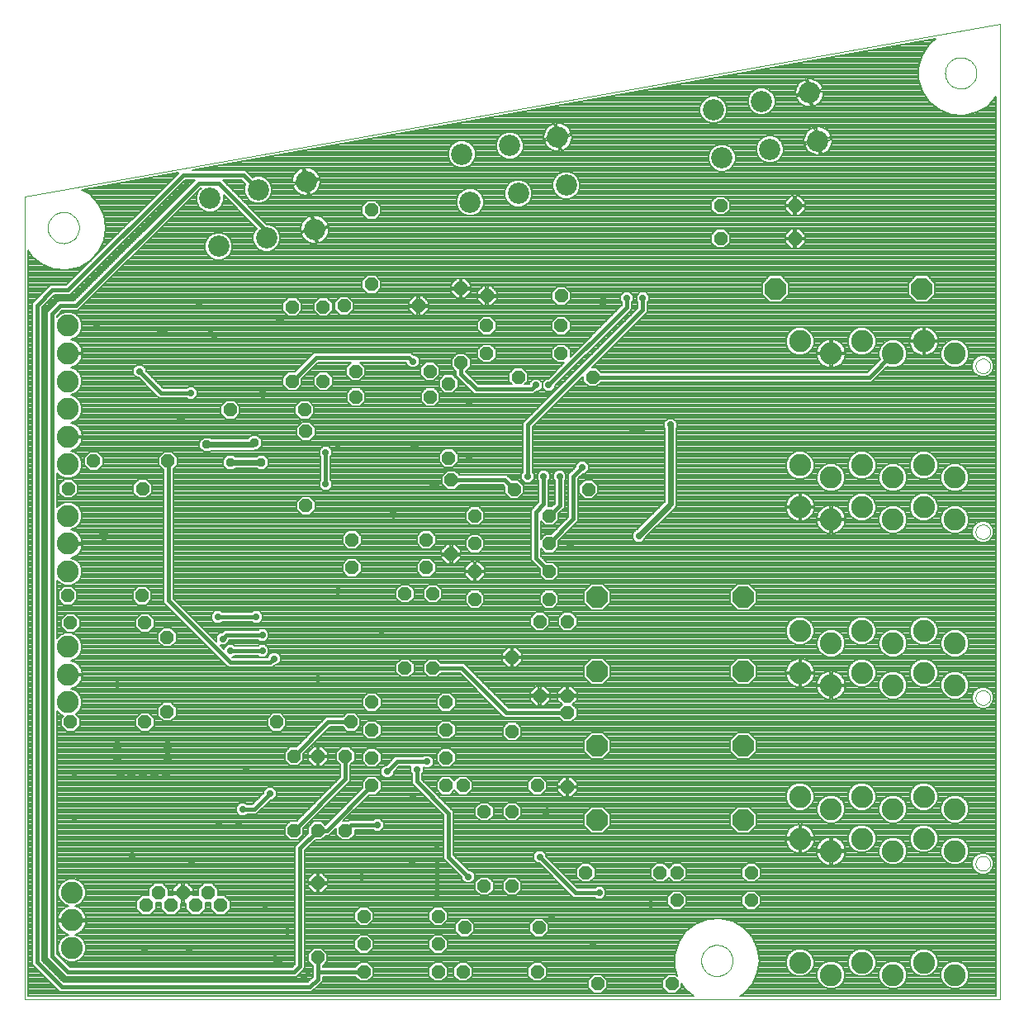
<source format=gbl>
G75*
%MOIN*%
%OFA0B0*%
%FSLAX24Y24*%
%IPPOS*%
%LPD*%
%AMOC8*
5,1,8,0,0,1.08239X$1,22.5*
%
%ADD10C,0.0000*%
%ADD11C,0.0860*%
%ADD12C,0.0886*%
%ADD13OC8,0.0520*%
%ADD14OC8,0.0850*%
%ADD15OC8,0.0560*%
%ADD16OC8,0.0277*%
%ADD17C,0.0160*%
%ADD18OC8,0.0356*%
%ADD19C,0.0240*%
%ADD20C,0.0080*%
D10*
X000140Y000140D02*
X000140Y032569D01*
X039510Y039510D01*
X039510Y000140D01*
X000140Y000140D01*
X027463Y001715D02*
X027465Y001765D01*
X027471Y001815D01*
X027481Y001864D01*
X027495Y001912D01*
X027512Y001959D01*
X027533Y002004D01*
X027558Y002048D01*
X027586Y002089D01*
X027618Y002128D01*
X027652Y002165D01*
X027689Y002199D01*
X027729Y002229D01*
X027771Y002256D01*
X027815Y002280D01*
X027861Y002301D01*
X027908Y002317D01*
X027956Y002330D01*
X028006Y002339D01*
X028055Y002344D01*
X028106Y002345D01*
X028156Y002342D01*
X028205Y002335D01*
X028254Y002324D01*
X028302Y002309D01*
X028348Y002291D01*
X028393Y002269D01*
X028436Y002243D01*
X028477Y002214D01*
X028516Y002182D01*
X028552Y002147D01*
X028584Y002109D01*
X028614Y002069D01*
X028641Y002026D01*
X028664Y001982D01*
X028683Y001936D01*
X028699Y001888D01*
X028711Y001839D01*
X028719Y001790D01*
X028723Y001740D01*
X028723Y001690D01*
X028719Y001640D01*
X028711Y001591D01*
X028699Y001542D01*
X028683Y001494D01*
X028664Y001448D01*
X028641Y001404D01*
X028614Y001361D01*
X028584Y001321D01*
X028552Y001283D01*
X028516Y001248D01*
X028477Y001216D01*
X028436Y001187D01*
X028393Y001161D01*
X028348Y001139D01*
X028302Y001121D01*
X028254Y001106D01*
X028205Y001095D01*
X028156Y001088D01*
X028106Y001085D01*
X028055Y001086D01*
X028006Y001091D01*
X027956Y001100D01*
X027908Y001113D01*
X027861Y001129D01*
X027815Y001150D01*
X027771Y001174D01*
X027729Y001201D01*
X027689Y001231D01*
X027652Y001265D01*
X027618Y001302D01*
X027586Y001341D01*
X027558Y001382D01*
X027533Y001426D01*
X027512Y001471D01*
X027495Y001518D01*
X027481Y001566D01*
X027471Y001615D01*
X027465Y001665D01*
X027463Y001715D01*
X038534Y005636D02*
X038536Y005670D01*
X038542Y005704D01*
X038552Y005737D01*
X038565Y005768D01*
X038583Y005798D01*
X038603Y005826D01*
X038627Y005851D01*
X038653Y005873D01*
X038681Y005891D01*
X038712Y005907D01*
X038744Y005919D01*
X038778Y005927D01*
X038812Y005931D01*
X038846Y005931D01*
X038880Y005927D01*
X038914Y005919D01*
X038946Y005907D01*
X038976Y005891D01*
X039005Y005873D01*
X039031Y005851D01*
X039055Y005826D01*
X039075Y005798D01*
X039093Y005768D01*
X039106Y005737D01*
X039116Y005704D01*
X039122Y005670D01*
X039124Y005636D01*
X039122Y005602D01*
X039116Y005568D01*
X039106Y005535D01*
X039093Y005504D01*
X039075Y005474D01*
X039055Y005446D01*
X039031Y005421D01*
X039005Y005399D01*
X038977Y005381D01*
X038946Y005365D01*
X038914Y005353D01*
X038880Y005345D01*
X038846Y005341D01*
X038812Y005341D01*
X038778Y005345D01*
X038744Y005353D01*
X038712Y005365D01*
X038681Y005381D01*
X038653Y005399D01*
X038627Y005421D01*
X038603Y005446D01*
X038583Y005474D01*
X038565Y005504D01*
X038552Y005535D01*
X038542Y005568D01*
X038536Y005602D01*
X038534Y005636D01*
X038534Y012329D02*
X038536Y012363D01*
X038542Y012397D01*
X038552Y012430D01*
X038565Y012461D01*
X038583Y012491D01*
X038603Y012519D01*
X038627Y012544D01*
X038653Y012566D01*
X038681Y012584D01*
X038712Y012600D01*
X038744Y012612D01*
X038778Y012620D01*
X038812Y012624D01*
X038846Y012624D01*
X038880Y012620D01*
X038914Y012612D01*
X038946Y012600D01*
X038976Y012584D01*
X039005Y012566D01*
X039031Y012544D01*
X039055Y012519D01*
X039075Y012491D01*
X039093Y012461D01*
X039106Y012430D01*
X039116Y012397D01*
X039122Y012363D01*
X039124Y012329D01*
X039122Y012295D01*
X039116Y012261D01*
X039106Y012228D01*
X039093Y012197D01*
X039075Y012167D01*
X039055Y012139D01*
X039031Y012114D01*
X039005Y012092D01*
X038977Y012074D01*
X038946Y012058D01*
X038914Y012046D01*
X038880Y012038D01*
X038846Y012034D01*
X038812Y012034D01*
X038778Y012038D01*
X038744Y012046D01*
X038712Y012058D01*
X038681Y012074D01*
X038653Y012092D01*
X038627Y012114D01*
X038603Y012139D01*
X038583Y012167D01*
X038565Y012197D01*
X038552Y012228D01*
X038542Y012261D01*
X038536Y012295D01*
X038534Y012329D01*
X038534Y019022D02*
X038536Y019056D01*
X038542Y019090D01*
X038552Y019123D01*
X038565Y019154D01*
X038583Y019184D01*
X038603Y019212D01*
X038627Y019237D01*
X038653Y019259D01*
X038681Y019277D01*
X038712Y019293D01*
X038744Y019305D01*
X038778Y019313D01*
X038812Y019317D01*
X038846Y019317D01*
X038880Y019313D01*
X038914Y019305D01*
X038946Y019293D01*
X038976Y019277D01*
X039005Y019259D01*
X039031Y019237D01*
X039055Y019212D01*
X039075Y019184D01*
X039093Y019154D01*
X039106Y019123D01*
X039116Y019090D01*
X039122Y019056D01*
X039124Y019022D01*
X039122Y018988D01*
X039116Y018954D01*
X039106Y018921D01*
X039093Y018890D01*
X039075Y018860D01*
X039055Y018832D01*
X039031Y018807D01*
X039005Y018785D01*
X038977Y018767D01*
X038946Y018751D01*
X038914Y018739D01*
X038880Y018731D01*
X038846Y018727D01*
X038812Y018727D01*
X038778Y018731D01*
X038744Y018739D01*
X038712Y018751D01*
X038681Y018767D01*
X038653Y018785D01*
X038627Y018807D01*
X038603Y018832D01*
X038583Y018860D01*
X038565Y018890D01*
X038552Y018921D01*
X038542Y018954D01*
X038536Y018988D01*
X038534Y019022D01*
X038534Y025715D02*
X038536Y025749D01*
X038542Y025783D01*
X038552Y025816D01*
X038565Y025847D01*
X038583Y025877D01*
X038603Y025905D01*
X038627Y025930D01*
X038653Y025952D01*
X038681Y025970D01*
X038712Y025986D01*
X038744Y025998D01*
X038778Y026006D01*
X038812Y026010D01*
X038846Y026010D01*
X038880Y026006D01*
X038914Y025998D01*
X038946Y025986D01*
X038976Y025970D01*
X039005Y025952D01*
X039031Y025930D01*
X039055Y025905D01*
X039075Y025877D01*
X039093Y025847D01*
X039106Y025816D01*
X039116Y025783D01*
X039122Y025749D01*
X039124Y025715D01*
X039122Y025681D01*
X039116Y025647D01*
X039106Y025614D01*
X039093Y025583D01*
X039075Y025553D01*
X039055Y025525D01*
X039031Y025500D01*
X039005Y025478D01*
X038977Y025460D01*
X038946Y025444D01*
X038914Y025432D01*
X038880Y025424D01*
X038846Y025420D01*
X038812Y025420D01*
X038778Y025424D01*
X038744Y025432D01*
X038712Y025444D01*
X038681Y025460D01*
X038653Y025478D01*
X038627Y025500D01*
X038603Y025525D01*
X038583Y025553D01*
X038565Y025583D01*
X038552Y025614D01*
X038542Y025647D01*
X038536Y025681D01*
X038534Y025715D01*
X037305Y037542D02*
X037307Y037592D01*
X037313Y037642D01*
X037323Y037691D01*
X037337Y037739D01*
X037354Y037786D01*
X037375Y037831D01*
X037400Y037875D01*
X037428Y037916D01*
X037460Y037955D01*
X037494Y037992D01*
X037531Y038026D01*
X037571Y038056D01*
X037613Y038083D01*
X037657Y038107D01*
X037703Y038128D01*
X037750Y038144D01*
X037798Y038157D01*
X037848Y038166D01*
X037897Y038171D01*
X037948Y038172D01*
X037998Y038169D01*
X038047Y038162D01*
X038096Y038151D01*
X038144Y038136D01*
X038190Y038118D01*
X038235Y038096D01*
X038278Y038070D01*
X038319Y038041D01*
X038358Y038009D01*
X038394Y037974D01*
X038426Y037936D01*
X038456Y037896D01*
X038483Y037853D01*
X038506Y037809D01*
X038525Y037763D01*
X038541Y037715D01*
X038553Y037666D01*
X038561Y037617D01*
X038565Y037567D01*
X038565Y037517D01*
X038561Y037467D01*
X038553Y037418D01*
X038541Y037369D01*
X038525Y037321D01*
X038506Y037275D01*
X038483Y037231D01*
X038456Y037188D01*
X038426Y037148D01*
X038394Y037110D01*
X038358Y037075D01*
X038319Y037043D01*
X038278Y037014D01*
X038235Y036988D01*
X038190Y036966D01*
X038144Y036948D01*
X038096Y036933D01*
X038047Y036922D01*
X037998Y036915D01*
X037948Y036912D01*
X037897Y036913D01*
X037848Y036918D01*
X037798Y036927D01*
X037750Y036940D01*
X037703Y036956D01*
X037657Y036977D01*
X037613Y037001D01*
X037571Y037028D01*
X037531Y037058D01*
X037494Y037092D01*
X037460Y037129D01*
X037428Y037168D01*
X037400Y037209D01*
X037375Y037253D01*
X037354Y037298D01*
X037337Y037345D01*
X037323Y037393D01*
X037313Y037442D01*
X037307Y037492D01*
X037305Y037542D01*
X001085Y031302D02*
X001087Y031352D01*
X001093Y031402D01*
X001103Y031451D01*
X001117Y031499D01*
X001134Y031546D01*
X001155Y031591D01*
X001180Y031635D01*
X001208Y031676D01*
X001240Y031715D01*
X001274Y031752D01*
X001311Y031786D01*
X001351Y031816D01*
X001393Y031843D01*
X001437Y031867D01*
X001483Y031888D01*
X001530Y031904D01*
X001578Y031917D01*
X001628Y031926D01*
X001677Y031931D01*
X001728Y031932D01*
X001778Y031929D01*
X001827Y031922D01*
X001876Y031911D01*
X001924Y031896D01*
X001970Y031878D01*
X002015Y031856D01*
X002058Y031830D01*
X002099Y031801D01*
X002138Y031769D01*
X002174Y031734D01*
X002206Y031696D01*
X002236Y031656D01*
X002263Y031613D01*
X002286Y031569D01*
X002305Y031523D01*
X002321Y031475D01*
X002333Y031426D01*
X002341Y031377D01*
X002345Y031327D01*
X002345Y031277D01*
X002341Y031227D01*
X002333Y031178D01*
X002321Y031129D01*
X002305Y031081D01*
X002286Y031035D01*
X002263Y030991D01*
X002236Y030948D01*
X002206Y030908D01*
X002174Y030870D01*
X002138Y030835D01*
X002099Y030803D01*
X002058Y030774D01*
X002015Y030748D01*
X001970Y030726D01*
X001924Y030708D01*
X001876Y030693D01*
X001827Y030682D01*
X001778Y030675D01*
X001728Y030672D01*
X001677Y030673D01*
X001628Y030678D01*
X001578Y030687D01*
X001530Y030700D01*
X001483Y030716D01*
X001437Y030737D01*
X001393Y030761D01*
X001351Y030788D01*
X001311Y030818D01*
X001274Y030852D01*
X001240Y030889D01*
X001208Y030928D01*
X001180Y030969D01*
X001155Y031013D01*
X001134Y031058D01*
X001117Y031105D01*
X001103Y031153D01*
X001093Y031202D01*
X001087Y031252D01*
X001085Y031302D01*
D11*
X007637Y032483D03*
X009575Y032825D03*
X011514Y033166D03*
X011856Y031228D03*
X009917Y030886D03*
X007978Y030544D03*
X017795Y034271D03*
X018137Y032333D03*
X020075Y032674D03*
X019733Y034613D03*
X021672Y034955D03*
X022014Y033016D03*
X027953Y036060D03*
X028295Y034121D03*
X030234Y034463D03*
X029892Y036401D03*
X031830Y036743D03*
X032172Y034805D03*
D12*
X031447Y026715D03*
X032699Y026215D03*
X033947Y026715D03*
X035199Y026215D03*
X036447Y026715D03*
X037697Y026215D03*
X036447Y021715D03*
X035199Y021215D03*
X033947Y021715D03*
X032699Y021215D03*
X031447Y021715D03*
X031447Y020022D03*
X032699Y019522D03*
X033947Y020022D03*
X035199Y019522D03*
X036447Y020022D03*
X037697Y019522D03*
X037697Y021215D03*
X036447Y015022D03*
X035199Y014522D03*
X033947Y015022D03*
X032699Y014522D03*
X031447Y015022D03*
X031447Y013329D03*
X032699Y012829D03*
X033947Y013329D03*
X035199Y012829D03*
X036447Y013329D03*
X037697Y012829D03*
X037697Y014522D03*
X036447Y008329D03*
X035199Y007829D03*
X033947Y008329D03*
X032699Y007829D03*
X031447Y008329D03*
X031447Y006636D03*
X032699Y006136D03*
X033947Y006636D03*
X035199Y006136D03*
X036447Y006636D03*
X037697Y006136D03*
X037697Y007829D03*
X036447Y001636D03*
X035199Y001136D03*
X033947Y001636D03*
X032699Y001136D03*
X031447Y001636D03*
X037697Y001136D03*
X002060Y002220D03*
X002060Y003340D03*
X002060Y004460D03*
X001900Y012140D03*
X001900Y013260D03*
X001900Y014380D03*
X001900Y017420D03*
X001900Y018540D03*
X001900Y019660D03*
X001900Y021740D03*
X001900Y022860D03*
X001900Y023980D03*
X001900Y025100D03*
X001900Y026220D03*
X001900Y027340D03*
D13*
X002930Y021880D03*
X001910Y020760D03*
X004910Y020760D03*
X005930Y021880D03*
X008450Y023940D03*
X010950Y025100D03*
X012200Y025100D03*
X013510Y025500D03*
X013520Y024460D03*
X011450Y023940D03*
X011500Y023080D03*
X011500Y020080D03*
X013360Y018700D03*
X013360Y017580D03*
X015500Y016520D03*
X016620Y016520D03*
X016360Y017580D03*
X016360Y018700D03*
X017370Y018110D03*
X018320Y018540D03*
X018320Y017420D03*
X018320Y016300D03*
X020940Y015400D03*
X021320Y016300D03*
X022060Y015400D03*
X021320Y017420D03*
X021320Y018540D03*
X021320Y019660D03*
X019910Y020730D03*
X018320Y019660D03*
X017370Y021110D03*
X017260Y022000D03*
X016520Y024460D03*
X017260Y025000D03*
X016510Y025500D03*
X017760Y025840D03*
X018800Y026220D03*
X018800Y027340D03*
X018810Y028540D03*
X017760Y028840D03*
X016040Y028140D03*
X014150Y029010D03*
X013040Y028140D03*
X012200Y028100D03*
X010950Y028100D03*
X014150Y032010D03*
X020080Y025260D03*
X021800Y026220D03*
X021800Y027340D03*
X021810Y028540D03*
X023080Y025260D03*
X022910Y020730D03*
X019820Y013960D03*
X020940Y012400D03*
X022060Y012400D03*
X022060Y011720D03*
X019820Y010960D03*
X020840Y008780D03*
X019820Y007720D03*
X018700Y007720D03*
X017840Y008780D03*
X017160Y008780D03*
X017160Y009900D03*
X017160Y011020D03*
X017160Y012140D03*
X016620Y013520D03*
X015500Y013520D03*
X014160Y012140D03*
X013320Y011340D03*
X014160Y011020D03*
X014160Y009900D03*
X013100Y009960D03*
X011980Y009960D03*
X011020Y009960D03*
X010320Y011340D03*
X014160Y008780D03*
X013100Y006960D03*
X011980Y006960D03*
X011020Y006960D03*
X011980Y004840D03*
X013840Y003500D03*
X013840Y002380D03*
X013840Y001260D03*
X011980Y001840D03*
X016840Y002380D03*
X017910Y003040D03*
X016840Y003500D03*
X018700Y004720D03*
X019820Y004720D03*
X020910Y003040D03*
X020840Y001260D03*
X023280Y000780D03*
X026280Y000780D03*
X026480Y004140D03*
X026480Y005260D03*
X025800Y005260D03*
X022800Y005260D03*
X022060Y008720D03*
X029480Y005260D03*
X029480Y004140D03*
X017840Y001260D03*
X016840Y001260D03*
X005900Y011760D03*
X005000Y011340D03*
X002000Y011340D03*
X002000Y015340D03*
X001890Y016450D03*
X004890Y016450D03*
X005000Y015340D03*
X005900Y014760D03*
X028240Y030860D03*
X028240Y032190D03*
X031240Y032190D03*
X031240Y030860D03*
D14*
X030460Y028830D03*
X036360Y028830D03*
X029160Y016390D03*
X029160Y013390D03*
X029160Y010390D03*
X029160Y007390D03*
X023260Y007390D03*
X023260Y010390D03*
X023260Y013390D03*
X023260Y016390D03*
D15*
X008040Y003940D03*
X007540Y004440D03*
X007040Y003940D03*
X006540Y004440D03*
X006040Y003940D03*
X005540Y004440D03*
X005040Y003940D03*
D16*
X004980Y002140D03*
X006800Y002140D03*
X009840Y003800D03*
X010750Y002890D03*
X010270Y001800D03*
X013740Y005100D03*
X014380Y007180D03*
X015820Y008300D03*
X015980Y009420D03*
X016380Y009740D03*
X014780Y009340D03*
X016780Y006380D03*
X015780Y005700D03*
X016780Y004420D03*
X018060Y005100D03*
X020940Y005900D03*
X021180Y007660D03*
X023340Y004460D03*
X021420Y003500D03*
X023100Y002380D03*
X025420Y003980D03*
X014540Y015020D03*
X012780Y016620D03*
X009740Y014860D03*
X009500Y015580D03*
X009740Y014220D03*
X010220Y013900D03*
X008460Y014220D03*
X008140Y014700D03*
X007940Y015580D03*
X003900Y012860D03*
X002140Y009300D03*
X002140Y007480D03*
X004480Y005960D03*
X006890Y005640D03*
X007980Y007180D03*
X008780Y007180D03*
X008940Y007820D03*
X010060Y008460D03*
X009100Y009420D03*
X011980Y013100D03*
X015020Y019820D03*
X016620Y020940D03*
X015820Y022540D03*
X018100Y022020D03*
X020460Y021260D03*
X021100Y021260D03*
X021740Y021260D03*
X022660Y021620D03*
X024700Y023140D03*
X026220Y023340D03*
X024940Y018860D03*
X022220Y018380D03*
X018100Y024220D03*
X020780Y024940D03*
X021300Y024940D03*
X023500Y028140D03*
X024460Y028460D03*
X025100Y028460D03*
X015820Y025900D03*
X012780Y022380D03*
X012300Y022220D03*
X012300Y020940D03*
X009740Y024620D03*
X007660Y027020D03*
X007180Y028140D03*
X005620Y027070D03*
X004780Y025500D03*
X003040Y027370D03*
X006860Y024620D03*
X006390Y023650D03*
X010380Y027660D03*
D17*
X010540Y027660D01*
X011910Y026060D02*
X010950Y025100D01*
X011910Y026060D02*
X015660Y026060D01*
X015820Y025900D01*
X017760Y025840D02*
X017760Y025400D01*
X018380Y024780D01*
X020620Y024780D01*
X020780Y024940D01*
X021300Y024940D02*
X024460Y028100D01*
X024460Y028460D01*
X025100Y028460D02*
X025100Y027980D01*
X020460Y023340D01*
X020460Y021260D01*
X021100Y021260D02*
X021100Y020140D01*
X020780Y019820D01*
X020780Y017960D01*
X021320Y017420D01*
X021320Y018540D02*
X021320Y018560D01*
X022300Y019540D01*
X022300Y021260D01*
X022660Y021620D01*
X021740Y021260D02*
X021740Y020080D01*
X021320Y019660D01*
X019910Y020730D02*
X019530Y021110D01*
X017370Y021110D01*
X016780Y020940D02*
X016620Y020940D01*
X015980Y022540D02*
X015820Y022540D01*
X015020Y019820D02*
X015020Y019660D01*
X012300Y020940D02*
X012300Y022220D01*
X009740Y024460D02*
X009740Y024620D01*
X007820Y026860D02*
X007660Y027020D01*
X005900Y027020D02*
X005850Y027070D01*
X005620Y027070D01*
X004780Y025500D02*
X005660Y024620D01*
X006860Y024620D01*
X006540Y023650D02*
X006390Y023650D01*
X005950Y021900D02*
X005950Y016250D01*
X008460Y013740D01*
X010060Y013740D01*
X010220Y013900D01*
X009740Y014220D02*
X008460Y014220D01*
X008140Y014700D02*
X008300Y014860D01*
X009740Y014860D01*
X009500Y015580D02*
X007940Y015580D01*
X011820Y013100D02*
X011980Y013100D01*
X012400Y011340D02*
X011020Y009960D01*
X012400Y011340D02*
X013320Y011340D01*
X013100Y009960D02*
X013100Y009040D01*
X011020Y006960D01*
X011270Y006250D02*
X011980Y006960D01*
X012340Y006960D01*
X014160Y008780D01*
X014780Y009340D02*
X015180Y009740D01*
X016380Y009740D01*
X015980Y009420D02*
X015980Y008940D01*
X017260Y007660D01*
X017260Y005900D01*
X018060Y005100D01*
X016780Y005740D02*
X016780Y004420D01*
X015780Y005700D02*
X015820Y005740D01*
X016780Y006220D02*
X016780Y006380D01*
X014700Y005100D02*
X013740Y005100D01*
X013100Y006960D02*
X013320Y007180D01*
X014380Y007180D01*
X011270Y006250D02*
X011270Y001500D01*
X011030Y001260D01*
X001900Y001260D01*
X001260Y001900D01*
X001260Y027820D01*
X001580Y028140D01*
X002220Y028140D01*
X007180Y033100D01*
X007980Y033100D01*
X009917Y031163D01*
X009917Y030886D01*
X009575Y032825D02*
X008980Y033420D01*
X006540Y033420D01*
X001900Y028780D01*
X001260Y028780D01*
X000640Y028160D01*
X000640Y001640D01*
X001640Y000640D01*
X011650Y000640D01*
X011980Y000970D01*
X011980Y001260D01*
X013840Y001260D01*
X011980Y001260D02*
X011980Y001840D01*
X011580Y001220D02*
X011300Y000940D01*
X001740Y000940D01*
X000940Y001740D01*
X000940Y027980D01*
X001420Y028460D01*
X002060Y028460D01*
X006700Y033100D01*
X012780Y016780D02*
X012780Y016620D01*
X016620Y013520D02*
X017800Y013520D01*
X019600Y011720D01*
X022060Y011720D01*
X021220Y007820D02*
X021220Y007700D01*
X021180Y007660D01*
X020940Y005900D02*
X022380Y004460D01*
X023340Y004460D01*
X021420Y003500D02*
X021420Y003340D01*
X023100Y002420D02*
X023100Y002380D01*
X010060Y008460D02*
X009420Y007820D01*
X008940Y007820D01*
X023080Y025260D02*
X034244Y025260D01*
X035199Y026215D01*
D18*
X009700Y021820D03*
X009420Y022620D03*
X008460Y021820D03*
X007500Y022540D03*
X003340Y018860D03*
X003890Y010390D03*
X003890Y009890D03*
X004010Y009270D03*
X004470Y009270D03*
X004930Y009270D03*
X005390Y009270D03*
X005850Y009270D03*
X005920Y009920D03*
X005920Y010400D03*
D19*
X003340Y018860D02*
X003180Y018860D01*
X007500Y022540D02*
X009340Y022540D01*
X009420Y022620D01*
X009700Y021820D02*
X008460Y021820D01*
X022060Y018380D02*
X022220Y018380D01*
X024940Y018860D02*
X026220Y020140D01*
X026220Y023340D01*
X025100Y023180D02*
X024700Y023180D01*
X024700Y023140D01*
X023500Y028140D02*
X023500Y028460D01*
X010500Y001800D02*
X010270Y001800D01*
D20*
X010947Y001460D02*
X001983Y001460D01*
X001460Y001983D01*
X001460Y011784D01*
X001581Y011663D01*
X001726Y011603D01*
X001620Y011497D01*
X001620Y011183D01*
X001843Y010960D01*
X002157Y010960D01*
X002380Y011183D01*
X002380Y011497D01*
X002216Y011662D01*
X002219Y011663D01*
X002377Y011821D01*
X002463Y012028D01*
X002463Y012252D01*
X002377Y012459D01*
X002219Y012617D01*
X002038Y012692D01*
X002124Y012720D01*
X002206Y012761D01*
X002280Y012815D01*
X002345Y012880D01*
X002399Y012954D01*
X002440Y013036D01*
X002469Y013124D01*
X002483Y013214D01*
X002483Y013220D01*
X001940Y013220D01*
X001940Y013300D01*
X002483Y013300D01*
X002483Y013306D01*
X002469Y013396D01*
X002440Y013484D01*
X002399Y013566D01*
X002345Y013640D01*
X002280Y013705D01*
X002206Y013759D01*
X002124Y013800D01*
X002038Y013828D01*
X002219Y013903D01*
X002377Y014061D01*
X002463Y014268D01*
X002463Y014492D01*
X002377Y014699D01*
X002219Y014857D01*
X002012Y014943D01*
X001788Y014943D01*
X001581Y014857D01*
X001460Y014736D01*
X001460Y017064D01*
X001581Y016943D01*
X001788Y016857D01*
X002012Y016857D01*
X002219Y016943D01*
X002377Y017101D01*
X002463Y017308D01*
X002463Y017532D01*
X002377Y017739D01*
X002219Y017897D01*
X002038Y017972D01*
X002124Y018000D01*
X002206Y018041D01*
X002280Y018095D01*
X002345Y018160D01*
X002399Y018234D01*
X002440Y018316D01*
X002469Y018404D01*
X002483Y018494D01*
X002483Y018500D01*
X001940Y018500D01*
X001940Y018580D01*
X002483Y018580D01*
X002483Y018586D01*
X002469Y018676D01*
X002440Y018764D01*
X002399Y018846D01*
X002345Y018920D01*
X002280Y018985D01*
X002206Y019039D01*
X002124Y019080D01*
X002038Y019108D01*
X002219Y019183D01*
X002377Y019341D01*
X002463Y019548D01*
X002463Y019772D01*
X002377Y019979D01*
X002219Y020137D01*
X002012Y020223D01*
X001788Y020223D01*
X001581Y020137D01*
X001460Y020016D01*
X001460Y021384D01*
X001581Y021263D01*
X001788Y021177D01*
X002012Y021177D01*
X002219Y021263D01*
X002377Y021421D01*
X002463Y021628D01*
X002463Y021852D01*
X002377Y022059D01*
X002219Y022217D01*
X002038Y022292D01*
X002124Y022320D01*
X002206Y022361D01*
X002280Y022415D01*
X002345Y022480D01*
X002399Y022554D01*
X002440Y022636D01*
X002469Y022724D01*
X002483Y022814D01*
X002483Y022820D01*
X001940Y022820D01*
X001940Y022900D01*
X002483Y022900D01*
X002483Y022906D01*
X002469Y022996D01*
X002440Y023084D01*
X002399Y023166D01*
X002345Y023240D01*
X002280Y023305D01*
X002206Y023359D01*
X002124Y023400D01*
X002038Y023428D01*
X002219Y023503D01*
X002377Y023661D01*
X002463Y023868D01*
X002463Y024092D01*
X002377Y024299D01*
X002219Y024457D01*
X002019Y024540D01*
X002219Y024623D01*
X002377Y024781D01*
X002463Y024988D01*
X002463Y025212D01*
X002377Y025419D01*
X002219Y025577D01*
X002038Y025652D01*
X002124Y025680D01*
X002206Y025721D01*
X002280Y025775D01*
X002345Y025840D01*
X002399Y025914D01*
X002440Y025996D01*
X002469Y026084D01*
X002483Y026174D01*
X002483Y026180D01*
X001940Y026180D01*
X001940Y026260D01*
X002483Y026260D01*
X002483Y026266D01*
X002469Y026356D01*
X002440Y026444D01*
X002399Y026526D01*
X002345Y026600D01*
X002280Y026665D01*
X002206Y026719D01*
X002124Y026760D01*
X002038Y026788D01*
X002219Y026863D01*
X002377Y027021D01*
X002463Y027228D01*
X002463Y027452D01*
X002377Y027659D01*
X002219Y027817D01*
X002012Y027903D01*
X001788Y027903D01*
X001581Y027817D01*
X001460Y027696D01*
X001460Y027737D01*
X001663Y027940D01*
X002303Y027940D01*
X007263Y032900D01*
X007276Y032900D01*
X007170Y032794D01*
X007087Y032592D01*
X007087Y032373D01*
X007170Y032171D01*
X007325Y032017D01*
X007527Y031933D01*
X007746Y031933D01*
X007948Y032017D01*
X008103Y032171D01*
X008187Y032373D01*
X008187Y032592D01*
X008174Y032624D01*
X009525Y031272D01*
X009451Y031198D01*
X009367Y030995D01*
X009367Y030777D01*
X009451Y030574D01*
X009605Y030420D01*
X009808Y030336D01*
X010026Y030336D01*
X010229Y030420D01*
X010383Y030574D01*
X010467Y030777D01*
X010467Y030995D01*
X010383Y031198D01*
X010229Y031352D01*
X010026Y031436D01*
X009927Y031436D01*
X008143Y033220D01*
X008897Y033220D01*
X009071Y033046D01*
X009025Y032934D01*
X009025Y032715D01*
X009109Y032513D01*
X009264Y032358D01*
X009466Y032275D01*
X009685Y032275D01*
X009887Y032358D01*
X010041Y032513D01*
X010125Y032715D01*
X010125Y032934D01*
X010041Y033136D01*
X009887Y033291D01*
X009685Y033375D01*
X009466Y033375D01*
X009354Y033328D01*
X009063Y033620D01*
X006907Y033620D01*
X036926Y038912D01*
X036674Y038711D01*
X036386Y038288D01*
X036234Y037798D01*
X036234Y037285D01*
X036386Y036795D01*
X036674Y036372D01*
X036674Y036372D01*
X036674Y036372D01*
X037075Y036052D01*
X037075Y036052D01*
X037553Y035865D01*
X038064Y035826D01*
X038564Y035940D01*
X039008Y036197D01*
X039356Y036573D01*
X039370Y036601D01*
X039370Y000280D01*
X029009Y000280D01*
X029165Y000370D01*
X029165Y000370D01*
X029514Y000746D01*
X029736Y001208D01*
X029813Y001715D01*
X029813Y001715D01*
X029736Y002222D01*
X029514Y002684D01*
X029165Y003060D01*
X028721Y003316D01*
X028221Y003430D01*
X027710Y003392D01*
X027233Y003204D01*
X027233Y003204D01*
X026832Y002885D01*
X026832Y002885D01*
X026832Y002885D01*
X026543Y002461D01*
X026392Y001971D01*
X026392Y001458D01*
X026505Y001093D01*
X026437Y001160D01*
X026123Y001160D01*
X025900Y000937D01*
X025900Y000623D01*
X026123Y000400D01*
X026437Y000400D01*
X026660Y000623D01*
X026660Y000797D01*
X026832Y000545D01*
X027164Y000280D01*
X000280Y000280D01*
X000280Y030387D01*
X000454Y030132D01*
X000454Y030132D01*
X000855Y029812D01*
X001332Y029625D01*
X001843Y029586D01*
X001843Y029586D01*
X002343Y029700D01*
X002787Y029957D01*
X002787Y029957D01*
X003136Y030333D01*
X003358Y030795D01*
X003435Y031302D01*
X003358Y031809D01*
X003136Y032270D01*
X003136Y032270D01*
X002787Y032646D01*
X002459Y032836D01*
X006361Y033524D01*
X006340Y033503D01*
X001817Y028980D01*
X001177Y028980D01*
X001060Y028863D01*
X000440Y028243D01*
X000440Y001557D01*
X001440Y000557D01*
X001557Y000440D01*
X011733Y000440D01*
X012063Y000770D01*
X012180Y000887D01*
X012180Y001060D01*
X013503Y001060D01*
X013683Y000880D01*
X013997Y000880D01*
X014220Y001103D01*
X014220Y001417D01*
X013997Y001640D01*
X013683Y001640D01*
X013503Y001460D01*
X012180Y001460D01*
X012180Y001503D01*
X012360Y001683D01*
X012360Y001997D01*
X012137Y002220D01*
X011823Y002220D01*
X011600Y001997D01*
X011600Y001683D01*
X011780Y001503D01*
X011780Y001053D01*
X011567Y000840D01*
X001723Y000840D01*
X000840Y001723D01*
X000840Y028077D01*
X001343Y028580D01*
X001983Y028580D01*
X006623Y033220D01*
X007017Y033220D01*
X006980Y033183D01*
X002137Y028340D01*
X001497Y028340D01*
X001380Y028223D01*
X001060Y027903D01*
X001060Y001817D01*
X001700Y001177D01*
X001817Y001060D01*
X011113Y001060D01*
X011353Y001300D01*
X011470Y001417D01*
X011470Y006167D01*
X011883Y006580D01*
X012137Y006580D01*
X012317Y006760D01*
X012423Y006760D01*
X012720Y007057D01*
X012720Y006803D01*
X012943Y006580D01*
X013257Y006580D01*
X013480Y006803D01*
X013480Y006980D01*
X014214Y006980D01*
X014273Y006921D01*
X014487Y006921D01*
X014639Y007073D01*
X014639Y007287D01*
X014487Y007439D01*
X014273Y007439D01*
X014214Y007380D01*
X013237Y007380D01*
X013197Y007340D01*
X013003Y007340D01*
X014063Y008400D01*
X014317Y008400D01*
X014540Y008623D01*
X014540Y008937D01*
X014317Y009160D01*
X014003Y009160D01*
X013780Y008937D01*
X013780Y008683D01*
X012287Y007190D01*
X012137Y007340D01*
X011823Y007340D01*
X011600Y007117D01*
X011600Y006863D01*
X011070Y006333D01*
X011070Y001583D01*
X010947Y001460D01*
X010962Y001475D02*
X001968Y001475D01*
X001890Y001553D02*
X011040Y001553D01*
X011070Y001632D02*
X001811Y001632D01*
X001820Y001710D02*
X001733Y001710D01*
X001741Y001743D02*
X001948Y001657D01*
X002172Y001657D01*
X002379Y001743D01*
X002537Y001901D01*
X002623Y002108D01*
X002623Y002332D01*
X002537Y002539D01*
X002379Y002697D01*
X002198Y002772D01*
X002284Y002800D01*
X002366Y002841D01*
X002440Y002895D01*
X002505Y002960D01*
X002559Y003034D01*
X002600Y003116D01*
X002629Y003204D01*
X002643Y003294D01*
X002643Y003300D01*
X002100Y003300D01*
X002100Y003380D01*
X002643Y003380D01*
X002643Y003386D01*
X002629Y003476D01*
X002600Y003564D01*
X002559Y003646D01*
X002505Y003720D01*
X002440Y003785D01*
X002366Y003839D01*
X002284Y003880D01*
X002198Y003908D01*
X002379Y003983D01*
X002537Y004141D01*
X002623Y004348D01*
X002623Y004572D01*
X002537Y004779D01*
X002379Y004937D01*
X002172Y005023D01*
X001948Y005023D01*
X001741Y004937D01*
X001583Y004779D01*
X001497Y004572D01*
X001497Y004348D01*
X001583Y004141D01*
X001741Y003983D01*
X001922Y003908D01*
X001836Y003880D01*
X001754Y003839D01*
X001680Y003785D01*
X001615Y003720D01*
X001561Y003646D01*
X001520Y003564D01*
X001491Y003476D01*
X001477Y003386D01*
X001477Y003380D01*
X002020Y003380D01*
X002020Y003300D01*
X001477Y003300D01*
X001477Y003294D01*
X001491Y003204D01*
X001520Y003116D01*
X001561Y003034D01*
X001615Y002960D01*
X001680Y002895D01*
X001754Y002841D01*
X001836Y002800D01*
X001922Y002772D01*
X001741Y002697D01*
X001583Y002539D01*
X001497Y002332D01*
X001497Y002108D01*
X001583Y001901D01*
X001741Y001743D01*
X001695Y001789D02*
X001654Y001789D01*
X001617Y001867D02*
X001576Y001867D01*
X001564Y001946D02*
X001497Y001946D01*
X001532Y002024D02*
X001460Y002024D01*
X001460Y002103D02*
X001499Y002103D01*
X001497Y002181D02*
X001460Y002181D01*
X001460Y002260D02*
X001497Y002260D01*
X001500Y002338D02*
X001460Y002338D01*
X001460Y002417D02*
X001532Y002417D01*
X001565Y002495D02*
X001460Y002495D01*
X001460Y002574D02*
X001617Y002574D01*
X001696Y002652D02*
X001460Y002652D01*
X001460Y002731D02*
X001822Y002731D01*
X001818Y002809D02*
X001460Y002809D01*
X001460Y002888D02*
X001691Y002888D01*
X001611Y002966D02*
X001460Y002966D01*
X001460Y003045D02*
X001556Y003045D01*
X001518Y003123D02*
X001460Y003123D01*
X001460Y003202D02*
X001492Y003202D01*
X001479Y003280D02*
X001460Y003280D01*
X001460Y003359D02*
X002020Y003359D01*
X002100Y003359D02*
X011070Y003359D01*
X011070Y003437D02*
X002635Y003437D01*
X002616Y003516D02*
X011070Y003516D01*
X011070Y003594D02*
X008260Y003594D01*
X008206Y003540D02*
X008440Y003774D01*
X008440Y004106D01*
X008206Y004340D01*
X007940Y004340D01*
X007940Y004606D01*
X007706Y004840D01*
X007374Y004840D01*
X007140Y004606D01*
X007140Y004340D01*
X006960Y004340D01*
X006960Y004401D01*
X006579Y004401D01*
X006579Y004479D01*
X006501Y004479D01*
X006501Y004860D01*
X006366Y004860D01*
X006120Y004614D01*
X006120Y004479D01*
X006501Y004479D01*
X006501Y004401D01*
X006120Y004401D01*
X006120Y004340D01*
X005940Y004340D01*
X005940Y004606D01*
X005706Y004840D01*
X005374Y004840D01*
X005140Y004606D01*
X005140Y004340D01*
X004874Y004340D01*
X004640Y004106D01*
X004640Y003774D01*
X004874Y003540D01*
X005206Y003540D01*
X005440Y003774D01*
X005440Y004040D01*
X005640Y004040D01*
X005640Y003774D01*
X005874Y003540D01*
X006206Y003540D01*
X006440Y003774D01*
X006440Y004020D01*
X006501Y004020D01*
X006501Y004401D01*
X006579Y004401D01*
X006579Y004020D01*
X006640Y004020D01*
X006640Y003774D01*
X006874Y003540D01*
X007206Y003540D01*
X007440Y003774D01*
X007440Y004040D01*
X007640Y004040D01*
X007640Y003774D01*
X007874Y003540D01*
X008206Y003540D01*
X008338Y003673D02*
X011070Y003673D01*
X011070Y003751D02*
X008417Y003751D01*
X008440Y003830D02*
X011070Y003830D01*
X011070Y003908D02*
X008440Y003908D01*
X008440Y003987D02*
X011070Y003987D01*
X011070Y004065D02*
X008440Y004065D01*
X008402Y004144D02*
X011070Y004144D01*
X011070Y004222D02*
X008324Y004222D01*
X008245Y004301D02*
X011070Y004301D01*
X011070Y004379D02*
X007940Y004379D01*
X007940Y004458D02*
X011070Y004458D01*
X011070Y004536D02*
X007940Y004536D01*
X007931Y004615D02*
X011070Y004615D01*
X011070Y004693D02*
X007853Y004693D01*
X007774Y004772D02*
X011070Y004772D01*
X011070Y004850D02*
X006724Y004850D01*
X006714Y004860D02*
X006960Y004614D01*
X006960Y004479D01*
X006579Y004479D01*
X006579Y004860D01*
X006714Y004860D01*
X006802Y004772D02*
X007306Y004772D01*
X007227Y004693D02*
X006881Y004693D01*
X006959Y004615D02*
X007149Y004615D01*
X007140Y004536D02*
X006960Y004536D01*
X006960Y004379D02*
X007140Y004379D01*
X007140Y004458D02*
X006579Y004458D01*
X006501Y004458D02*
X005940Y004458D01*
X005940Y004536D02*
X006120Y004536D01*
X006121Y004615D02*
X005931Y004615D01*
X005853Y004693D02*
X006199Y004693D01*
X006278Y004772D02*
X005774Y004772D01*
X005940Y004379D02*
X006120Y004379D01*
X006501Y004379D02*
X006579Y004379D01*
X006579Y004301D02*
X006501Y004301D01*
X006501Y004222D02*
X006579Y004222D01*
X006579Y004144D02*
X006501Y004144D01*
X006501Y004065D02*
X006579Y004065D01*
X006640Y003987D02*
X006440Y003987D01*
X006440Y003908D02*
X006640Y003908D01*
X006640Y003830D02*
X006440Y003830D01*
X006417Y003751D02*
X006663Y003751D01*
X006742Y003673D02*
X006338Y003673D01*
X006260Y003594D02*
X006820Y003594D01*
X007260Y003594D02*
X007820Y003594D01*
X007742Y003673D02*
X007338Y003673D01*
X007417Y003751D02*
X007663Y003751D01*
X007640Y003830D02*
X007440Y003830D01*
X007440Y003908D02*
X007640Y003908D01*
X007640Y003987D02*
X007440Y003987D01*
X006579Y004536D02*
X006501Y004536D01*
X006501Y004615D02*
X006579Y004615D01*
X006579Y004693D02*
X006501Y004693D01*
X006501Y004772D02*
X006579Y004772D01*
X006579Y004850D02*
X006501Y004850D01*
X006356Y004850D02*
X002466Y004850D01*
X002540Y004772D02*
X005306Y004772D01*
X005227Y004693D02*
X002573Y004693D01*
X002605Y004615D02*
X005149Y004615D01*
X005140Y004536D02*
X002623Y004536D01*
X002623Y004458D02*
X005140Y004458D01*
X005140Y004379D02*
X002623Y004379D01*
X002603Y004301D02*
X004835Y004301D01*
X004756Y004222D02*
X002571Y004222D01*
X002538Y004144D02*
X004678Y004144D01*
X004640Y004065D02*
X002461Y004065D01*
X002383Y003987D02*
X004640Y003987D01*
X004640Y003908D02*
X002198Y003908D01*
X002378Y003830D02*
X004640Y003830D01*
X004663Y003751D02*
X002473Y003751D01*
X002539Y003673D02*
X004742Y003673D01*
X004820Y003594D02*
X002585Y003594D01*
X002641Y003280D02*
X011070Y003280D01*
X011070Y003202D02*
X002628Y003202D01*
X002602Y003123D02*
X011070Y003123D01*
X011070Y003045D02*
X002564Y003045D01*
X002509Y002966D02*
X011070Y002966D01*
X011070Y002888D02*
X002429Y002888D01*
X002302Y002809D02*
X011070Y002809D01*
X011070Y002731D02*
X002298Y002731D01*
X002424Y002652D02*
X011070Y002652D01*
X011070Y002574D02*
X002503Y002574D01*
X002555Y002495D02*
X011070Y002495D01*
X011070Y002417D02*
X002588Y002417D01*
X002620Y002338D02*
X011070Y002338D01*
X011070Y002260D02*
X002623Y002260D01*
X002623Y002181D02*
X011070Y002181D01*
X011070Y002103D02*
X002621Y002103D01*
X002588Y002024D02*
X011070Y002024D01*
X011070Y001946D02*
X002556Y001946D01*
X002503Y001867D02*
X011070Y001867D01*
X011070Y001789D02*
X002425Y001789D01*
X002300Y001710D02*
X011070Y001710D01*
X011470Y001710D02*
X011600Y001710D01*
X011600Y001789D02*
X011470Y001789D01*
X011470Y001867D02*
X011600Y001867D01*
X011600Y001946D02*
X011470Y001946D01*
X011470Y002024D02*
X011627Y002024D01*
X011705Y002103D02*
X011470Y002103D01*
X011470Y002181D02*
X011784Y002181D01*
X011470Y002260D02*
X013460Y002260D01*
X013460Y002223D02*
X013683Y002000D01*
X013997Y002000D01*
X014220Y002223D01*
X014220Y002537D01*
X013997Y002760D01*
X013683Y002760D01*
X013460Y002537D01*
X013460Y002223D01*
X013502Y002181D02*
X012176Y002181D01*
X012255Y002103D02*
X013580Y002103D01*
X013659Y002024D02*
X012333Y002024D01*
X012360Y001946D02*
X026392Y001946D01*
X026392Y001867D02*
X012360Y001867D01*
X012360Y001789D02*
X026392Y001789D01*
X026392Y001710D02*
X012360Y001710D01*
X012309Y001632D02*
X013674Y001632D01*
X013596Y001553D02*
X012230Y001553D01*
X012180Y001475D02*
X013517Y001475D01*
X013559Y001004D02*
X012180Y001004D01*
X012180Y000925D02*
X013638Y000925D01*
X014042Y000925D02*
X016638Y000925D01*
X016683Y000880D02*
X016997Y000880D01*
X017220Y001103D01*
X017220Y001417D01*
X016997Y001640D01*
X016683Y001640D01*
X016460Y001417D01*
X016460Y001103D01*
X016683Y000880D01*
X016559Y001004D02*
X014121Y001004D01*
X014199Y001082D02*
X016481Y001082D01*
X016460Y001161D02*
X014220Y001161D01*
X014220Y001239D02*
X016460Y001239D01*
X016460Y001318D02*
X014220Y001318D01*
X014220Y001396D02*
X016460Y001396D01*
X016517Y001475D02*
X014163Y001475D01*
X014084Y001553D02*
X016596Y001553D01*
X016674Y001632D02*
X014006Y001632D01*
X014021Y002024D02*
X016659Y002024D01*
X016683Y002000D02*
X016997Y002000D01*
X017220Y002223D01*
X017220Y002537D01*
X016997Y002760D01*
X016683Y002760D01*
X016460Y002537D01*
X016460Y002223D01*
X016683Y002000D01*
X016580Y002103D02*
X014100Y002103D01*
X014178Y002181D02*
X016502Y002181D01*
X016460Y002260D02*
X014220Y002260D01*
X014220Y002338D02*
X016460Y002338D01*
X016460Y002417D02*
X014220Y002417D01*
X014220Y002495D02*
X016460Y002495D01*
X016496Y002574D02*
X014184Y002574D01*
X014105Y002652D02*
X016575Y002652D01*
X016653Y002731D02*
X014027Y002731D01*
X013653Y002731D02*
X011470Y002731D01*
X011470Y002809D02*
X017604Y002809D01*
X017530Y002883D02*
X017753Y002660D01*
X018067Y002660D01*
X018290Y002883D01*
X018290Y003197D01*
X018067Y003420D01*
X017753Y003420D01*
X017530Y003197D01*
X017530Y002883D01*
X017530Y002888D02*
X011470Y002888D01*
X011470Y002966D02*
X017530Y002966D01*
X017530Y003045D02*
X011470Y003045D01*
X011470Y003123D02*
X013680Y003123D01*
X013683Y003120D02*
X013997Y003120D01*
X014220Y003343D01*
X014220Y003657D01*
X013997Y003880D01*
X013683Y003880D01*
X013460Y003657D01*
X013460Y003343D01*
X013683Y003120D01*
X013601Y003202D02*
X011470Y003202D01*
X011470Y003280D02*
X013523Y003280D01*
X013460Y003359D02*
X011470Y003359D01*
X011470Y003437D02*
X013460Y003437D01*
X013460Y003516D02*
X011470Y003516D01*
X011470Y003594D02*
X013460Y003594D01*
X013475Y003673D02*
X011470Y003673D01*
X011470Y003751D02*
X013554Y003751D01*
X013632Y003830D02*
X011470Y003830D01*
X011470Y003908D02*
X026175Y003908D01*
X026100Y003983D02*
X026323Y003760D01*
X026637Y003760D01*
X026860Y003983D01*
X026860Y004297D01*
X026637Y004520D01*
X026323Y004520D01*
X026100Y004297D01*
X026100Y003983D01*
X026100Y003987D02*
X011470Y003987D01*
X011470Y004065D02*
X026100Y004065D01*
X026100Y004144D02*
X011470Y004144D01*
X011470Y004222D02*
X023212Y004222D01*
X023233Y004201D02*
X023447Y004201D01*
X023599Y004353D01*
X023599Y004567D01*
X023447Y004719D01*
X023233Y004719D01*
X023174Y004660D01*
X022463Y004660D01*
X021199Y005924D01*
X021199Y006007D01*
X021047Y006159D01*
X020833Y006159D01*
X020681Y006007D01*
X020681Y005793D01*
X020833Y005641D01*
X020916Y005641D01*
X022297Y004260D01*
X023174Y004260D01*
X023233Y004201D01*
X023468Y004222D02*
X026100Y004222D01*
X026103Y004301D02*
X023546Y004301D01*
X023599Y004379D02*
X026182Y004379D01*
X026260Y004458D02*
X023599Y004458D01*
X023599Y004536D02*
X039370Y004536D01*
X039370Y004458D02*
X029700Y004458D01*
X029637Y004520D02*
X029323Y004520D01*
X029100Y004297D01*
X029100Y003983D01*
X029323Y003760D01*
X029637Y003760D01*
X029860Y003983D01*
X029860Y004297D01*
X029637Y004520D01*
X029778Y004379D02*
X039370Y004379D01*
X039370Y004301D02*
X029857Y004301D01*
X029860Y004222D02*
X039370Y004222D01*
X039370Y004144D02*
X029860Y004144D01*
X029860Y004065D02*
X039370Y004065D01*
X039370Y003987D02*
X029860Y003987D01*
X029785Y003908D02*
X039370Y003908D01*
X039370Y003830D02*
X029707Y003830D01*
X029253Y003830D02*
X026707Y003830D01*
X026785Y003908D02*
X029175Y003908D01*
X029100Y003987D02*
X026860Y003987D01*
X026860Y004065D02*
X029100Y004065D01*
X029100Y004144D02*
X026860Y004144D01*
X026860Y004222D02*
X029100Y004222D01*
X029103Y004301D02*
X026857Y004301D01*
X026778Y004379D02*
X029182Y004379D01*
X029260Y004458D02*
X026700Y004458D01*
X026637Y004880D02*
X026323Y004880D01*
X026140Y005063D01*
X025957Y004880D01*
X025643Y004880D01*
X025420Y005103D01*
X025420Y005417D01*
X025643Y005640D01*
X025957Y005640D01*
X026140Y005457D01*
X026323Y005640D01*
X026637Y005640D01*
X026860Y005417D01*
X026860Y005103D01*
X026637Y004880D01*
X026686Y004929D02*
X029274Y004929D01*
X029323Y004880D02*
X029637Y004880D01*
X029860Y005103D01*
X029860Y005417D01*
X029637Y005640D01*
X029323Y005640D01*
X029100Y005417D01*
X029100Y005103D01*
X029323Y004880D01*
X029196Y005007D02*
X026764Y005007D01*
X026843Y005086D02*
X029117Y005086D01*
X029100Y005164D02*
X026860Y005164D01*
X026860Y005243D02*
X029100Y005243D01*
X029100Y005321D02*
X026860Y005321D01*
X026860Y005400D02*
X029100Y005400D01*
X029161Y005478D02*
X026799Y005478D01*
X026721Y005557D02*
X029239Y005557D01*
X029318Y005635D02*
X026642Y005635D01*
X026318Y005635D02*
X025962Y005635D01*
X026041Y005557D02*
X026239Y005557D01*
X026161Y005478D02*
X026119Y005478D01*
X026084Y005007D02*
X026196Y005007D01*
X026274Y004929D02*
X026006Y004929D01*
X025594Y004929D02*
X023006Y004929D01*
X022957Y004880D02*
X023180Y005103D01*
X023180Y005417D01*
X022957Y005640D01*
X022643Y005640D01*
X022420Y005417D01*
X022420Y005103D01*
X022643Y004880D01*
X022957Y004880D01*
X023084Y005007D02*
X025516Y005007D01*
X025437Y005086D02*
X023163Y005086D01*
X023180Y005164D02*
X025420Y005164D01*
X025420Y005243D02*
X023180Y005243D01*
X023180Y005321D02*
X025420Y005321D01*
X025420Y005400D02*
X023180Y005400D01*
X023119Y005478D02*
X025481Y005478D01*
X025559Y005557D02*
X023041Y005557D01*
X022962Y005635D02*
X025638Y005635D01*
X026253Y003830D02*
X017048Y003830D01*
X016997Y003880D02*
X016683Y003880D01*
X016460Y003657D01*
X016460Y003343D01*
X016683Y003120D01*
X016997Y003120D01*
X017220Y003343D01*
X017220Y003657D01*
X016997Y003880D01*
X017126Y003751D02*
X039370Y003751D01*
X039370Y003673D02*
X017205Y003673D01*
X017220Y003594D02*
X039370Y003594D01*
X039370Y003516D02*
X017220Y003516D01*
X017220Y003437D02*
X039370Y003437D01*
X039370Y003359D02*
X028534Y003359D01*
X028721Y003316D02*
X028721Y003316D01*
X028783Y003280D02*
X039370Y003280D01*
X039370Y003202D02*
X028919Y003202D01*
X029055Y003123D02*
X039370Y003123D01*
X039370Y003045D02*
X029179Y003045D01*
X029165Y003060D02*
X029165Y003060D01*
X029252Y002966D02*
X039370Y002966D01*
X039370Y002888D02*
X029325Y002888D01*
X029398Y002809D02*
X039370Y002809D01*
X039370Y002731D02*
X029470Y002731D01*
X029514Y002684D02*
X029514Y002684D01*
X029529Y002652D02*
X039370Y002652D01*
X039370Y002574D02*
X029567Y002574D01*
X029605Y002495D02*
X039370Y002495D01*
X039370Y002417D02*
X029643Y002417D01*
X029680Y002338D02*
X039370Y002338D01*
X039370Y002260D02*
X029718Y002260D01*
X029742Y002181D02*
X031292Y002181D01*
X031335Y002199D02*
X031128Y002113D01*
X030970Y001955D01*
X030884Y001748D01*
X030884Y001524D01*
X030970Y001317D01*
X031128Y001159D01*
X031335Y001073D01*
X031559Y001073D01*
X031766Y001159D01*
X031924Y001317D01*
X032010Y001524D01*
X032010Y001748D01*
X031924Y001955D01*
X031766Y002113D01*
X031559Y002199D01*
X031335Y002199D01*
X031117Y002103D02*
X029754Y002103D01*
X029766Y002024D02*
X031039Y002024D01*
X030966Y001946D02*
X029778Y001946D01*
X029790Y001867D02*
X030933Y001867D01*
X030901Y001789D02*
X029802Y001789D01*
X029812Y001710D02*
X030884Y001710D01*
X030884Y001632D02*
X029800Y001632D01*
X029788Y001553D02*
X030884Y001553D01*
X030905Y001475D02*
X029777Y001475D01*
X029765Y001396D02*
X030937Y001396D01*
X030970Y001318D02*
X029753Y001318D01*
X029741Y001239D02*
X031048Y001239D01*
X031127Y001161D02*
X029714Y001161D01*
X029736Y001208D02*
X029736Y001208D01*
X029676Y001082D02*
X031314Y001082D01*
X031580Y001082D02*
X032136Y001082D01*
X032136Y001024D02*
X032222Y000817D01*
X032380Y000659D01*
X032587Y000573D01*
X032811Y000573D01*
X033018Y000659D01*
X033176Y000817D01*
X033262Y001024D01*
X033262Y001248D01*
X033176Y001455D01*
X033018Y001613D01*
X032811Y001699D01*
X032587Y001699D01*
X032380Y001613D01*
X032222Y001455D01*
X032136Y001248D01*
X032136Y001024D01*
X032145Y001004D02*
X029638Y001004D01*
X029600Y000925D02*
X032177Y000925D01*
X032210Y000847D02*
X029562Y000847D01*
X029525Y000768D02*
X032271Y000768D01*
X032350Y000690D02*
X029462Y000690D01*
X029514Y000746D02*
X029514Y000746D01*
X029389Y000611D02*
X032496Y000611D01*
X032902Y000611D02*
X034996Y000611D01*
X035087Y000573D02*
X035311Y000573D01*
X035518Y000659D01*
X035676Y000817D01*
X035762Y001024D01*
X035762Y001248D01*
X035676Y001455D01*
X035518Y001613D01*
X035311Y001699D01*
X035087Y001699D01*
X034880Y001613D01*
X034722Y001455D01*
X034636Y001248D01*
X034636Y001024D01*
X034722Y000817D01*
X034880Y000659D01*
X035087Y000573D01*
X034850Y000690D02*
X033049Y000690D01*
X033127Y000768D02*
X034771Y000768D01*
X034710Y000847D02*
X033188Y000847D01*
X033221Y000925D02*
X034677Y000925D01*
X034645Y001004D02*
X033253Y001004D01*
X033262Y001082D02*
X033814Y001082D01*
X033835Y001073D02*
X034059Y001073D01*
X034266Y001159D01*
X034424Y001317D01*
X034510Y001524D01*
X034510Y001748D01*
X034424Y001955D01*
X034266Y002113D01*
X034059Y002199D01*
X033835Y002199D01*
X033628Y002113D01*
X033470Y001955D01*
X033384Y001748D01*
X033384Y001524D01*
X033470Y001317D01*
X033628Y001159D01*
X033835Y001073D01*
X033627Y001161D02*
X033262Y001161D01*
X033262Y001239D02*
X033548Y001239D01*
X033470Y001318D02*
X033233Y001318D01*
X033201Y001396D02*
X033437Y001396D01*
X033405Y001475D02*
X033157Y001475D01*
X033078Y001553D02*
X033384Y001553D01*
X033384Y001632D02*
X032974Y001632D01*
X033384Y001710D02*
X032010Y001710D01*
X032010Y001632D02*
X032424Y001632D01*
X032320Y001553D02*
X032010Y001553D01*
X031989Y001475D02*
X032241Y001475D01*
X032197Y001396D02*
X031957Y001396D01*
X031924Y001318D02*
X032165Y001318D01*
X032136Y001239D02*
X031846Y001239D01*
X031768Y001161D02*
X032136Y001161D01*
X031993Y001789D02*
X033401Y001789D01*
X033433Y001867D02*
X031961Y001867D01*
X031928Y001946D02*
X033466Y001946D01*
X033539Y002024D02*
X031855Y002024D01*
X031777Y002103D02*
X033617Y002103D01*
X033792Y002181D02*
X031602Y002181D01*
X034102Y002181D02*
X036292Y002181D01*
X036335Y002199D02*
X036128Y002113D01*
X035970Y001955D01*
X035884Y001748D01*
X035884Y001524D01*
X035970Y001317D01*
X036128Y001159D01*
X036335Y001073D01*
X036559Y001073D01*
X036766Y001159D01*
X036924Y001317D01*
X037010Y001524D01*
X037010Y001748D01*
X036924Y001955D01*
X036766Y002113D01*
X036559Y002199D01*
X036335Y002199D01*
X036117Y002103D02*
X034277Y002103D01*
X034355Y002024D02*
X036039Y002024D01*
X035966Y001946D02*
X034428Y001946D01*
X034461Y001867D02*
X035933Y001867D01*
X035901Y001789D02*
X034493Y001789D01*
X034510Y001710D02*
X035884Y001710D01*
X035884Y001632D02*
X035474Y001632D01*
X035578Y001553D02*
X035884Y001553D01*
X035905Y001475D02*
X035657Y001475D01*
X035701Y001396D02*
X035937Y001396D01*
X035970Y001318D02*
X035733Y001318D01*
X035762Y001239D02*
X036048Y001239D01*
X036127Y001161D02*
X035762Y001161D01*
X035762Y001082D02*
X036314Y001082D01*
X036580Y001082D02*
X037134Y001082D01*
X037134Y001024D02*
X037219Y000817D01*
X037378Y000659D01*
X037585Y000573D01*
X037809Y000573D01*
X038016Y000659D01*
X038174Y000817D01*
X038260Y001024D01*
X038260Y001248D01*
X038174Y001455D01*
X038016Y001613D01*
X037809Y001699D01*
X037585Y001699D01*
X037378Y001613D01*
X037219Y001455D01*
X037134Y001248D01*
X037134Y001024D01*
X037142Y001004D02*
X035753Y001004D01*
X035721Y000925D02*
X037175Y000925D01*
X037207Y000847D02*
X035688Y000847D01*
X035627Y000768D02*
X037269Y000768D01*
X037347Y000690D02*
X035549Y000690D01*
X035402Y000611D02*
X037493Y000611D01*
X037900Y000611D02*
X039370Y000611D01*
X039370Y000533D02*
X029316Y000533D01*
X029243Y000454D02*
X039370Y000454D01*
X039370Y000376D02*
X029170Y000376D01*
X029039Y000297D02*
X039370Y000297D01*
X039370Y000690D02*
X038046Y000690D01*
X038125Y000768D02*
X039370Y000768D01*
X039370Y000847D02*
X038186Y000847D01*
X038219Y000925D02*
X039370Y000925D01*
X039370Y001004D02*
X038251Y001004D01*
X038260Y001082D02*
X039370Y001082D01*
X039370Y001161D02*
X038260Y001161D01*
X038260Y001239D02*
X039370Y001239D01*
X039370Y001318D02*
X038231Y001318D01*
X038198Y001396D02*
X039370Y001396D01*
X039370Y001475D02*
X038154Y001475D01*
X038076Y001553D02*
X039370Y001553D01*
X039370Y001632D02*
X037972Y001632D01*
X037422Y001632D02*
X037010Y001632D01*
X037010Y001710D02*
X039370Y001710D01*
X039370Y001789D02*
X036993Y001789D01*
X036961Y001867D02*
X039370Y001867D01*
X039370Y001946D02*
X036928Y001946D01*
X036855Y002024D02*
X039370Y002024D01*
X039370Y002103D02*
X036777Y002103D01*
X036602Y002181D02*
X039370Y002181D01*
X037318Y001553D02*
X037010Y001553D01*
X036989Y001475D02*
X037239Y001475D01*
X037195Y001396D02*
X036957Y001396D01*
X036924Y001318D02*
X037163Y001318D01*
X037134Y001239D02*
X036846Y001239D01*
X036768Y001161D02*
X037134Y001161D01*
X034924Y001632D02*
X034510Y001632D01*
X034510Y001553D02*
X034820Y001553D01*
X034741Y001475D02*
X034489Y001475D01*
X034457Y001396D02*
X034697Y001396D01*
X034665Y001318D02*
X034424Y001318D01*
X034346Y001239D02*
X034636Y001239D01*
X034636Y001161D02*
X034268Y001161D01*
X034080Y001082D02*
X034636Y001082D01*
X038582Y005267D02*
X038742Y005201D01*
X038916Y005201D01*
X039076Y005267D01*
X039198Y005389D01*
X039264Y005549D01*
X039264Y005723D01*
X039198Y005883D01*
X039076Y006005D01*
X038916Y006071D01*
X038742Y006071D01*
X038582Y006005D01*
X038460Y005883D01*
X038394Y005723D01*
X038394Y005549D01*
X038460Y005389D01*
X038582Y005267D01*
X038642Y005243D02*
X029860Y005243D01*
X029860Y005321D02*
X038528Y005321D01*
X038456Y005400D02*
X029860Y005400D01*
X029799Y005478D02*
X038423Y005478D01*
X038394Y005557D02*
X032766Y005557D01*
X032745Y005553D02*
X032836Y005568D01*
X032923Y005596D01*
X033005Y005638D01*
X033079Y005691D01*
X033144Y005756D01*
X033198Y005831D01*
X033239Y005912D01*
X033268Y006000D01*
X033282Y006090D01*
X033282Y006096D01*
X032739Y006096D01*
X032739Y005553D01*
X032745Y005553D01*
X032739Y005557D02*
X032659Y005557D01*
X032659Y005553D02*
X032659Y006096D01*
X032739Y006096D01*
X032739Y006176D01*
X033282Y006176D01*
X033282Y006182D01*
X033268Y006273D01*
X033239Y006360D01*
X033198Y006442D01*
X033144Y006516D01*
X033079Y006581D01*
X033005Y006635D01*
X032923Y006676D01*
X032836Y006705D01*
X032745Y006719D01*
X032739Y006719D01*
X032739Y006176D01*
X032659Y006176D01*
X032659Y006096D01*
X032116Y006096D01*
X032116Y006090D01*
X032130Y006000D01*
X032159Y005912D01*
X032201Y005831D01*
X032254Y005756D01*
X032319Y005691D01*
X032394Y005638D01*
X032475Y005596D01*
X032563Y005568D01*
X032653Y005553D01*
X032659Y005553D01*
X032632Y005557D02*
X029721Y005557D01*
X029642Y005635D02*
X032398Y005635D01*
X032297Y005714D02*
X021409Y005714D01*
X021331Y005792D02*
X032228Y005792D01*
X032180Y005871D02*
X021252Y005871D01*
X021199Y005949D02*
X032147Y005949D01*
X032126Y006028D02*
X021178Y006028D01*
X021100Y006106D02*
X031203Y006106D01*
X031223Y006096D02*
X031311Y006068D01*
X031401Y006053D01*
X031407Y006053D01*
X031407Y006596D01*
X030864Y006596D01*
X030864Y006590D01*
X030879Y006500D01*
X030907Y006412D01*
X030949Y006331D01*
X031002Y006256D01*
X031067Y006191D01*
X031142Y006138D01*
X031223Y006096D01*
X031077Y006185D02*
X017460Y006185D01*
X017460Y006263D02*
X030998Y006263D01*
X030943Y006342D02*
X017460Y006342D01*
X017460Y006420D02*
X030904Y006420D01*
X030879Y006499D02*
X017460Y006499D01*
X017460Y006577D02*
X030866Y006577D01*
X030864Y006676D02*
X031407Y006676D01*
X031407Y006596D01*
X031487Y006596D01*
X031487Y006053D01*
X031493Y006053D01*
X031584Y006068D01*
X031671Y006096D01*
X031753Y006138D01*
X031827Y006191D01*
X031892Y006256D01*
X031946Y006331D01*
X031987Y006412D01*
X032016Y006500D01*
X032030Y006590D01*
X032030Y006596D01*
X031487Y006596D01*
X031487Y006676D01*
X031407Y006676D01*
X031407Y007219D01*
X031401Y007219D01*
X031311Y007205D01*
X031223Y007176D01*
X031142Y007135D01*
X031067Y007081D01*
X031002Y007016D01*
X030949Y006942D01*
X030907Y006860D01*
X030879Y006773D01*
X030864Y006682D01*
X030864Y006676D01*
X030872Y006734D02*
X017460Y006734D01*
X017460Y006656D02*
X031407Y006656D01*
X031407Y006734D02*
X031487Y006734D01*
X031487Y006676D02*
X031487Y007219D01*
X031493Y007219D01*
X031584Y007205D01*
X031671Y007176D01*
X031753Y007135D01*
X031827Y007081D01*
X031892Y007016D01*
X031946Y006942D01*
X031987Y006860D01*
X032016Y006773D01*
X032030Y006682D01*
X032030Y006676D01*
X031487Y006676D01*
X031487Y006656D02*
X032435Y006656D01*
X032475Y006676D02*
X032394Y006635D01*
X032319Y006581D01*
X032254Y006516D01*
X032201Y006442D01*
X032159Y006360D01*
X032130Y006273D01*
X032116Y006182D01*
X032116Y006176D01*
X032659Y006176D01*
X032659Y006719D01*
X032653Y006719D01*
X032563Y006705D01*
X032475Y006676D01*
X032659Y006656D02*
X032739Y006656D01*
X032739Y006577D02*
X032659Y006577D01*
X032659Y006499D02*
X032739Y006499D01*
X032739Y006420D02*
X032659Y006420D01*
X032659Y006342D02*
X032739Y006342D01*
X032739Y006263D02*
X032659Y006263D01*
X032659Y006185D02*
X032739Y006185D01*
X032739Y006106D02*
X033756Y006106D01*
X033835Y006073D02*
X034059Y006073D01*
X034266Y006159D01*
X034424Y006317D01*
X034510Y006524D01*
X034510Y006748D01*
X034424Y006955D01*
X034266Y007113D01*
X034059Y007199D01*
X033835Y007199D01*
X033628Y007113D01*
X033470Y006955D01*
X033384Y006748D01*
X033384Y006524D01*
X033470Y006317D01*
X033628Y006159D01*
X033835Y006073D01*
X033603Y006185D02*
X033282Y006185D01*
X033269Y006263D02*
X033524Y006263D01*
X033460Y006342D02*
X033245Y006342D01*
X033209Y006420D02*
X033427Y006420D01*
X033395Y006499D02*
X033156Y006499D01*
X033082Y006577D02*
X033384Y006577D01*
X033384Y006656D02*
X032964Y006656D01*
X033384Y006734D02*
X032022Y006734D01*
X032003Y006813D02*
X033411Y006813D01*
X033443Y006891D02*
X031971Y006891D01*
X031925Y006970D02*
X033484Y006970D01*
X033563Y007048D02*
X031859Y007048D01*
X031764Y007127D02*
X033660Y007127D01*
X034234Y007127D02*
X036160Y007127D01*
X036128Y007113D02*
X035970Y006955D01*
X035884Y006748D01*
X035884Y006524D01*
X035970Y006317D01*
X036128Y006159D01*
X036335Y006073D01*
X036559Y006073D01*
X036766Y006159D01*
X036924Y006317D01*
X037010Y006524D01*
X037010Y006748D01*
X036924Y006955D01*
X036766Y007113D01*
X036559Y007199D01*
X036335Y007199D01*
X036128Y007113D01*
X036063Y007048D02*
X034331Y007048D01*
X034410Y006970D02*
X035984Y006970D01*
X035943Y006891D02*
X034451Y006891D01*
X034483Y006813D02*
X035911Y006813D01*
X035884Y006734D02*
X034510Y006734D01*
X034510Y006656D02*
X034982Y006656D01*
X034880Y006613D02*
X034722Y006455D01*
X034636Y006248D01*
X034636Y006024D01*
X034722Y005817D01*
X034880Y005659D01*
X035087Y005573D01*
X035311Y005573D01*
X035518Y005659D01*
X035676Y005817D01*
X035762Y006024D01*
X035762Y006248D01*
X035676Y006455D01*
X035518Y006613D01*
X035311Y006699D01*
X035087Y006699D01*
X034880Y006613D01*
X034844Y006577D02*
X034510Y006577D01*
X034499Y006499D02*
X034765Y006499D01*
X034707Y006420D02*
X034467Y006420D01*
X034434Y006342D02*
X034675Y006342D01*
X034642Y006263D02*
X034370Y006263D01*
X034292Y006185D02*
X034636Y006185D01*
X034636Y006106D02*
X034138Y006106D01*
X034636Y006028D02*
X033272Y006028D01*
X033251Y005949D02*
X034667Y005949D01*
X034700Y005871D02*
X033218Y005871D01*
X033170Y005792D02*
X034747Y005792D01*
X034826Y005714D02*
X033101Y005714D01*
X033000Y005635D02*
X034938Y005635D01*
X035460Y005635D02*
X037435Y005635D01*
X037378Y005659D02*
X037585Y005573D01*
X037809Y005573D01*
X038016Y005659D01*
X038174Y005817D01*
X038260Y006024D01*
X038260Y006248D01*
X038174Y006455D01*
X038016Y006613D01*
X037809Y006699D01*
X037585Y006699D01*
X037378Y006613D01*
X037219Y006455D01*
X037134Y006248D01*
X037134Y006024D01*
X037219Y005817D01*
X037378Y005659D01*
X037323Y005714D02*
X035573Y005714D01*
X035651Y005792D02*
X037245Y005792D01*
X037197Y005871D02*
X035698Y005871D01*
X035731Y005949D02*
X037165Y005949D01*
X037134Y006028D02*
X035762Y006028D01*
X035762Y006106D02*
X036256Y006106D01*
X036103Y006185D02*
X035762Y006185D01*
X035756Y006263D02*
X036024Y006263D01*
X035960Y006342D02*
X035723Y006342D01*
X035691Y006420D02*
X035927Y006420D01*
X035895Y006499D02*
X035633Y006499D01*
X035554Y006577D02*
X035884Y006577D01*
X035884Y006656D02*
X035416Y006656D01*
X035311Y007266D02*
X035087Y007266D01*
X034880Y007352D01*
X034722Y007510D01*
X034636Y007717D01*
X034636Y007941D01*
X034722Y008148D01*
X034880Y008306D01*
X035087Y008392D01*
X035311Y008392D01*
X035518Y008306D01*
X035676Y008148D01*
X035762Y007941D01*
X035762Y007717D01*
X035676Y007510D01*
X035518Y007352D01*
X035311Y007266D01*
X035353Y007284D02*
X037543Y007284D01*
X037585Y007266D02*
X037809Y007266D01*
X038016Y007352D01*
X038174Y007510D01*
X038260Y007717D01*
X038260Y007941D01*
X038174Y008148D01*
X038016Y008306D01*
X037809Y008392D01*
X037585Y008392D01*
X037378Y008306D01*
X037219Y008148D01*
X037134Y007941D01*
X037134Y007717D01*
X037219Y007510D01*
X037378Y007352D01*
X037585Y007266D01*
X037368Y007362D02*
X035528Y007362D01*
X035607Y007441D02*
X037289Y007441D01*
X037216Y007519D02*
X035680Y007519D01*
X035712Y007598D02*
X037183Y007598D01*
X037151Y007676D02*
X035745Y007676D01*
X035762Y007755D02*
X037134Y007755D01*
X037134Y007833D02*
X036721Y007833D01*
X036766Y007852D02*
X036924Y008010D01*
X037010Y008217D01*
X037010Y008441D01*
X036924Y008648D01*
X036766Y008806D01*
X036559Y008892D01*
X036335Y008892D01*
X036128Y008806D01*
X035970Y008648D01*
X035884Y008441D01*
X035884Y008217D01*
X035970Y008010D01*
X036128Y007852D01*
X036335Y007766D01*
X036559Y007766D01*
X036766Y007852D01*
X036826Y007912D02*
X037134Y007912D01*
X037154Y007990D02*
X036904Y007990D01*
X036948Y008069D02*
X037187Y008069D01*
X037219Y008147D02*
X036981Y008147D01*
X037010Y008226D02*
X037297Y008226D01*
X037376Y008304D02*
X037010Y008304D01*
X037010Y008383D02*
X037562Y008383D01*
X037831Y008383D02*
X039370Y008383D01*
X039370Y008461D02*
X037002Y008461D01*
X036969Y008540D02*
X039370Y008540D01*
X039370Y008618D02*
X036937Y008618D01*
X036876Y008697D02*
X039370Y008697D01*
X039370Y008775D02*
X036797Y008775D01*
X036652Y008854D02*
X039370Y008854D01*
X039370Y008932D02*
X022414Y008932D01*
X022460Y008886D02*
X022226Y009120D01*
X022100Y009120D01*
X022100Y008760D01*
X022020Y008760D01*
X022020Y009120D01*
X021894Y009120D01*
X021660Y008886D01*
X021660Y008760D01*
X022020Y008760D01*
X022020Y008680D01*
X021660Y008680D01*
X021660Y008554D01*
X021894Y008320D01*
X022020Y008320D01*
X022020Y008680D01*
X022100Y008680D01*
X022100Y008760D01*
X022460Y008760D01*
X022460Y008886D01*
X022460Y008854D02*
X031243Y008854D01*
X031335Y008892D02*
X031128Y008806D01*
X030970Y008648D01*
X030884Y008441D01*
X030884Y008217D01*
X030970Y008010D01*
X031128Y007852D01*
X031335Y007766D01*
X031559Y007766D01*
X031766Y007852D01*
X031924Y008010D01*
X032010Y008217D01*
X032010Y008441D01*
X031924Y008648D01*
X031766Y008806D01*
X031559Y008892D01*
X031335Y008892D01*
X031097Y008775D02*
X022460Y008775D01*
X022460Y008680D02*
X022100Y008680D01*
X022100Y008320D01*
X022226Y008320D01*
X022460Y008554D01*
X022460Y008680D01*
X022460Y008618D02*
X030958Y008618D01*
X030925Y008540D02*
X022445Y008540D01*
X022367Y008461D02*
X030892Y008461D01*
X030884Y008383D02*
X022288Y008383D01*
X022100Y008383D02*
X022020Y008383D01*
X022020Y008461D02*
X022100Y008461D01*
X022100Y008540D02*
X022020Y008540D01*
X022020Y008618D02*
X022100Y008618D01*
X022100Y008697D02*
X031019Y008697D01*
X030884Y008304D02*
X016899Y008304D01*
X016977Y008226D02*
X030884Y008226D01*
X030913Y008147D02*
X017056Y008147D01*
X017134Y008069D02*
X018511Y008069D01*
X018543Y008100D02*
X018320Y007877D01*
X018320Y007563D01*
X018543Y007340D01*
X018857Y007340D01*
X019080Y007563D01*
X019080Y007877D01*
X018857Y008100D01*
X018543Y008100D01*
X018433Y007990D02*
X017213Y007990D01*
X017291Y007912D02*
X018354Y007912D01*
X018320Y007833D02*
X017370Y007833D01*
X017448Y007755D02*
X018320Y007755D01*
X018320Y007676D02*
X017460Y007676D01*
X017460Y007743D02*
X016180Y009023D01*
X016180Y009254D01*
X016239Y009313D01*
X016239Y009515D01*
X016273Y009481D01*
X016487Y009481D01*
X016639Y009633D01*
X016639Y009847D01*
X016487Y009999D01*
X016273Y009999D01*
X016214Y009940D01*
X015097Y009940D01*
X014756Y009599D01*
X014673Y009599D01*
X014521Y009447D01*
X014521Y009233D01*
X014673Y009081D01*
X014887Y009081D01*
X015039Y009233D01*
X015039Y009316D01*
X015263Y009540D01*
X015734Y009540D01*
X015721Y009527D01*
X015721Y009313D01*
X015780Y009254D01*
X015780Y008857D01*
X017060Y007577D01*
X017060Y005817D01*
X017177Y005700D01*
X017801Y005076D01*
X017801Y004993D01*
X017953Y004841D01*
X018167Y004841D01*
X018319Y004993D01*
X018319Y005207D01*
X018167Y005359D01*
X018084Y005359D01*
X017460Y005983D01*
X017460Y007743D01*
X017460Y007598D02*
X018320Y007598D01*
X018364Y007519D02*
X017460Y007519D01*
X017460Y007441D02*
X018442Y007441D01*
X018521Y007362D02*
X017460Y007362D01*
X017460Y007284D02*
X022715Y007284D01*
X022715Y007362D02*
X019999Y007362D01*
X019977Y007340D02*
X020200Y007563D01*
X020200Y007877D01*
X019977Y008100D01*
X019663Y008100D01*
X019440Y007877D01*
X019440Y007563D01*
X019663Y007340D01*
X019977Y007340D01*
X020078Y007441D02*
X022715Y007441D01*
X022715Y007519D02*
X020156Y007519D01*
X020200Y007598D02*
X022715Y007598D01*
X022715Y007616D02*
X022715Y007164D01*
X023034Y006845D01*
X023486Y006845D01*
X023805Y007164D01*
X023805Y007616D01*
X023486Y007935D01*
X023034Y007935D01*
X022715Y007616D01*
X022775Y007676D02*
X020200Y007676D01*
X020200Y007755D02*
X022854Y007755D01*
X022932Y007833D02*
X020200Y007833D01*
X020166Y007912D02*
X023011Y007912D01*
X023509Y007912D02*
X028911Y007912D01*
X028934Y007935D02*
X028615Y007616D01*
X028615Y007164D01*
X028934Y006845D01*
X029386Y006845D01*
X029705Y007164D01*
X029705Y007616D01*
X029386Y007935D01*
X028934Y007935D01*
X028832Y007833D02*
X023588Y007833D01*
X023666Y007755D02*
X028754Y007755D01*
X028675Y007676D02*
X023745Y007676D01*
X023805Y007598D02*
X028615Y007598D01*
X028615Y007519D02*
X023805Y007519D01*
X023805Y007441D02*
X028615Y007441D01*
X028615Y007362D02*
X023805Y007362D01*
X023805Y007284D02*
X028615Y007284D01*
X028615Y007205D02*
X023805Y007205D01*
X023767Y007127D02*
X028653Y007127D01*
X028731Y007048D02*
X023689Y007048D01*
X023610Y006970D02*
X028810Y006970D01*
X028888Y006891D02*
X023532Y006891D01*
X022988Y006891D02*
X017460Y006891D01*
X017460Y006813D02*
X030892Y006813D01*
X030923Y006891D02*
X029432Y006891D01*
X029510Y006970D02*
X030969Y006970D01*
X031035Y007048D02*
X029589Y007048D01*
X029667Y007127D02*
X031130Y007127D01*
X031313Y007205D02*
X029705Y007205D01*
X029705Y007284D02*
X032545Y007284D01*
X032587Y007266D02*
X032811Y007266D01*
X033018Y007352D01*
X033176Y007510D01*
X033262Y007717D01*
X033262Y007941D01*
X033176Y008148D01*
X033018Y008306D01*
X032811Y008392D01*
X032587Y008392D01*
X032380Y008306D01*
X032222Y008148D01*
X032136Y007941D01*
X032136Y007717D01*
X032222Y007510D01*
X032380Y007352D01*
X032587Y007266D01*
X032370Y007362D02*
X029705Y007362D01*
X029705Y007441D02*
X032291Y007441D01*
X032218Y007519D02*
X029705Y007519D01*
X029705Y007598D02*
X032186Y007598D01*
X032153Y007676D02*
X029645Y007676D01*
X029566Y007755D02*
X032136Y007755D01*
X032136Y007833D02*
X031721Y007833D01*
X031826Y007912D02*
X032136Y007912D01*
X032156Y007990D02*
X031904Y007990D01*
X031948Y008069D02*
X032189Y008069D01*
X032222Y008147D02*
X031981Y008147D01*
X032010Y008226D02*
X032300Y008226D01*
X032378Y008304D02*
X032010Y008304D01*
X032010Y008383D02*
X032564Y008383D01*
X032834Y008383D02*
X033384Y008383D01*
X033384Y008441D02*
X033384Y008217D01*
X033470Y008010D01*
X033628Y007852D01*
X033835Y007766D01*
X034059Y007766D01*
X034266Y007852D01*
X034424Y008010D01*
X034510Y008217D01*
X034510Y008441D01*
X034424Y008648D01*
X034266Y008806D01*
X034059Y008892D01*
X033835Y008892D01*
X033628Y008806D01*
X033470Y008648D01*
X033384Y008441D01*
X033392Y008461D02*
X032002Y008461D01*
X031969Y008540D02*
X033425Y008540D01*
X033458Y008618D02*
X031937Y008618D01*
X031876Y008697D02*
X033519Y008697D01*
X033597Y008775D02*
X031797Y008775D01*
X031652Y008854D02*
X033743Y008854D01*
X034152Y008854D02*
X036243Y008854D01*
X036097Y008775D02*
X034297Y008775D01*
X034376Y008697D02*
X036019Y008697D01*
X035958Y008618D02*
X034437Y008618D01*
X034469Y008540D02*
X035925Y008540D01*
X035892Y008461D02*
X034502Y008461D01*
X034510Y008383D02*
X035064Y008383D01*
X034878Y008304D02*
X034510Y008304D01*
X034510Y008226D02*
X034800Y008226D01*
X034722Y008147D02*
X034481Y008147D01*
X034448Y008069D02*
X034689Y008069D01*
X034656Y007990D02*
X034404Y007990D01*
X034326Y007912D02*
X034636Y007912D01*
X034636Y007833D02*
X034221Y007833D01*
X034636Y007755D02*
X033262Y007755D01*
X033262Y007833D02*
X033673Y007833D01*
X033568Y007912D02*
X033262Y007912D01*
X033242Y007990D02*
X033490Y007990D01*
X033446Y008069D02*
X033209Y008069D01*
X033177Y008147D02*
X033413Y008147D01*
X033384Y008226D02*
X033099Y008226D01*
X033020Y008304D02*
X033384Y008304D01*
X033245Y007676D02*
X034653Y007676D01*
X034686Y007598D02*
X033212Y007598D01*
X033180Y007519D02*
X034718Y007519D01*
X034791Y007441D02*
X033107Y007441D01*
X033028Y007362D02*
X034870Y007362D01*
X035045Y007284D02*
X032853Y007284D01*
X032316Y006577D02*
X032028Y006577D01*
X032015Y006499D02*
X032242Y006499D01*
X032190Y006420D02*
X031990Y006420D01*
X031951Y006342D02*
X032153Y006342D01*
X032129Y006263D02*
X031897Y006263D01*
X031817Y006185D02*
X032117Y006185D01*
X031691Y006106D02*
X032659Y006106D01*
X032659Y006028D02*
X032739Y006028D01*
X032739Y005949D02*
X032659Y005949D01*
X032659Y005871D02*
X032739Y005871D01*
X032739Y005792D02*
X032659Y005792D01*
X032659Y005714D02*
X032739Y005714D01*
X032739Y005635D02*
X032659Y005635D01*
X031487Y006106D02*
X031407Y006106D01*
X031407Y006185D02*
X031487Y006185D01*
X031487Y006263D02*
X031407Y006263D01*
X031407Y006342D02*
X031487Y006342D01*
X031487Y006420D02*
X031407Y006420D01*
X031407Y006499D02*
X031487Y006499D01*
X031487Y006577D02*
X031407Y006577D01*
X031407Y006813D02*
X031487Y006813D01*
X031487Y006891D02*
X031407Y006891D01*
X031407Y006970D02*
X031487Y006970D01*
X031487Y007048D02*
X031407Y007048D01*
X031407Y007127D02*
X031487Y007127D01*
X031487Y007205D02*
X031407Y007205D01*
X031581Y007205D02*
X039370Y007205D01*
X039370Y007127D02*
X036734Y007127D01*
X036831Y007048D02*
X039370Y007048D01*
X039370Y006970D02*
X036910Y006970D01*
X036951Y006891D02*
X039370Y006891D01*
X039370Y006813D02*
X036983Y006813D01*
X037010Y006734D02*
X039370Y006734D01*
X039370Y006656D02*
X037914Y006656D01*
X038052Y006577D02*
X039370Y006577D01*
X039370Y006499D02*
X038130Y006499D01*
X038188Y006420D02*
X039370Y006420D01*
X039370Y006342D02*
X038221Y006342D01*
X038253Y006263D02*
X039370Y006263D01*
X039370Y006185D02*
X038260Y006185D01*
X038260Y006106D02*
X039370Y006106D01*
X039370Y006028D02*
X039021Y006028D01*
X039132Y005949D02*
X039370Y005949D01*
X039370Y005871D02*
X039203Y005871D01*
X039236Y005792D02*
X039370Y005792D01*
X039370Y005714D02*
X039264Y005714D01*
X039264Y005635D02*
X039370Y005635D01*
X039370Y005557D02*
X039264Y005557D01*
X039235Y005478D02*
X039370Y005478D01*
X039370Y005400D02*
X039202Y005400D01*
X039130Y005321D02*
X039370Y005321D01*
X039370Y005243D02*
X039016Y005243D01*
X039370Y005164D02*
X029860Y005164D01*
X029843Y005086D02*
X039370Y005086D01*
X039370Y005007D02*
X029764Y005007D01*
X029686Y004929D02*
X039370Y004929D01*
X039370Y004850D02*
X022273Y004850D01*
X022351Y004772D02*
X039370Y004772D01*
X039370Y004693D02*
X023473Y004693D01*
X023551Y004615D02*
X039370Y004615D01*
X038394Y005635D02*
X037958Y005635D01*
X038070Y005714D02*
X038394Y005714D01*
X038422Y005792D02*
X038149Y005792D01*
X038196Y005871D02*
X038455Y005871D01*
X038526Y005949D02*
X038229Y005949D01*
X038260Y006028D02*
X038637Y006028D01*
X037480Y006656D02*
X037010Y006656D01*
X037010Y006577D02*
X037342Y006577D01*
X037263Y006499D02*
X036999Y006499D01*
X036967Y006420D02*
X037205Y006420D01*
X037173Y006342D02*
X036934Y006342D01*
X036870Y006263D02*
X037140Y006263D01*
X037134Y006185D02*
X036792Y006185D01*
X036638Y006106D02*
X037134Y006106D01*
X037851Y007284D02*
X039370Y007284D01*
X039370Y007362D02*
X038026Y007362D01*
X038104Y007441D02*
X039370Y007441D01*
X039370Y007519D02*
X038178Y007519D01*
X038210Y007598D02*
X039370Y007598D01*
X039370Y007676D02*
X038243Y007676D01*
X038260Y007755D02*
X039370Y007755D01*
X039370Y007833D02*
X038260Y007833D01*
X038260Y007912D02*
X039370Y007912D01*
X039370Y007990D02*
X038239Y007990D01*
X038207Y008069D02*
X039370Y008069D01*
X039370Y008147D02*
X038174Y008147D01*
X038096Y008226D02*
X039370Y008226D01*
X039370Y008304D02*
X038018Y008304D01*
X039370Y009011D02*
X022335Y009011D01*
X022257Y009089D02*
X039370Y009089D01*
X039370Y009168D02*
X016180Y009168D01*
X016180Y009246D02*
X039370Y009246D01*
X039370Y009325D02*
X016239Y009325D01*
X016239Y009403D02*
X039370Y009403D01*
X039370Y009482D02*
X016487Y009482D01*
X016566Y009560D02*
X016963Y009560D01*
X017003Y009520D02*
X017317Y009520D01*
X017540Y009743D01*
X017540Y010057D01*
X017317Y010280D01*
X017003Y010280D01*
X016780Y010057D01*
X016780Y009743D01*
X017003Y009520D01*
X016884Y009639D02*
X016639Y009639D01*
X016639Y009717D02*
X016806Y009717D01*
X016780Y009796D02*
X016639Y009796D01*
X016612Y009874D02*
X016780Y009874D01*
X016780Y009953D02*
X016533Y009953D01*
X016780Y010031D02*
X014540Y010031D01*
X014540Y010057D02*
X014317Y010280D01*
X014003Y010280D01*
X013780Y010057D01*
X013780Y009743D01*
X014003Y009520D01*
X014317Y009520D01*
X014540Y009743D01*
X014540Y010057D01*
X014488Y010110D02*
X016832Y010110D01*
X016911Y010188D02*
X014409Y010188D01*
X014331Y010267D02*
X016989Y010267D01*
X017331Y010267D02*
X022715Y010267D01*
X022715Y010345D02*
X012161Y010345D01*
X012146Y010360D02*
X012020Y010360D01*
X012020Y010000D01*
X011940Y010000D01*
X011940Y010360D01*
X011814Y010360D01*
X011580Y010126D01*
X011580Y010000D01*
X011940Y010000D01*
X011940Y009920D01*
X011580Y009920D01*
X011580Y009794D01*
X011814Y009560D01*
X001460Y009560D01*
X001460Y009482D02*
X012900Y009482D01*
X012900Y009560D02*
X012146Y009560D01*
X012380Y009794D01*
X012380Y009920D01*
X012020Y009920D01*
X012020Y010000D01*
X012380Y010000D01*
X012380Y010126D01*
X012146Y010360D01*
X012020Y010345D02*
X011940Y010345D01*
X011940Y010267D02*
X012020Y010267D01*
X012020Y010188D02*
X011940Y010188D01*
X011940Y010110D02*
X012020Y010110D01*
X012020Y010031D02*
X011940Y010031D01*
X011940Y009953D02*
X011400Y009953D01*
X011400Y010031D02*
X011580Y010031D01*
X011580Y010110D02*
X011452Y010110D01*
X011400Y010057D02*
X012483Y011140D01*
X012983Y011140D01*
X013163Y010960D01*
X013477Y010960D01*
X013700Y011183D01*
X013700Y011497D01*
X013477Y011720D01*
X013163Y011720D01*
X012983Y011540D01*
X012317Y011540D01*
X011117Y010340D01*
X010863Y010340D01*
X010640Y010117D01*
X010640Y009803D01*
X010863Y009580D01*
X011177Y009580D01*
X011400Y009803D01*
X011400Y010057D01*
X011400Y009874D02*
X011580Y009874D01*
X011580Y009796D02*
X011393Y009796D01*
X011314Y009717D02*
X011657Y009717D01*
X011736Y009639D02*
X011236Y009639D01*
X010804Y009639D02*
X001460Y009639D01*
X001460Y009717D02*
X010726Y009717D01*
X010647Y009796D02*
X001460Y009796D01*
X001460Y009874D02*
X010640Y009874D01*
X010640Y009953D02*
X001460Y009953D01*
X001460Y010031D02*
X010640Y010031D01*
X010640Y010110D02*
X001460Y010110D01*
X001460Y010188D02*
X010711Y010188D01*
X010789Y010267D02*
X001460Y010267D01*
X001460Y010345D02*
X011122Y010345D01*
X011201Y010424D02*
X001460Y010424D01*
X001460Y010502D02*
X011279Y010502D01*
X011358Y010581D02*
X001460Y010581D01*
X001460Y010659D02*
X011436Y010659D01*
X011515Y010738D02*
X001460Y010738D01*
X001460Y010816D02*
X011593Y010816D01*
X011672Y010895D02*
X001460Y010895D01*
X001460Y010973D02*
X001830Y010973D01*
X001751Y011052D02*
X001460Y011052D01*
X001460Y011130D02*
X001673Y011130D01*
X001620Y011209D02*
X001460Y011209D01*
X001460Y011287D02*
X001620Y011287D01*
X001620Y011366D02*
X001460Y011366D01*
X001460Y011444D02*
X001620Y011444D01*
X001645Y011523D02*
X001460Y011523D01*
X001460Y011601D02*
X001724Y011601D01*
X001564Y011680D02*
X001460Y011680D01*
X001460Y011758D02*
X001486Y011758D01*
X001060Y011758D02*
X000840Y011758D01*
X000840Y011680D02*
X001060Y011680D01*
X001060Y011601D02*
X000840Y011601D01*
X000840Y011523D02*
X001060Y011523D01*
X001060Y011444D02*
X000840Y011444D01*
X000840Y011366D02*
X001060Y011366D01*
X001060Y011287D02*
X000840Y011287D01*
X000840Y011209D02*
X001060Y011209D01*
X001060Y011130D02*
X000840Y011130D01*
X000840Y011052D02*
X001060Y011052D01*
X001060Y010973D02*
X000840Y010973D01*
X000840Y010895D02*
X001060Y010895D01*
X001060Y010816D02*
X000840Y010816D01*
X000840Y010738D02*
X001060Y010738D01*
X001060Y010659D02*
X000840Y010659D01*
X000840Y010581D02*
X001060Y010581D01*
X001060Y010502D02*
X000840Y010502D01*
X000840Y010424D02*
X001060Y010424D01*
X001060Y010345D02*
X000840Y010345D01*
X000840Y010267D02*
X001060Y010267D01*
X001060Y010188D02*
X000840Y010188D01*
X000840Y010110D02*
X001060Y010110D01*
X001060Y010031D02*
X000840Y010031D01*
X000840Y009953D02*
X001060Y009953D01*
X001060Y009874D02*
X000840Y009874D01*
X000840Y009796D02*
X001060Y009796D01*
X001060Y009717D02*
X000840Y009717D01*
X000840Y009639D02*
X001060Y009639D01*
X001060Y009560D02*
X000840Y009560D01*
X000840Y009482D02*
X001060Y009482D01*
X001060Y009403D02*
X000840Y009403D01*
X000840Y009325D02*
X001060Y009325D01*
X001060Y009246D02*
X000840Y009246D01*
X000840Y009168D02*
X001060Y009168D01*
X001060Y009089D02*
X000840Y009089D01*
X000840Y009011D02*
X001060Y009011D01*
X001060Y008932D02*
X000840Y008932D01*
X000840Y008854D02*
X001060Y008854D01*
X001060Y008775D02*
X000840Y008775D01*
X000840Y008697D02*
X001060Y008697D01*
X001060Y008618D02*
X000840Y008618D01*
X000840Y008540D02*
X001060Y008540D01*
X001060Y008461D02*
X000840Y008461D01*
X000840Y008383D02*
X001060Y008383D01*
X001060Y008304D02*
X000840Y008304D01*
X000840Y008226D02*
X001060Y008226D01*
X001060Y008147D02*
X000840Y008147D01*
X000840Y008069D02*
X001060Y008069D01*
X001060Y007990D02*
X000840Y007990D01*
X000840Y007912D02*
X001060Y007912D01*
X001060Y007833D02*
X000840Y007833D01*
X000840Y007755D02*
X001060Y007755D01*
X001060Y007676D02*
X000840Y007676D01*
X000840Y007598D02*
X001060Y007598D01*
X001060Y007519D02*
X000840Y007519D01*
X000840Y007441D02*
X001060Y007441D01*
X001060Y007362D02*
X000840Y007362D01*
X000840Y007284D02*
X001060Y007284D01*
X001060Y007205D02*
X000840Y007205D01*
X000840Y007127D02*
X001060Y007127D01*
X001060Y007048D02*
X000840Y007048D01*
X000840Y006970D02*
X001060Y006970D01*
X001060Y006891D02*
X000840Y006891D01*
X000840Y006813D02*
X001060Y006813D01*
X001060Y006734D02*
X000840Y006734D01*
X000840Y006656D02*
X001060Y006656D01*
X001060Y006577D02*
X000840Y006577D01*
X000840Y006499D02*
X001060Y006499D01*
X001060Y006420D02*
X000840Y006420D01*
X000840Y006342D02*
X001060Y006342D01*
X001060Y006263D02*
X000840Y006263D01*
X000840Y006185D02*
X001060Y006185D01*
X001060Y006106D02*
X000840Y006106D01*
X000840Y006028D02*
X001060Y006028D01*
X001060Y005949D02*
X000840Y005949D01*
X000840Y005871D02*
X001060Y005871D01*
X001060Y005792D02*
X000840Y005792D01*
X000840Y005714D02*
X001060Y005714D01*
X001060Y005635D02*
X000840Y005635D01*
X000840Y005557D02*
X001060Y005557D01*
X001060Y005478D02*
X000840Y005478D01*
X000840Y005400D02*
X001060Y005400D01*
X001060Y005321D02*
X000840Y005321D01*
X000840Y005243D02*
X001060Y005243D01*
X001060Y005164D02*
X000840Y005164D01*
X000840Y005086D02*
X001060Y005086D01*
X001060Y005007D02*
X000840Y005007D01*
X000840Y004929D02*
X001060Y004929D01*
X001060Y004850D02*
X000840Y004850D01*
X000840Y004772D02*
X001060Y004772D01*
X001060Y004693D02*
X000840Y004693D01*
X000840Y004615D02*
X001060Y004615D01*
X001060Y004536D02*
X000840Y004536D01*
X000840Y004458D02*
X001060Y004458D01*
X001060Y004379D02*
X000840Y004379D01*
X000840Y004301D02*
X001060Y004301D01*
X001060Y004222D02*
X000840Y004222D01*
X000840Y004144D02*
X001060Y004144D01*
X001060Y004065D02*
X000840Y004065D01*
X000840Y003987D02*
X001060Y003987D01*
X001060Y003908D02*
X000840Y003908D01*
X000840Y003830D02*
X001060Y003830D01*
X001060Y003751D02*
X000840Y003751D01*
X000840Y003673D02*
X001060Y003673D01*
X001060Y003594D02*
X000840Y003594D01*
X000840Y003516D02*
X001060Y003516D01*
X001060Y003437D02*
X000840Y003437D01*
X000840Y003359D02*
X001060Y003359D01*
X001060Y003280D02*
X000840Y003280D01*
X000840Y003202D02*
X001060Y003202D01*
X001060Y003123D02*
X000840Y003123D01*
X000840Y003045D02*
X001060Y003045D01*
X001060Y002966D02*
X000840Y002966D01*
X000840Y002888D02*
X001060Y002888D01*
X001060Y002809D02*
X000840Y002809D01*
X000840Y002731D02*
X001060Y002731D01*
X001060Y002652D02*
X000840Y002652D01*
X000840Y002574D02*
X001060Y002574D01*
X001060Y002495D02*
X000840Y002495D01*
X000840Y002417D02*
X001060Y002417D01*
X001060Y002338D02*
X000840Y002338D01*
X000840Y002260D02*
X001060Y002260D01*
X001060Y002181D02*
X000840Y002181D01*
X000840Y002103D02*
X001060Y002103D01*
X001060Y002024D02*
X000840Y002024D01*
X000840Y001946D02*
X001060Y001946D01*
X001060Y001867D02*
X000840Y001867D01*
X000840Y001789D02*
X001089Y001789D01*
X001167Y001710D02*
X000853Y001710D01*
X000931Y001632D02*
X001246Y001632D01*
X001324Y001553D02*
X001010Y001553D01*
X001088Y001475D02*
X001403Y001475D01*
X001481Y001396D02*
X001167Y001396D01*
X001245Y001318D02*
X001560Y001318D01*
X001638Y001239D02*
X001324Y001239D01*
X001402Y001161D02*
X001717Y001161D01*
X001795Y001082D02*
X001481Y001082D01*
X001559Y001004D02*
X011731Y001004D01*
X011780Y001082D02*
X011135Y001082D01*
X011213Y001161D02*
X011780Y001161D01*
X011780Y001239D02*
X011292Y001239D01*
X011370Y001318D02*
X011780Y001318D01*
X011780Y001396D02*
X011449Y001396D01*
X011470Y001475D02*
X011780Y001475D01*
X011730Y001553D02*
X011470Y001553D01*
X011470Y001632D02*
X011651Y001632D01*
X011652Y000925D02*
X001638Y000925D01*
X001716Y000847D02*
X011574Y000847D01*
X011825Y000533D02*
X022990Y000533D01*
X022912Y000611D02*
X011904Y000611D01*
X011982Y000690D02*
X022900Y000690D01*
X022900Y000623D02*
X023123Y000400D01*
X023437Y000400D01*
X023660Y000623D01*
X023660Y000937D01*
X023437Y001160D01*
X023123Y001160D01*
X022900Y000937D01*
X022900Y000623D01*
X022900Y000768D02*
X012061Y000768D01*
X012139Y000847D02*
X022900Y000847D01*
X022900Y000925D02*
X021042Y000925D01*
X020997Y000880D02*
X021220Y001103D01*
X021220Y001417D01*
X020997Y001640D01*
X020683Y001640D01*
X020460Y001417D01*
X020460Y001103D01*
X020683Y000880D01*
X020997Y000880D01*
X021121Y001004D02*
X022966Y001004D01*
X023045Y001082D02*
X021199Y001082D01*
X021220Y001161D02*
X026484Y001161D01*
X026460Y001239D02*
X021220Y001239D01*
X021220Y001318D02*
X026435Y001318D01*
X026411Y001396D02*
X021220Y001396D01*
X021163Y001475D02*
X026392Y001475D01*
X026392Y001553D02*
X021084Y001553D01*
X021006Y001632D02*
X026392Y001632D01*
X026408Y002024D02*
X017021Y002024D01*
X017100Y002103D02*
X026432Y002103D01*
X026457Y002181D02*
X017178Y002181D01*
X017220Y002260D02*
X026481Y002260D01*
X026505Y002338D02*
X017220Y002338D01*
X017220Y002417D02*
X026529Y002417D01*
X026543Y002461D02*
X026543Y002461D01*
X026566Y002495D02*
X017220Y002495D01*
X017184Y002574D02*
X026620Y002574D01*
X026673Y002652D02*
X017105Y002652D01*
X017027Y002731D02*
X017682Y002731D01*
X017530Y003123D02*
X017000Y003123D01*
X017079Y003202D02*
X017534Y003202D01*
X017613Y003280D02*
X017157Y003280D01*
X017220Y003359D02*
X017691Y003359D01*
X018129Y003359D02*
X020691Y003359D01*
X020753Y003420D02*
X020530Y003197D01*
X020530Y002883D01*
X020753Y002660D01*
X021067Y002660D01*
X021290Y002883D01*
X021290Y003197D01*
X021067Y003420D01*
X020753Y003420D01*
X020613Y003280D02*
X018207Y003280D01*
X018286Y003202D02*
X020534Y003202D01*
X020530Y003123D02*
X018290Y003123D01*
X018290Y003045D02*
X020530Y003045D01*
X020530Y002966D02*
X018290Y002966D01*
X018290Y002888D02*
X020530Y002888D01*
X020604Y002809D02*
X018216Y002809D01*
X018138Y002731D02*
X020682Y002731D01*
X021138Y002731D02*
X026727Y002731D01*
X026780Y002809D02*
X021216Y002809D01*
X021290Y002888D02*
X026835Y002888D01*
X026934Y002966D02*
X021290Y002966D01*
X021290Y003045D02*
X027032Y003045D01*
X027131Y003123D02*
X021290Y003123D01*
X021286Y003202D02*
X027229Y003202D01*
X027425Y003280D02*
X021207Y003280D01*
X021129Y003359D02*
X027626Y003359D01*
X027710Y003392D02*
X027710Y003392D01*
X028221Y003430D02*
X028221Y003430D01*
X026045Y001082D02*
X023515Y001082D01*
X023594Y001004D02*
X025966Y001004D01*
X025900Y000925D02*
X023660Y000925D01*
X023660Y000847D02*
X025900Y000847D01*
X025900Y000768D02*
X023660Y000768D01*
X023660Y000690D02*
X025900Y000690D01*
X025912Y000611D02*
X023648Y000611D01*
X023570Y000533D02*
X025990Y000533D01*
X026069Y000454D02*
X023491Y000454D01*
X023069Y000454D02*
X011747Y000454D01*
X011470Y002338D02*
X013460Y002338D01*
X013460Y002417D02*
X011470Y002417D01*
X011470Y002495D02*
X013460Y002495D01*
X013496Y002574D02*
X011470Y002574D01*
X011470Y002652D02*
X013575Y002652D01*
X014000Y003123D02*
X016680Y003123D01*
X016601Y003202D02*
X014079Y003202D01*
X014157Y003280D02*
X016523Y003280D01*
X016460Y003359D02*
X014220Y003359D01*
X014220Y003437D02*
X016460Y003437D01*
X016460Y003516D02*
X014220Y003516D01*
X014220Y003594D02*
X016460Y003594D01*
X016475Y003673D02*
X014205Y003673D01*
X014126Y003751D02*
X016554Y003751D01*
X016632Y003830D02*
X014048Y003830D01*
X012380Y004674D02*
X012380Y004800D01*
X012020Y004800D01*
X012020Y004880D01*
X011940Y004880D01*
X011940Y005240D01*
X011814Y005240D01*
X011580Y005006D01*
X011580Y004880D01*
X011940Y004880D01*
X011940Y004800D01*
X011580Y004800D01*
X011580Y004674D01*
X011814Y004440D01*
X011940Y004440D01*
X011940Y004800D01*
X012020Y004800D01*
X012020Y004440D01*
X012146Y004440D01*
X012380Y004674D01*
X012380Y004693D02*
X018320Y004693D01*
X018320Y004615D02*
X012320Y004615D01*
X012242Y004536D02*
X018347Y004536D01*
X018320Y004563D02*
X018543Y004340D01*
X018857Y004340D01*
X019080Y004563D01*
X019080Y004877D01*
X018857Y005100D01*
X018543Y005100D01*
X018320Y004877D01*
X018320Y004563D01*
X018425Y004458D02*
X012163Y004458D01*
X012020Y004458D02*
X011940Y004458D01*
X011940Y004536D02*
X012020Y004536D01*
X012020Y004615D02*
X011940Y004615D01*
X011940Y004693D02*
X012020Y004693D01*
X012020Y004772D02*
X011940Y004772D01*
X011940Y004850D02*
X011470Y004850D01*
X011470Y004772D02*
X011580Y004772D01*
X011580Y004693D02*
X011470Y004693D01*
X011470Y004615D02*
X011640Y004615D01*
X011718Y004536D02*
X011470Y004536D01*
X011470Y004458D02*
X011797Y004458D01*
X011470Y004379D02*
X018504Y004379D01*
X018896Y004379D02*
X019624Y004379D01*
X019663Y004340D02*
X019977Y004340D01*
X020200Y004563D01*
X020200Y004877D01*
X019977Y005100D01*
X019663Y005100D01*
X019440Y004877D01*
X019440Y004563D01*
X019663Y004340D01*
X019545Y004458D02*
X018975Y004458D01*
X019053Y004536D02*
X019467Y004536D01*
X019440Y004615D02*
X019080Y004615D01*
X019080Y004693D02*
X019440Y004693D01*
X019440Y004772D02*
X019080Y004772D01*
X019080Y004850D02*
X019440Y004850D01*
X019491Y004929D02*
X019029Y004929D01*
X018950Y005007D02*
X019570Y005007D01*
X019648Y005086D02*
X018872Y005086D01*
X018528Y005086D02*
X018319Y005086D01*
X018319Y005164D02*
X021393Y005164D01*
X021315Y005243D02*
X018283Y005243D01*
X018205Y005321D02*
X021236Y005321D01*
X021158Y005400D02*
X018043Y005400D01*
X017965Y005478D02*
X021079Y005478D01*
X021001Y005557D02*
X017886Y005557D01*
X017808Y005635D02*
X020922Y005635D01*
X020761Y005714D02*
X017729Y005714D01*
X017651Y005792D02*
X020682Y005792D01*
X020681Y005871D02*
X017572Y005871D01*
X017494Y005949D02*
X020681Y005949D01*
X020702Y006028D02*
X017460Y006028D01*
X017460Y006106D02*
X020780Y006106D01*
X021488Y005635D02*
X022638Y005635D01*
X022559Y005557D02*
X021566Y005557D01*
X021645Y005478D02*
X022481Y005478D01*
X022420Y005400D02*
X021723Y005400D01*
X021802Y005321D02*
X022420Y005321D01*
X022420Y005243D02*
X021880Y005243D01*
X021959Y005164D02*
X022420Y005164D01*
X022437Y005086D02*
X022037Y005086D01*
X022116Y005007D02*
X022516Y005007D01*
X022594Y004929D02*
X022194Y004929D01*
X022430Y004693D02*
X023207Y004693D01*
X022257Y004301D02*
X011470Y004301D01*
X011470Y004929D02*
X011580Y004929D01*
X011581Y005007D02*
X011470Y005007D01*
X011470Y005086D02*
X011660Y005086D01*
X011738Y005164D02*
X011470Y005164D01*
X011470Y005243D02*
X017635Y005243D01*
X017556Y005321D02*
X011470Y005321D01*
X011470Y005400D02*
X017478Y005400D01*
X017399Y005478D02*
X011470Y005478D01*
X011470Y005557D02*
X017321Y005557D01*
X017242Y005635D02*
X011470Y005635D01*
X011470Y005714D02*
X017164Y005714D01*
X017085Y005792D02*
X011470Y005792D01*
X011470Y005871D02*
X017060Y005871D01*
X017060Y005949D02*
X011470Y005949D01*
X011470Y006028D02*
X017060Y006028D01*
X017060Y006106D02*
X011470Y006106D01*
X011487Y006185D02*
X017060Y006185D01*
X017060Y006263D02*
X011566Y006263D01*
X011644Y006342D02*
X017060Y006342D01*
X017060Y006420D02*
X011723Y006420D01*
X011801Y006499D02*
X017060Y006499D01*
X017060Y006577D02*
X011880Y006577D01*
X012213Y006656D02*
X012867Y006656D01*
X012789Y006734D02*
X012291Y006734D01*
X012475Y006813D02*
X012720Y006813D01*
X012720Y006891D02*
X012554Y006891D01*
X012632Y006970D02*
X012720Y006970D01*
X012711Y007048D02*
X012720Y007048D01*
X012459Y007362D02*
X011705Y007362D01*
X011766Y007284D02*
X011626Y007284D01*
X011688Y007205D02*
X011548Y007205D01*
X011609Y007127D02*
X011469Y007127D01*
X011400Y007057D02*
X013300Y008957D01*
X013300Y009623D01*
X013480Y009803D01*
X013480Y010117D01*
X013257Y010340D01*
X012943Y010340D01*
X012720Y010117D01*
X012720Y009803D01*
X012900Y009623D01*
X012900Y009123D01*
X011117Y007340D01*
X010863Y007340D01*
X010640Y007117D01*
X010640Y006803D01*
X010863Y006580D01*
X011177Y006580D01*
X011400Y006803D01*
X011400Y007057D01*
X011400Y007048D02*
X011600Y007048D01*
X011600Y006970D02*
X011400Y006970D01*
X011400Y006891D02*
X011600Y006891D01*
X011550Y006813D02*
X011400Y006813D01*
X011331Y006734D02*
X011471Y006734D01*
X011393Y006656D02*
X011253Y006656D01*
X011314Y006577D02*
X001460Y006577D01*
X001460Y006499D02*
X011236Y006499D01*
X011157Y006420D02*
X001460Y006420D01*
X001460Y006342D02*
X011079Y006342D01*
X011070Y006263D02*
X001460Y006263D01*
X001460Y006185D02*
X011070Y006185D01*
X011070Y006106D02*
X001460Y006106D01*
X001460Y006028D02*
X011070Y006028D01*
X011070Y005949D02*
X001460Y005949D01*
X001460Y005871D02*
X011070Y005871D01*
X011070Y005792D02*
X001460Y005792D01*
X001460Y005714D02*
X011070Y005714D01*
X011070Y005635D02*
X001460Y005635D01*
X001460Y005557D02*
X011070Y005557D01*
X011070Y005478D02*
X001460Y005478D01*
X001460Y005400D02*
X011070Y005400D01*
X011070Y005321D02*
X001460Y005321D01*
X001460Y005243D02*
X011070Y005243D01*
X011070Y005164D02*
X001460Y005164D01*
X001460Y005086D02*
X011070Y005086D01*
X011070Y005007D02*
X002210Y005007D01*
X002388Y004929D02*
X011070Y004929D01*
X011940Y004929D02*
X012020Y004929D01*
X012020Y004880D02*
X012020Y005240D01*
X012146Y005240D01*
X012380Y005006D01*
X012380Y004880D01*
X012020Y004880D01*
X012020Y004850D02*
X017944Y004850D01*
X017866Y004929D02*
X012380Y004929D01*
X012379Y005007D02*
X017801Y005007D01*
X017792Y005086D02*
X012300Y005086D01*
X012222Y005164D02*
X017713Y005164D01*
X018176Y004850D02*
X018320Y004850D01*
X018320Y004772D02*
X012380Y004772D01*
X012020Y005007D02*
X011940Y005007D01*
X011940Y005086D02*
X012020Y005086D01*
X012020Y005164D02*
X011940Y005164D01*
X010787Y006656D02*
X001460Y006656D01*
X001460Y006734D02*
X010709Y006734D01*
X010640Y006813D02*
X001460Y006813D01*
X001460Y006891D02*
X010640Y006891D01*
X010640Y006970D02*
X001460Y006970D01*
X001460Y007048D02*
X010640Y007048D01*
X010649Y007127D02*
X001460Y007127D01*
X001460Y007205D02*
X010728Y007205D01*
X010806Y007284D02*
X001460Y007284D01*
X001460Y007362D02*
X011139Y007362D01*
X011218Y007441D02*
X001460Y007441D01*
X001460Y007519D02*
X011296Y007519D01*
X011375Y007598D02*
X009083Y007598D01*
X009106Y007620D02*
X009503Y007620D01*
X010084Y008201D01*
X010167Y008201D01*
X010319Y008353D01*
X010319Y008567D01*
X010167Y008719D01*
X009953Y008719D01*
X009801Y008567D01*
X009801Y008484D01*
X009337Y008020D01*
X009106Y008020D01*
X009047Y008079D01*
X008833Y008079D01*
X008681Y007927D01*
X008681Y007713D01*
X008833Y007561D01*
X009047Y007561D01*
X009106Y007620D01*
X008797Y007598D02*
X001460Y007598D01*
X001460Y007676D02*
X008718Y007676D01*
X008681Y007755D02*
X001460Y007755D01*
X001460Y007833D02*
X008681Y007833D01*
X008681Y007912D02*
X001460Y007912D01*
X001460Y007990D02*
X008744Y007990D01*
X008823Y008069D02*
X001460Y008069D01*
X001460Y008147D02*
X009464Y008147D01*
X009386Y008069D02*
X009057Y008069D01*
X009543Y008226D02*
X001460Y008226D01*
X001460Y008304D02*
X009621Y008304D01*
X009700Y008383D02*
X001460Y008383D01*
X001460Y008461D02*
X009778Y008461D01*
X009801Y008540D02*
X001460Y008540D01*
X001460Y008618D02*
X009852Y008618D01*
X009931Y008697D02*
X001460Y008697D01*
X001460Y008775D02*
X012552Y008775D01*
X012474Y008697D02*
X010189Y008697D01*
X010268Y008618D02*
X012395Y008618D01*
X012317Y008540D02*
X010319Y008540D01*
X010319Y008461D02*
X012238Y008461D01*
X012160Y008383D02*
X010319Y008383D01*
X010270Y008304D02*
X012081Y008304D01*
X012003Y008226D02*
X010191Y008226D01*
X010030Y008147D02*
X011924Y008147D01*
X011846Y008069D02*
X009951Y008069D01*
X009873Y007990D02*
X011767Y007990D01*
X011689Y007912D02*
X009794Y007912D01*
X009716Y007833D02*
X011610Y007833D01*
X011532Y007755D02*
X009637Y007755D01*
X009559Y007676D02*
X011453Y007676D01*
X011783Y007441D02*
X012538Y007441D01*
X012616Y007519D02*
X011862Y007519D01*
X011940Y007598D02*
X012695Y007598D01*
X012773Y007676D02*
X012019Y007676D01*
X012097Y007755D02*
X012852Y007755D01*
X012930Y007833D02*
X012176Y007833D01*
X012254Y007912D02*
X013009Y007912D01*
X013087Y007990D02*
X012333Y007990D01*
X012411Y008069D02*
X013166Y008069D01*
X013244Y008147D02*
X012490Y008147D01*
X012568Y008226D02*
X013323Y008226D01*
X013401Y008304D02*
X012647Y008304D01*
X012725Y008383D02*
X013480Y008383D01*
X013558Y008461D02*
X012804Y008461D01*
X012882Y008540D02*
X013637Y008540D01*
X013715Y008618D02*
X012961Y008618D01*
X013039Y008697D02*
X013780Y008697D01*
X013780Y008775D02*
X013118Y008775D01*
X013196Y008854D02*
X013780Y008854D01*
X013780Y008932D02*
X013275Y008932D01*
X013300Y009011D02*
X013853Y009011D01*
X013932Y009089D02*
X013300Y009089D01*
X013300Y009168D02*
X014587Y009168D01*
X014521Y009246D02*
X013300Y009246D01*
X013300Y009325D02*
X014521Y009325D01*
X014521Y009403D02*
X013300Y009403D01*
X013300Y009482D02*
X014556Y009482D01*
X014634Y009560D02*
X014357Y009560D01*
X014436Y009639D02*
X014796Y009639D01*
X014874Y009717D02*
X014514Y009717D01*
X014540Y009796D02*
X014953Y009796D01*
X015031Y009874D02*
X014540Y009874D01*
X014540Y009953D02*
X016227Y009953D01*
X016239Y009482D02*
X016273Y009482D01*
X016180Y009089D02*
X016932Y009089D01*
X017003Y009160D02*
X016780Y008937D01*
X016780Y008623D01*
X017003Y008400D01*
X017317Y008400D01*
X017500Y008583D01*
X017683Y008400D01*
X017997Y008400D01*
X018220Y008623D01*
X018220Y008937D01*
X017997Y009160D01*
X017683Y009160D01*
X017500Y008977D01*
X017317Y009160D01*
X017003Y009160D01*
X016853Y009011D02*
X016192Y009011D01*
X016271Y008932D02*
X016780Y008932D01*
X016780Y008854D02*
X016349Y008854D01*
X016428Y008775D02*
X016780Y008775D01*
X016780Y008697D02*
X016506Y008697D01*
X016585Y008618D02*
X016785Y008618D01*
X016863Y008540D02*
X016663Y008540D01*
X016742Y008461D02*
X016942Y008461D01*
X016820Y008383D02*
X021832Y008383D01*
X021753Y008461D02*
X021058Y008461D01*
X020997Y008400D02*
X021220Y008623D01*
X021220Y008937D01*
X020997Y009160D01*
X020683Y009160D01*
X020460Y008937D01*
X020460Y008623D01*
X020683Y008400D01*
X020997Y008400D01*
X021137Y008540D02*
X021675Y008540D01*
X021660Y008618D02*
X021215Y008618D01*
X021220Y008697D02*
X022020Y008697D01*
X022020Y008775D02*
X022100Y008775D01*
X022100Y008854D02*
X022020Y008854D01*
X022020Y008932D02*
X022100Y008932D01*
X022100Y009011D02*
X022020Y009011D01*
X022020Y009089D02*
X022100Y009089D01*
X021863Y009089D02*
X021068Y009089D01*
X021147Y009011D02*
X021785Y009011D01*
X021706Y008932D02*
X021220Y008932D01*
X021220Y008854D02*
X021660Y008854D01*
X021660Y008775D02*
X021220Y008775D01*
X020622Y008461D02*
X018058Y008461D01*
X018137Y008540D02*
X020543Y008540D01*
X020465Y008618D02*
X018215Y008618D01*
X018220Y008697D02*
X020460Y008697D01*
X020460Y008775D02*
X018220Y008775D01*
X018220Y008854D02*
X020460Y008854D01*
X020460Y008932D02*
X018220Y008932D01*
X018147Y009011D02*
X020533Y009011D01*
X020612Y009089D02*
X018068Y009089D01*
X017612Y009089D02*
X017388Y009089D01*
X017467Y009011D02*
X017533Y009011D01*
X017543Y008540D02*
X017457Y008540D01*
X017378Y008461D02*
X017622Y008461D01*
X016883Y007755D02*
X013417Y007755D01*
X013496Y007833D02*
X016804Y007833D01*
X016726Y007912D02*
X013574Y007912D01*
X013653Y007990D02*
X016647Y007990D01*
X016569Y008069D02*
X013731Y008069D01*
X013810Y008147D02*
X016490Y008147D01*
X016412Y008226D02*
X013888Y008226D01*
X013967Y008304D02*
X016333Y008304D01*
X016255Y008383D02*
X014045Y008383D01*
X014378Y008461D02*
X016176Y008461D01*
X016098Y008540D02*
X014457Y008540D01*
X014535Y008618D02*
X016019Y008618D01*
X015941Y008697D02*
X014540Y008697D01*
X014540Y008775D02*
X015862Y008775D01*
X015784Y008854D02*
X014540Y008854D01*
X014540Y008932D02*
X015780Y008932D01*
X015780Y009011D02*
X014467Y009011D01*
X014388Y009089D02*
X014665Y009089D01*
X014895Y009089D02*
X015780Y009089D01*
X015780Y009168D02*
X014973Y009168D01*
X015039Y009246D02*
X015780Y009246D01*
X015721Y009325D02*
X015047Y009325D01*
X015126Y009403D02*
X015721Y009403D01*
X015721Y009482D02*
X015204Y009482D01*
X013963Y009560D02*
X013300Y009560D01*
X013316Y009639D02*
X013884Y009639D01*
X013806Y009717D02*
X013394Y009717D01*
X013473Y009796D02*
X013780Y009796D01*
X013780Y009874D02*
X013480Y009874D01*
X013480Y009953D02*
X013780Y009953D01*
X013780Y010031D02*
X013480Y010031D01*
X013480Y010110D02*
X013832Y010110D01*
X013911Y010188D02*
X013409Y010188D01*
X013331Y010267D02*
X013989Y010267D01*
X014003Y010640D02*
X013780Y010863D01*
X013780Y011177D01*
X014003Y011400D01*
X014317Y011400D01*
X014540Y011177D01*
X014540Y010863D01*
X014317Y010640D01*
X014003Y010640D01*
X013984Y010659D02*
X012002Y010659D01*
X012080Y010738D02*
X013905Y010738D01*
X013827Y010816D02*
X012159Y010816D01*
X012237Y010895D02*
X013780Y010895D01*
X013780Y010973D02*
X013490Y010973D01*
X013569Y011052D02*
X013780Y011052D01*
X013780Y011130D02*
X013647Y011130D01*
X013700Y011209D02*
X013811Y011209D01*
X013890Y011287D02*
X013700Y011287D01*
X013700Y011366D02*
X013968Y011366D01*
X013700Y011444D02*
X021799Y011444D01*
X021723Y011520D02*
X021903Y011340D01*
X022217Y011340D01*
X022440Y011563D01*
X022440Y011877D01*
X022272Y012046D01*
X022460Y012234D01*
X022460Y012360D01*
X022100Y012360D01*
X022100Y012440D01*
X022020Y012440D01*
X022020Y012800D01*
X021894Y012800D01*
X021660Y012566D01*
X021660Y012440D01*
X022020Y012440D01*
X022020Y012360D01*
X021660Y012360D01*
X021660Y012234D01*
X021848Y012046D01*
X021723Y011920D01*
X019683Y011920D01*
X017883Y013720D01*
X016957Y013720D01*
X016777Y013900D01*
X016463Y013900D01*
X016240Y013677D01*
X016240Y013363D01*
X016463Y013140D01*
X016777Y013140D01*
X016957Y013320D01*
X017717Y013320D01*
X019400Y011637D01*
X019517Y011520D01*
X021723Y011520D01*
X021877Y011366D02*
X017352Y011366D01*
X017317Y011400D02*
X017003Y011400D01*
X016780Y011177D01*
X016780Y010863D01*
X017003Y010640D01*
X017317Y010640D01*
X017540Y010863D01*
X017540Y011177D01*
X017317Y011400D01*
X017430Y011287D02*
X019610Y011287D01*
X019663Y011340D02*
X019440Y011117D01*
X019440Y010803D01*
X019663Y010580D01*
X019977Y010580D01*
X020200Y010803D01*
X020200Y011117D01*
X019977Y011340D01*
X019663Y011340D01*
X019531Y011209D02*
X017509Y011209D01*
X017540Y011130D02*
X019453Y011130D01*
X019440Y011052D02*
X017540Y011052D01*
X017540Y010973D02*
X019440Y010973D01*
X019440Y010895D02*
X017540Y010895D01*
X017493Y010816D02*
X019440Y010816D01*
X019505Y010738D02*
X017415Y010738D01*
X017336Y010659D02*
X019584Y010659D01*
X019662Y010581D02*
X011923Y010581D01*
X011845Y010502D02*
X022715Y010502D01*
X022715Y010424D02*
X011766Y010424D01*
X011799Y010345D02*
X011688Y010345D01*
X011721Y010267D02*
X011609Y010267D01*
X011642Y010188D02*
X011531Y010188D01*
X011940Y009920D02*
X012020Y009920D01*
X012020Y009560D01*
X012146Y009560D01*
X012224Y009639D02*
X012884Y009639D01*
X012806Y009717D02*
X012303Y009717D01*
X012380Y009796D02*
X012727Y009796D01*
X012720Y009874D02*
X012380Y009874D01*
X012380Y010031D02*
X012720Y010031D01*
X012720Y009953D02*
X012020Y009953D01*
X012020Y009874D02*
X011940Y009874D01*
X011940Y009920D02*
X011940Y009560D01*
X011814Y009560D01*
X011940Y009560D02*
X012020Y009560D01*
X012020Y009639D02*
X011940Y009639D01*
X011940Y009717D02*
X012020Y009717D01*
X012020Y009796D02*
X011940Y009796D01*
X012380Y010110D02*
X012720Y010110D01*
X012791Y010188D02*
X012318Y010188D01*
X012239Y010267D02*
X012869Y010267D01*
X013150Y010973D02*
X012316Y010973D01*
X012394Y011052D02*
X013071Y011052D01*
X012993Y011130D02*
X012473Y011130D01*
X012221Y011444D02*
X010700Y011444D01*
X010700Y011497D02*
X010700Y011183D01*
X010477Y010960D01*
X010163Y010960D01*
X009940Y011183D01*
X009940Y011497D01*
X010163Y011720D01*
X010477Y011720D01*
X010700Y011497D01*
X010675Y011523D02*
X012300Y011523D01*
X012143Y011366D02*
X010700Y011366D01*
X010700Y011287D02*
X012064Y011287D01*
X011986Y011209D02*
X010700Y011209D01*
X010647Y011130D02*
X011907Y011130D01*
X011829Y011052D02*
X010569Y011052D01*
X010490Y010973D02*
X011750Y010973D01*
X010596Y011601D02*
X013044Y011601D01*
X013122Y011680D02*
X010518Y011680D01*
X010122Y011680D02*
X006280Y011680D01*
X006280Y011603D02*
X006057Y011380D01*
X005743Y011380D01*
X005520Y011603D01*
X005520Y011917D01*
X005743Y012140D01*
X006057Y012140D01*
X006280Y011917D01*
X006280Y011603D01*
X006278Y011601D02*
X010044Y011601D01*
X009965Y011523D02*
X006200Y011523D01*
X006121Y011444D02*
X009940Y011444D01*
X009940Y011366D02*
X005380Y011366D01*
X005380Y011444D02*
X005679Y011444D01*
X005600Y011523D02*
X005355Y011523D01*
X005380Y011497D02*
X005157Y011720D01*
X004843Y011720D01*
X004620Y011497D01*
X004620Y011183D01*
X004843Y010960D01*
X005157Y010960D01*
X005380Y011183D01*
X005380Y011497D01*
X005276Y011601D02*
X005522Y011601D01*
X005520Y011680D02*
X005198Y011680D01*
X005520Y011758D02*
X002314Y011758D01*
X002384Y011837D02*
X005520Y011837D01*
X005520Y011915D02*
X002416Y011915D01*
X002449Y011994D02*
X005596Y011994D01*
X005675Y012072D02*
X002463Y012072D01*
X002463Y012151D02*
X013780Y012151D01*
X013780Y012229D02*
X002463Y012229D01*
X002440Y012308D02*
X013790Y012308D01*
X013780Y012297D02*
X013780Y011983D01*
X014003Y011760D01*
X014317Y011760D01*
X014540Y011983D01*
X014540Y012297D01*
X014317Y012520D01*
X014003Y012520D01*
X013780Y012297D01*
X013869Y012386D02*
X002407Y012386D01*
X002372Y012465D02*
X013947Y012465D01*
X014373Y012465D02*
X016947Y012465D01*
X017003Y012520D02*
X016780Y012297D01*
X016780Y011983D01*
X017003Y011760D01*
X017317Y011760D01*
X017540Y011983D01*
X017540Y012297D01*
X017317Y012520D01*
X017003Y012520D01*
X016869Y012386D02*
X014451Y012386D01*
X014530Y012308D02*
X016790Y012308D01*
X016780Y012229D02*
X014540Y012229D01*
X014540Y012151D02*
X016780Y012151D01*
X016780Y012072D02*
X014540Y012072D01*
X014540Y011994D02*
X016780Y011994D01*
X016848Y011915D02*
X014472Y011915D01*
X014394Y011837D02*
X016926Y011837D01*
X017394Y011837D02*
X019201Y011837D01*
X019122Y011915D02*
X017472Y011915D01*
X017540Y011994D02*
X019044Y011994D01*
X018965Y012072D02*
X017540Y012072D01*
X017540Y012151D02*
X018887Y012151D01*
X018808Y012229D02*
X017540Y012229D01*
X017530Y012308D02*
X018730Y012308D01*
X018651Y012386D02*
X017451Y012386D01*
X017373Y012465D02*
X018573Y012465D01*
X018494Y012543D02*
X002293Y012543D01*
X002208Y012622D02*
X018416Y012622D01*
X018337Y012700D02*
X002063Y012700D01*
X002229Y012779D02*
X018259Y012779D01*
X018180Y012857D02*
X002321Y012857D01*
X002385Y012936D02*
X018102Y012936D01*
X018023Y013014D02*
X002429Y013014D01*
X002458Y013093D02*
X017945Y013093D01*
X017866Y013171D02*
X016808Y013171D01*
X016887Y013250D02*
X017788Y013250D01*
X018039Y013564D02*
X019651Y013564D01*
X019654Y013560D02*
X019420Y013794D01*
X019420Y013920D01*
X019780Y013920D01*
X019780Y014000D01*
X019780Y014360D01*
X019654Y014360D01*
X019420Y014126D01*
X019420Y014000D01*
X019780Y014000D01*
X019860Y014000D01*
X019860Y014360D01*
X019986Y014360D01*
X020220Y014126D01*
X020220Y014000D01*
X019860Y014000D01*
X019860Y013920D01*
X020220Y013920D01*
X020220Y013794D01*
X019986Y013560D01*
X019860Y013560D01*
X019860Y013920D01*
X019780Y013920D01*
X019780Y013560D01*
X019654Y013560D01*
X019572Y013642D02*
X017961Y013642D01*
X018118Y013485D02*
X022715Y013485D01*
X022715Y013407D02*
X018196Y013407D01*
X018275Y013328D02*
X022715Y013328D01*
X022715Y013250D02*
X018353Y013250D01*
X018432Y013171D02*
X022715Y013171D01*
X022715Y013164D02*
X023034Y012845D01*
X023486Y012845D01*
X023805Y013164D01*
X023805Y013616D01*
X023486Y013935D01*
X023034Y013935D01*
X022715Y013616D01*
X022715Y013164D01*
X022787Y013093D02*
X018510Y013093D01*
X018589Y013014D02*
X022865Y013014D01*
X022944Y012936D02*
X018667Y012936D01*
X018746Y012857D02*
X023022Y012857D01*
X023498Y012857D02*
X028922Y012857D01*
X028934Y012845D02*
X029386Y012845D01*
X029705Y013164D01*
X029705Y013616D01*
X029386Y013935D01*
X028934Y013935D01*
X028615Y013616D01*
X028615Y013164D01*
X028934Y012845D01*
X028844Y012936D02*
X023576Y012936D01*
X023655Y013014D02*
X028765Y013014D01*
X028687Y013093D02*
X023733Y013093D01*
X023805Y013171D02*
X028615Y013171D01*
X028615Y013250D02*
X023805Y013250D01*
X023805Y013328D02*
X028615Y013328D01*
X028615Y013407D02*
X023805Y013407D01*
X023805Y013485D02*
X028615Y013485D01*
X028615Y013564D02*
X023805Y013564D01*
X023779Y013642D02*
X028641Y013642D01*
X028720Y013721D02*
X023700Y013721D01*
X023622Y013799D02*
X028798Y013799D01*
X028877Y013878D02*
X023543Y013878D01*
X022977Y013878D02*
X020220Y013878D01*
X020220Y013799D02*
X022898Y013799D01*
X022820Y013721D02*
X020146Y013721D01*
X020068Y013642D02*
X022741Y013642D01*
X022715Y013564D02*
X019989Y013564D01*
X019860Y013564D02*
X019780Y013564D01*
X019780Y013642D02*
X019860Y013642D01*
X019860Y013721D02*
X019780Y013721D01*
X019780Y013799D02*
X019860Y013799D01*
X019860Y013878D02*
X019780Y013878D01*
X019780Y013956D02*
X010479Y013956D01*
X010479Y014007D02*
X010479Y013793D01*
X010327Y013641D01*
X010244Y013641D01*
X010143Y013540D01*
X008377Y013540D01*
X008260Y013657D01*
X005750Y016167D01*
X005750Y021523D01*
X005550Y021723D01*
X005550Y022037D01*
X005773Y022260D01*
X006087Y022260D01*
X006310Y022037D01*
X006310Y021723D01*
X006150Y021563D01*
X006150Y016333D01*
X007881Y014602D01*
X007881Y014807D01*
X008033Y014959D01*
X008116Y014959D01*
X008217Y015060D01*
X009574Y015060D01*
X009633Y015119D01*
X009847Y015119D01*
X009999Y014967D01*
X009999Y014753D01*
X009847Y014601D01*
X009633Y014601D01*
X009574Y014660D01*
X008399Y014660D01*
X008399Y014593D01*
X008247Y014441D01*
X008042Y014441D01*
X008201Y014282D01*
X008201Y014327D01*
X008353Y014479D01*
X008567Y014479D01*
X008626Y014420D01*
X009574Y014420D01*
X009633Y014479D01*
X009847Y014479D01*
X009999Y014327D01*
X009999Y014113D01*
X010067Y014113D01*
X010113Y014159D02*
X009961Y014007D01*
X009961Y013940D01*
X008543Y013940D01*
X008522Y013961D01*
X008567Y013961D01*
X008626Y014020D01*
X009574Y014020D01*
X009633Y013961D01*
X009847Y013961D01*
X009999Y014113D01*
X009999Y014192D02*
X019486Y014192D01*
X019420Y014113D02*
X010373Y014113D01*
X010327Y014159D02*
X010113Y014159D01*
X009999Y014270D02*
X019564Y014270D01*
X019643Y014349D02*
X009977Y014349D01*
X009899Y014427D02*
X032136Y014427D01*
X032136Y014410D02*
X032136Y014634D01*
X032222Y014841D01*
X032380Y014999D01*
X032587Y015085D01*
X032811Y015085D01*
X033018Y014999D01*
X033176Y014841D01*
X033262Y014634D01*
X033262Y014410D01*
X033176Y014203D01*
X033018Y014045D01*
X032811Y013959D01*
X032587Y013959D01*
X032380Y014045D01*
X032222Y014203D01*
X032136Y014410D01*
X032162Y014349D02*
X019997Y014349D01*
X020076Y014270D02*
X032194Y014270D01*
X032233Y014192D02*
X020154Y014192D01*
X020220Y014113D02*
X032312Y014113D01*
X032405Y014035D02*
X020220Y014035D01*
X019860Y014035D02*
X019780Y014035D01*
X019780Y014113D02*
X019860Y014113D01*
X019860Y014192D02*
X019780Y014192D01*
X019780Y014270D02*
X019860Y014270D01*
X019860Y014349D02*
X019780Y014349D01*
X019860Y013956D02*
X039370Y013956D01*
X039370Y013878D02*
X036594Y013878D01*
X036559Y013892D02*
X036335Y013892D01*
X036128Y013806D01*
X035970Y013648D01*
X035884Y013441D01*
X035884Y013217D01*
X035970Y013010D01*
X036128Y012852D01*
X036335Y012766D01*
X036559Y012766D01*
X036766Y012852D01*
X036924Y013010D01*
X037010Y013217D01*
X037010Y013441D01*
X036924Y013648D01*
X036766Y013806D01*
X036559Y013892D01*
X036773Y013799D02*
X039370Y013799D01*
X039370Y013721D02*
X036852Y013721D01*
X036927Y013642D02*
X039370Y013642D01*
X039370Y013564D02*
X036959Y013564D01*
X036992Y013485D02*
X039370Y013485D01*
X039370Y013407D02*
X037010Y013407D01*
X037010Y013328D02*
X037431Y013328D01*
X037378Y013306D02*
X037219Y013148D01*
X037134Y012941D01*
X037134Y012717D01*
X037219Y012510D01*
X037378Y012352D01*
X037585Y012266D01*
X037809Y012266D01*
X038016Y012352D01*
X038174Y012510D01*
X038260Y012717D01*
X038260Y012941D01*
X038174Y013148D01*
X038016Y013306D01*
X037809Y013392D01*
X037585Y013392D01*
X037378Y013306D01*
X037321Y013250D02*
X037010Y013250D01*
X036991Y013171D02*
X037243Y013171D01*
X037197Y013093D02*
X036958Y013093D01*
X036926Y013014D02*
X037164Y013014D01*
X037134Y012936D02*
X036850Y012936D01*
X036771Y012857D02*
X037134Y012857D01*
X037134Y012779D02*
X036589Y012779D01*
X036305Y012779D02*
X035762Y012779D01*
X035762Y012717D02*
X035762Y012941D01*
X035676Y013148D01*
X035518Y013306D01*
X035311Y013392D01*
X035087Y013392D01*
X034880Y013306D01*
X034722Y013148D01*
X034636Y012941D01*
X034636Y012717D01*
X034722Y012510D01*
X034880Y012352D01*
X035087Y012266D01*
X035311Y012266D01*
X035518Y012352D01*
X035676Y012510D01*
X035762Y012717D01*
X035755Y012700D02*
X037141Y012700D01*
X037173Y012622D02*
X035722Y012622D01*
X035690Y012543D02*
X037206Y012543D01*
X037265Y012465D02*
X035631Y012465D01*
X035552Y012386D02*
X037344Y012386D01*
X037485Y012308D02*
X035411Y012308D01*
X034987Y012308D02*
X032960Y012308D01*
X032923Y012289D02*
X033005Y012330D01*
X033079Y012384D01*
X033144Y012449D01*
X033198Y012523D01*
X033239Y012605D01*
X033268Y012692D01*
X033282Y012783D01*
X033282Y012789D01*
X032739Y012789D01*
X032739Y012246D01*
X032745Y012246D01*
X032836Y012260D01*
X032923Y012289D01*
X032739Y012308D02*
X032659Y012308D01*
X032659Y012246D02*
X032659Y012789D01*
X032116Y012789D01*
X032116Y012783D01*
X032130Y012692D01*
X032159Y012605D01*
X032201Y012523D01*
X032254Y012449D01*
X032319Y012384D01*
X032394Y012330D01*
X032475Y012289D01*
X032563Y012260D01*
X032653Y012246D01*
X032659Y012246D01*
X032659Y012386D02*
X032739Y012386D01*
X032739Y012465D02*
X032659Y012465D01*
X032659Y012543D02*
X032739Y012543D01*
X032739Y012622D02*
X032659Y012622D01*
X032659Y012700D02*
X032739Y012700D01*
X032739Y012779D02*
X032659Y012779D01*
X032659Y012789D02*
X032739Y012789D01*
X032739Y012869D01*
X032659Y012869D01*
X032659Y012789D01*
X032659Y012857D02*
X031789Y012857D01*
X031753Y012830D02*
X031827Y012884D01*
X031892Y012949D01*
X031946Y013023D01*
X031987Y013105D01*
X032016Y013192D01*
X032030Y013283D01*
X032030Y013289D01*
X031487Y013289D01*
X031487Y012746D01*
X031493Y012746D01*
X031584Y012760D01*
X031671Y012789D01*
X031753Y012830D01*
X031639Y012779D02*
X032117Y012779D01*
X032129Y012700D02*
X022326Y012700D01*
X022404Y012622D02*
X032154Y012622D01*
X032191Y012543D02*
X022460Y012543D01*
X022460Y012566D02*
X022226Y012800D01*
X022100Y012800D01*
X022100Y012440D01*
X022460Y012440D01*
X022460Y012566D01*
X022460Y012465D02*
X032243Y012465D01*
X032318Y012386D02*
X022100Y012386D01*
X022100Y012465D02*
X022020Y012465D01*
X022020Y012543D02*
X022100Y012543D01*
X022100Y012622D02*
X022020Y012622D01*
X022020Y012700D02*
X022100Y012700D01*
X022100Y012779D02*
X022020Y012779D01*
X021873Y012779D02*
X021127Y012779D01*
X021106Y012800D02*
X020980Y012800D01*
X020980Y012440D01*
X020900Y012440D01*
X020900Y012800D01*
X020774Y012800D01*
X020540Y012566D01*
X020540Y012440D01*
X020900Y012440D01*
X020900Y012360D01*
X020540Y012360D01*
X020540Y012234D01*
X020774Y012000D01*
X020900Y012000D01*
X020900Y012360D01*
X020980Y012360D01*
X020980Y012440D01*
X021340Y012440D01*
X021340Y012566D01*
X021106Y012800D01*
X020980Y012779D02*
X020900Y012779D01*
X020900Y012700D02*
X020980Y012700D01*
X020980Y012622D02*
X020900Y012622D01*
X020900Y012543D02*
X020980Y012543D01*
X020980Y012465D02*
X020900Y012465D01*
X020900Y012386D02*
X019217Y012386D01*
X019295Y012308D02*
X020540Y012308D01*
X020545Y012229D02*
X019374Y012229D01*
X019452Y012151D02*
X020624Y012151D01*
X020702Y012072D02*
X019531Y012072D01*
X019609Y011994D02*
X021796Y011994D01*
X021822Y012072D02*
X021178Y012072D01*
X021106Y012000D02*
X021340Y012234D01*
X021340Y012360D01*
X020980Y012360D01*
X020980Y012000D01*
X021106Y012000D01*
X020980Y012072D02*
X020900Y012072D01*
X020900Y012151D02*
X020980Y012151D01*
X020980Y012229D02*
X020900Y012229D01*
X020900Y012308D02*
X020980Y012308D01*
X020980Y012386D02*
X022020Y012386D01*
X021744Y012151D02*
X021256Y012151D01*
X021335Y012229D02*
X021665Y012229D01*
X021660Y012308D02*
X021340Y012308D01*
X021340Y012465D02*
X021660Y012465D01*
X021660Y012543D02*
X021340Y012543D01*
X021284Y012622D02*
X021716Y012622D01*
X021794Y012700D02*
X021206Y012700D01*
X020753Y012779D02*
X018824Y012779D01*
X018903Y012700D02*
X020674Y012700D01*
X020596Y012622D02*
X018981Y012622D01*
X019060Y012543D02*
X020540Y012543D01*
X020540Y012465D02*
X019138Y012465D01*
X019279Y011758D02*
X006280Y011758D01*
X006280Y011837D02*
X013926Y011837D01*
X013848Y011915D02*
X006280Y011915D01*
X006204Y011994D02*
X013780Y011994D01*
X013780Y012072D02*
X006125Y012072D01*
X005380Y011287D02*
X009940Y011287D01*
X009940Y011209D02*
X005380Y011209D01*
X005327Y011130D02*
X009993Y011130D01*
X010071Y011052D02*
X005249Y011052D01*
X005170Y010973D02*
X010150Y010973D01*
X010166Y013564D02*
X015120Y013564D01*
X015120Y013642D02*
X010328Y013642D01*
X010406Y013721D02*
X015163Y013721D01*
X015120Y013677D02*
X015120Y013363D01*
X015343Y013140D01*
X015657Y013140D01*
X015880Y013363D01*
X015880Y013677D01*
X015657Y013900D01*
X015343Y013900D01*
X015120Y013677D01*
X015242Y013799D02*
X010479Y013799D01*
X010479Y013878D02*
X015320Y013878D01*
X015680Y013878D02*
X016440Y013878D01*
X016362Y013799D02*
X015758Y013799D01*
X015837Y013721D02*
X016283Y013721D01*
X016240Y013642D02*
X015880Y013642D01*
X015880Y013564D02*
X016240Y013564D01*
X016240Y013485D02*
X015880Y013485D01*
X015880Y013407D02*
X016240Y013407D01*
X016275Y013328D02*
X015845Y013328D01*
X015767Y013250D02*
X016353Y013250D01*
X016432Y013171D02*
X015688Y013171D01*
X015312Y013171D02*
X002476Y013171D01*
X002479Y013328D02*
X015155Y013328D01*
X015120Y013407D02*
X002465Y013407D01*
X002440Y013485D02*
X015120Y013485D01*
X015233Y013250D02*
X001940Y013250D01*
X002400Y013564D02*
X008354Y013564D01*
X008275Y013642D02*
X002342Y013642D01*
X002258Y013721D02*
X008197Y013721D01*
X008118Y013799D02*
X002126Y013799D01*
X002158Y013878D02*
X008040Y013878D01*
X007961Y013956D02*
X002272Y013956D01*
X002351Y014035D02*
X007883Y014035D01*
X007804Y014113D02*
X002399Y014113D01*
X002431Y014192D02*
X007726Y014192D01*
X007647Y014270D02*
X002463Y014270D01*
X002463Y014349D02*
X007569Y014349D01*
X007490Y014427D02*
X006104Y014427D01*
X006057Y014380D02*
X006280Y014603D01*
X006280Y014917D01*
X006057Y015140D01*
X005743Y015140D01*
X005520Y014917D01*
X005520Y014603D01*
X005743Y014380D01*
X006057Y014380D01*
X006183Y014506D02*
X007412Y014506D01*
X007333Y014584D02*
X006261Y014584D01*
X006280Y014663D02*
X007255Y014663D01*
X007176Y014741D02*
X006280Y014741D01*
X006280Y014820D02*
X007098Y014820D01*
X007019Y014898D02*
X006280Y014898D01*
X006221Y014977D02*
X006941Y014977D01*
X006862Y015055D02*
X006142Y015055D01*
X006064Y015134D02*
X006784Y015134D01*
X006705Y015212D02*
X005380Y015212D01*
X005380Y015183D02*
X005157Y014960D01*
X004843Y014960D01*
X004620Y015183D01*
X004620Y015497D01*
X004843Y015720D01*
X005157Y015720D01*
X005380Y015497D01*
X005380Y015183D01*
X005331Y015134D02*
X005736Y015134D01*
X005658Y015055D02*
X005252Y015055D01*
X005174Y014977D02*
X005579Y014977D01*
X005520Y014898D02*
X002120Y014898D01*
X002157Y014960D02*
X002380Y015183D01*
X002380Y015497D01*
X002157Y015720D01*
X001843Y015720D01*
X001620Y015497D01*
X001620Y015183D01*
X001843Y014960D01*
X002157Y014960D01*
X002174Y014977D02*
X004826Y014977D01*
X004748Y015055D02*
X002252Y015055D01*
X002331Y015134D02*
X004669Y015134D01*
X004620Y015212D02*
X002380Y015212D01*
X002380Y015291D02*
X004620Y015291D01*
X004620Y015369D02*
X002380Y015369D01*
X002380Y015448D02*
X004620Y015448D01*
X004649Y015526D02*
X002351Y015526D01*
X002273Y015605D02*
X004727Y015605D01*
X004806Y015683D02*
X002194Y015683D01*
X001806Y015683D02*
X001460Y015683D01*
X001460Y015605D02*
X001727Y015605D01*
X001649Y015526D02*
X001460Y015526D01*
X001460Y015448D02*
X001620Y015448D01*
X001620Y015369D02*
X001460Y015369D01*
X001460Y015291D02*
X001620Y015291D01*
X001620Y015212D02*
X001460Y015212D01*
X001460Y015134D02*
X001669Y015134D01*
X001748Y015055D02*
X001460Y015055D01*
X001460Y014977D02*
X001826Y014977D01*
X001680Y014898D02*
X001460Y014898D01*
X001460Y014820D02*
X001543Y014820D01*
X001465Y014741D02*
X001460Y014741D01*
X001060Y014741D02*
X000840Y014741D01*
X000840Y014663D02*
X001060Y014663D01*
X001060Y014584D02*
X000840Y014584D01*
X000840Y014506D02*
X001060Y014506D01*
X001060Y014427D02*
X000840Y014427D01*
X000840Y014349D02*
X001060Y014349D01*
X001060Y014270D02*
X000840Y014270D01*
X000840Y014192D02*
X001060Y014192D01*
X001060Y014113D02*
X000840Y014113D01*
X000840Y014035D02*
X001060Y014035D01*
X001060Y013956D02*
X000840Y013956D01*
X000840Y013878D02*
X001060Y013878D01*
X001060Y013799D02*
X000840Y013799D01*
X000840Y013721D02*
X001060Y013721D01*
X001060Y013642D02*
X000840Y013642D01*
X000840Y013564D02*
X001060Y013564D01*
X001060Y013485D02*
X000840Y013485D01*
X000840Y013407D02*
X001060Y013407D01*
X001060Y013328D02*
X000840Y013328D01*
X000840Y013250D02*
X001060Y013250D01*
X001060Y013171D02*
X000840Y013171D01*
X000840Y013093D02*
X001060Y013093D01*
X001060Y013014D02*
X000840Y013014D01*
X000840Y012936D02*
X001060Y012936D01*
X001060Y012857D02*
X000840Y012857D01*
X000840Y012779D02*
X001060Y012779D01*
X001060Y012700D02*
X000840Y012700D01*
X000840Y012622D02*
X001060Y012622D01*
X001060Y012543D02*
X000840Y012543D01*
X000840Y012465D02*
X001060Y012465D01*
X001060Y012386D02*
X000840Y012386D01*
X000840Y012308D02*
X001060Y012308D01*
X001060Y012229D02*
X000840Y012229D01*
X000840Y012151D02*
X001060Y012151D01*
X001060Y012072D02*
X000840Y012072D01*
X000840Y011994D02*
X001060Y011994D01*
X001060Y011915D02*
X000840Y011915D01*
X000840Y011837D02*
X001060Y011837D01*
X000440Y011837D02*
X000280Y011837D01*
X000280Y011915D02*
X000440Y011915D01*
X000440Y011994D02*
X000280Y011994D01*
X000280Y012072D02*
X000440Y012072D01*
X000440Y012151D02*
X000280Y012151D01*
X000280Y012229D02*
X000440Y012229D01*
X000440Y012308D02*
X000280Y012308D01*
X000280Y012386D02*
X000440Y012386D01*
X000440Y012465D02*
X000280Y012465D01*
X000280Y012543D02*
X000440Y012543D01*
X000440Y012622D02*
X000280Y012622D01*
X000280Y012700D02*
X000440Y012700D01*
X000440Y012779D02*
X000280Y012779D01*
X000280Y012857D02*
X000440Y012857D01*
X000440Y012936D02*
X000280Y012936D01*
X000280Y013014D02*
X000440Y013014D01*
X000440Y013093D02*
X000280Y013093D01*
X000280Y013171D02*
X000440Y013171D01*
X000440Y013250D02*
X000280Y013250D01*
X000280Y013328D02*
X000440Y013328D01*
X000440Y013407D02*
X000280Y013407D01*
X000280Y013485D02*
X000440Y013485D01*
X000440Y013564D02*
X000280Y013564D01*
X000280Y013642D02*
X000440Y013642D01*
X000440Y013721D02*
X000280Y013721D01*
X000280Y013799D02*
X000440Y013799D01*
X000440Y013878D02*
X000280Y013878D01*
X000280Y013956D02*
X000440Y013956D01*
X000440Y014035D02*
X000280Y014035D01*
X000280Y014113D02*
X000440Y014113D01*
X000440Y014192D02*
X000280Y014192D01*
X000280Y014270D02*
X000440Y014270D01*
X000440Y014349D02*
X000280Y014349D01*
X000280Y014427D02*
X000440Y014427D01*
X000440Y014506D02*
X000280Y014506D01*
X000280Y014584D02*
X000440Y014584D01*
X000440Y014663D02*
X000280Y014663D01*
X000280Y014741D02*
X000440Y014741D01*
X000440Y014820D02*
X000280Y014820D01*
X000280Y014898D02*
X000440Y014898D01*
X000440Y014977D02*
X000280Y014977D01*
X000280Y015055D02*
X000440Y015055D01*
X000440Y015134D02*
X000280Y015134D01*
X000280Y015212D02*
X000440Y015212D01*
X000440Y015291D02*
X000280Y015291D01*
X000280Y015369D02*
X000440Y015369D01*
X000440Y015448D02*
X000280Y015448D01*
X000280Y015526D02*
X000440Y015526D01*
X000440Y015605D02*
X000280Y015605D01*
X000280Y015683D02*
X000440Y015683D01*
X000440Y015762D02*
X000280Y015762D01*
X000280Y015840D02*
X000440Y015840D01*
X000440Y015919D02*
X000280Y015919D01*
X000280Y015997D02*
X000440Y015997D01*
X000440Y016076D02*
X000280Y016076D01*
X000280Y016154D02*
X000440Y016154D01*
X000440Y016233D02*
X000280Y016233D01*
X000280Y016311D02*
X000440Y016311D01*
X000440Y016390D02*
X000280Y016390D01*
X000280Y016468D02*
X000440Y016468D01*
X000440Y016547D02*
X000280Y016547D01*
X000280Y016625D02*
X000440Y016625D01*
X000440Y016704D02*
X000280Y016704D01*
X000280Y016782D02*
X000440Y016782D01*
X000440Y016861D02*
X000280Y016861D01*
X000280Y016939D02*
X000440Y016939D01*
X000440Y017018D02*
X000280Y017018D01*
X000280Y017096D02*
X000440Y017096D01*
X000440Y017175D02*
X000280Y017175D01*
X000280Y017253D02*
X000440Y017253D01*
X000440Y017332D02*
X000280Y017332D01*
X000280Y017410D02*
X000440Y017410D01*
X000440Y017489D02*
X000280Y017489D01*
X000280Y017567D02*
X000440Y017567D01*
X000440Y017646D02*
X000280Y017646D01*
X000280Y017724D02*
X000440Y017724D01*
X000440Y017803D02*
X000280Y017803D01*
X000280Y017881D02*
X000440Y017881D01*
X000440Y017960D02*
X000280Y017960D01*
X000280Y018038D02*
X000440Y018038D01*
X000440Y018117D02*
X000280Y018117D01*
X000280Y018195D02*
X000440Y018195D01*
X000440Y018274D02*
X000280Y018274D01*
X000280Y018352D02*
X000440Y018352D01*
X000440Y018431D02*
X000280Y018431D01*
X000280Y018509D02*
X000440Y018509D01*
X000440Y018588D02*
X000280Y018588D01*
X000280Y018666D02*
X000440Y018666D01*
X000440Y018745D02*
X000280Y018745D01*
X000280Y018823D02*
X000440Y018823D01*
X000440Y018902D02*
X000280Y018902D01*
X000280Y018980D02*
X000440Y018980D01*
X000440Y019059D02*
X000280Y019059D01*
X000280Y019137D02*
X000440Y019137D01*
X000440Y019216D02*
X000280Y019216D01*
X000280Y019294D02*
X000440Y019294D01*
X000440Y019373D02*
X000280Y019373D01*
X000280Y019451D02*
X000440Y019451D01*
X000440Y019530D02*
X000280Y019530D01*
X000280Y019608D02*
X000440Y019608D01*
X000440Y019687D02*
X000280Y019687D01*
X000280Y019765D02*
X000440Y019765D01*
X000440Y019844D02*
X000280Y019844D01*
X000280Y019922D02*
X000440Y019922D01*
X000440Y020001D02*
X000280Y020001D01*
X000280Y020079D02*
X000440Y020079D01*
X000440Y020158D02*
X000280Y020158D01*
X000280Y020236D02*
X000440Y020236D01*
X000440Y020315D02*
X000280Y020315D01*
X000280Y020393D02*
X000440Y020393D01*
X000440Y020472D02*
X000280Y020472D01*
X000280Y020550D02*
X000440Y020550D01*
X000440Y020629D02*
X000280Y020629D01*
X000280Y020707D02*
X000440Y020707D01*
X000440Y020786D02*
X000280Y020786D01*
X000280Y020864D02*
X000440Y020864D01*
X000440Y020943D02*
X000280Y020943D01*
X000280Y021021D02*
X000440Y021021D01*
X000440Y021100D02*
X000280Y021100D01*
X000280Y021178D02*
X000440Y021178D01*
X000440Y021257D02*
X000280Y021257D01*
X000280Y021335D02*
X000440Y021335D01*
X000440Y021414D02*
X000280Y021414D01*
X000280Y021492D02*
X000440Y021492D01*
X000440Y021571D02*
X000280Y021571D01*
X000280Y021649D02*
X000440Y021649D01*
X000440Y021728D02*
X000280Y021728D01*
X000280Y021806D02*
X000440Y021806D01*
X000440Y021885D02*
X000280Y021885D01*
X000280Y021963D02*
X000440Y021963D01*
X000440Y022042D02*
X000280Y022042D01*
X000280Y022120D02*
X000440Y022120D01*
X000440Y022199D02*
X000280Y022199D01*
X000280Y022277D02*
X000440Y022277D01*
X000440Y022356D02*
X000280Y022356D01*
X000280Y022434D02*
X000440Y022434D01*
X000440Y022513D02*
X000280Y022513D01*
X000280Y022591D02*
X000440Y022591D01*
X000440Y022670D02*
X000280Y022670D01*
X000280Y022748D02*
X000440Y022748D01*
X000440Y022827D02*
X000280Y022827D01*
X000280Y022905D02*
X000440Y022905D01*
X000440Y022984D02*
X000280Y022984D01*
X000280Y023062D02*
X000440Y023062D01*
X000440Y023141D02*
X000280Y023141D01*
X000280Y023219D02*
X000440Y023219D01*
X000440Y023298D02*
X000280Y023298D01*
X000280Y023376D02*
X000440Y023376D01*
X000440Y023455D02*
X000280Y023455D01*
X000280Y023533D02*
X000440Y023533D01*
X000440Y023612D02*
X000280Y023612D01*
X000280Y023690D02*
X000440Y023690D01*
X000440Y023769D02*
X000280Y023769D01*
X000280Y023847D02*
X000440Y023847D01*
X000440Y023926D02*
X000280Y023926D01*
X000280Y024004D02*
X000440Y024004D01*
X000440Y024083D02*
X000280Y024083D01*
X000280Y024161D02*
X000440Y024161D01*
X000440Y024240D02*
X000280Y024240D01*
X000280Y024318D02*
X000440Y024318D01*
X000440Y024397D02*
X000280Y024397D01*
X000280Y024475D02*
X000440Y024475D01*
X000440Y024554D02*
X000280Y024554D01*
X000280Y024632D02*
X000440Y024632D01*
X000440Y024711D02*
X000280Y024711D01*
X000280Y024789D02*
X000440Y024789D01*
X000440Y024868D02*
X000280Y024868D01*
X000280Y024946D02*
X000440Y024946D01*
X000440Y025025D02*
X000280Y025025D01*
X000280Y025103D02*
X000440Y025103D01*
X000440Y025182D02*
X000280Y025182D01*
X000280Y025260D02*
X000440Y025260D01*
X000440Y025339D02*
X000280Y025339D01*
X000280Y025417D02*
X000440Y025417D01*
X000440Y025496D02*
X000280Y025496D01*
X000280Y025574D02*
X000440Y025574D01*
X000440Y025653D02*
X000280Y025653D01*
X000280Y025731D02*
X000440Y025731D01*
X000440Y025810D02*
X000280Y025810D01*
X000280Y025888D02*
X000440Y025888D01*
X000440Y025967D02*
X000280Y025967D01*
X000280Y026045D02*
X000440Y026045D01*
X000440Y026124D02*
X000280Y026124D01*
X000280Y026202D02*
X000440Y026202D01*
X000440Y026281D02*
X000280Y026281D01*
X000280Y026359D02*
X000440Y026359D01*
X000440Y026438D02*
X000280Y026438D01*
X000280Y026516D02*
X000440Y026516D01*
X000440Y026595D02*
X000280Y026595D01*
X000280Y026673D02*
X000440Y026673D01*
X000440Y026752D02*
X000280Y026752D01*
X000280Y026830D02*
X000440Y026830D01*
X000440Y026909D02*
X000280Y026909D01*
X000280Y026987D02*
X000440Y026987D01*
X000440Y027066D02*
X000280Y027066D01*
X000280Y027144D02*
X000440Y027144D01*
X000440Y027223D02*
X000280Y027223D01*
X000280Y027301D02*
X000440Y027301D01*
X000440Y027380D02*
X000280Y027380D01*
X000280Y027458D02*
X000440Y027458D01*
X000440Y027537D02*
X000280Y027537D01*
X000280Y027615D02*
X000440Y027615D01*
X000440Y027694D02*
X000280Y027694D01*
X000280Y027772D02*
X000440Y027772D01*
X000440Y027851D02*
X000280Y027851D01*
X000280Y027929D02*
X000440Y027929D01*
X000440Y028008D02*
X000280Y028008D01*
X000280Y028086D02*
X000440Y028086D01*
X000440Y028165D02*
X000280Y028165D01*
X000280Y028243D02*
X000440Y028243D01*
X000519Y028322D02*
X000280Y028322D01*
X000280Y028400D02*
X000597Y028400D01*
X000676Y028479D02*
X000280Y028479D01*
X000280Y028557D02*
X000754Y028557D01*
X000833Y028636D02*
X000280Y028636D01*
X000280Y028714D02*
X000911Y028714D01*
X000990Y028793D02*
X000280Y028793D01*
X000280Y028871D02*
X001068Y028871D01*
X001147Y028950D02*
X000280Y028950D01*
X000280Y029028D02*
X001865Y029028D01*
X001944Y029107D02*
X000280Y029107D01*
X000280Y029185D02*
X002022Y029185D01*
X002101Y029264D02*
X000280Y029264D01*
X000280Y029342D02*
X002179Y029342D01*
X002258Y029421D02*
X000280Y029421D01*
X000280Y029499D02*
X002336Y029499D01*
X002415Y029578D02*
X000280Y029578D01*
X000280Y029656D02*
X001252Y029656D01*
X001332Y029625D02*
X001332Y029625D01*
X001052Y029735D02*
X000280Y029735D01*
X000280Y029813D02*
X000853Y029813D01*
X000855Y029812D02*
X000855Y029812D01*
X000755Y029892D02*
X000280Y029892D01*
X000280Y029970D02*
X000657Y029970D01*
X000558Y030049D02*
X000280Y030049D01*
X000280Y030127D02*
X000460Y030127D01*
X000454Y030132D02*
X000454Y030132D01*
X000404Y030206D02*
X000280Y030206D01*
X000280Y030284D02*
X000350Y030284D01*
X000297Y030363D02*
X000280Y030363D01*
X001320Y028557D02*
X002354Y028557D01*
X002276Y028479D02*
X001241Y028479D01*
X001163Y028400D02*
X002197Y028400D01*
X002038Y028636D02*
X002433Y028636D01*
X002511Y028714D02*
X002117Y028714D01*
X002195Y028793D02*
X002590Y028793D01*
X002668Y028871D02*
X002274Y028871D01*
X002352Y028950D02*
X002747Y028950D01*
X002825Y029028D02*
X002431Y029028D01*
X002509Y029107D02*
X002904Y029107D01*
X002982Y029185D02*
X002588Y029185D01*
X002666Y029264D02*
X003061Y029264D01*
X003139Y029342D02*
X002745Y029342D01*
X002823Y029421D02*
X003218Y029421D01*
X003296Y029499D02*
X002902Y029499D01*
X002980Y029578D02*
X003375Y029578D01*
X003453Y029656D02*
X003059Y029656D01*
X003137Y029735D02*
X003532Y029735D01*
X003610Y029813D02*
X003216Y029813D01*
X003294Y029892D02*
X003689Y029892D01*
X003767Y029970D02*
X003373Y029970D01*
X003451Y030049D02*
X003846Y030049D01*
X003924Y030127D02*
X003530Y030127D01*
X003608Y030206D02*
X004003Y030206D01*
X004081Y030284D02*
X003687Y030284D01*
X003765Y030363D02*
X004160Y030363D01*
X004238Y030441D02*
X003844Y030441D01*
X003922Y030520D02*
X004317Y030520D01*
X004395Y030598D02*
X004001Y030598D01*
X004079Y030677D02*
X004474Y030677D01*
X004552Y030755D02*
X004158Y030755D01*
X004236Y030834D02*
X004631Y030834D01*
X004709Y030912D02*
X004315Y030912D01*
X004393Y030991D02*
X004788Y030991D01*
X004866Y031069D02*
X004472Y031069D01*
X004550Y031148D02*
X004945Y031148D01*
X005023Y031226D02*
X004629Y031226D01*
X004707Y031305D02*
X005102Y031305D01*
X005180Y031383D02*
X004786Y031383D01*
X004864Y031462D02*
X005259Y031462D01*
X005337Y031540D02*
X004943Y031540D01*
X005021Y031619D02*
X005416Y031619D01*
X005494Y031697D02*
X005100Y031697D01*
X005178Y031776D02*
X005573Y031776D01*
X005651Y031854D02*
X005257Y031854D01*
X005335Y031933D02*
X005730Y031933D01*
X005808Y032011D02*
X005414Y032011D01*
X005492Y032090D02*
X005887Y032090D01*
X005965Y032168D02*
X005571Y032168D01*
X005649Y032247D02*
X006044Y032247D01*
X006122Y032325D02*
X005728Y032325D01*
X005806Y032404D02*
X006201Y032404D01*
X006279Y032482D02*
X005885Y032482D01*
X005963Y032561D02*
X006358Y032561D01*
X006436Y032639D02*
X006042Y032639D01*
X006120Y032718D02*
X006515Y032718D01*
X006593Y032796D02*
X006199Y032796D01*
X006277Y032875D02*
X006672Y032875D01*
X006750Y032953D02*
X006356Y032953D01*
X006434Y033032D02*
X006829Y033032D01*
X006907Y033110D02*
X006513Y033110D01*
X006591Y033189D02*
X006986Y033189D01*
X007237Y032875D02*
X007251Y032875D01*
X007172Y032796D02*
X007159Y032796D01*
X007138Y032718D02*
X007080Y032718D01*
X007106Y032639D02*
X007002Y032639D01*
X006923Y032561D02*
X007087Y032561D01*
X007087Y032482D02*
X006845Y032482D01*
X006766Y032404D02*
X007087Y032404D01*
X007107Y032325D02*
X006688Y032325D01*
X006609Y032247D02*
X007139Y032247D01*
X007173Y032168D02*
X006531Y032168D01*
X006452Y032090D02*
X007252Y032090D01*
X007338Y032011D02*
X006374Y032011D01*
X006295Y031933D02*
X008865Y031933D01*
X008943Y031854D02*
X006217Y031854D01*
X006138Y031776D02*
X009022Y031776D01*
X009100Y031697D02*
X006060Y031697D01*
X005981Y031619D02*
X009179Y031619D01*
X009257Y031540D02*
X005903Y031540D01*
X005824Y031462D02*
X009336Y031462D01*
X009414Y031383D02*
X005746Y031383D01*
X005667Y031305D02*
X009493Y031305D01*
X009479Y031226D02*
X005589Y031226D01*
X005510Y031148D02*
X009430Y031148D01*
X009397Y031069D02*
X008148Y031069D01*
X008088Y031094D02*
X007869Y031094D01*
X007667Y031010D01*
X007512Y030856D01*
X007428Y030654D01*
X007428Y030435D01*
X007512Y030233D01*
X007667Y030078D01*
X007869Y029994D01*
X008088Y029994D01*
X008290Y030078D01*
X008445Y030233D01*
X008528Y030435D01*
X008528Y030654D01*
X008445Y030856D01*
X008290Y031010D01*
X008088Y031094D01*
X008310Y030991D02*
X009367Y030991D01*
X009367Y030912D02*
X008388Y030912D01*
X008454Y030834D02*
X009367Y030834D01*
X009376Y030755D02*
X008486Y030755D01*
X008519Y030677D02*
X009408Y030677D01*
X009441Y030598D02*
X008528Y030598D01*
X008528Y030520D02*
X009506Y030520D01*
X009584Y030441D02*
X008528Y030441D01*
X008498Y030363D02*
X009743Y030363D01*
X010090Y030363D02*
X039370Y030363D01*
X039370Y030441D02*
X010250Y030441D01*
X010328Y030520D02*
X028043Y030520D01*
X028083Y030480D02*
X028397Y030480D01*
X028620Y030703D01*
X028620Y031017D01*
X028397Y031240D01*
X028083Y031240D01*
X027860Y031017D01*
X027860Y030703D01*
X028083Y030480D01*
X027965Y030598D02*
X010393Y030598D01*
X010426Y030677D02*
X011708Y030677D01*
X011722Y030672D02*
X011811Y030658D01*
X011900Y030658D01*
X011915Y030660D01*
X011823Y031182D01*
X011301Y031090D01*
X011327Y031009D01*
X011368Y030929D01*
X011421Y030857D01*
X011484Y030793D01*
X011557Y030740D01*
X011637Y030700D01*
X011722Y030672D01*
X011912Y030677D02*
X011993Y030677D01*
X011994Y030673D02*
X012074Y030700D01*
X012154Y030740D01*
X012227Y030793D01*
X012290Y030857D01*
X012343Y030929D01*
X012384Y031009D01*
X012412Y031094D01*
X012426Y031183D01*
X012426Y031273D01*
X012423Y031287D01*
X011902Y031195D01*
X011994Y030673D01*
X012003Y030677D02*
X027886Y030677D01*
X027860Y030755D02*
X012175Y030755D01*
X012267Y030834D02*
X027860Y030834D01*
X027860Y030912D02*
X012331Y030912D01*
X012374Y030991D02*
X027860Y030991D01*
X027912Y031069D02*
X012403Y031069D01*
X012420Y031148D02*
X027990Y031148D01*
X028069Y031226D02*
X012426Y031226D01*
X012410Y031366D02*
X012384Y031447D01*
X012343Y031527D01*
X012290Y031599D01*
X012227Y031663D01*
X012154Y031715D01*
X012074Y031756D01*
X011989Y031784D01*
X011900Y031798D01*
X011811Y031798D01*
X011796Y031796D01*
X011888Y031274D01*
X012410Y031366D01*
X012404Y031383D02*
X039370Y031383D01*
X039370Y031305D02*
X012060Y031305D01*
X012076Y031226D02*
X011897Y031226D01*
X011902Y031195D02*
X011888Y031274D01*
X011809Y031260D01*
X011823Y031182D01*
X011902Y031195D01*
X011910Y031148D02*
X011829Y031148D01*
X011815Y031226D02*
X011615Y031226D01*
X011631Y031148D02*
X010404Y031148D01*
X010436Y031069D02*
X011308Y031069D01*
X011337Y030991D02*
X010467Y030991D01*
X010467Y030912D02*
X011380Y030912D01*
X011444Y030834D02*
X010467Y030834D01*
X010458Y030755D02*
X011537Y030755D01*
X011884Y030834D02*
X011966Y030834D01*
X011952Y030912D02*
X011871Y030912D01*
X011857Y030991D02*
X011938Y030991D01*
X011924Y031069D02*
X011843Y031069D01*
X011809Y031260D02*
X011288Y031168D01*
X011286Y031183D01*
X011286Y031273D01*
X011300Y031361D01*
X011327Y031447D01*
X011368Y031527D01*
X011421Y031599D01*
X011484Y031663D01*
X011557Y031715D01*
X011637Y031756D01*
X011717Y031782D01*
X011809Y031260D01*
X011801Y031305D02*
X011883Y031305D01*
X011869Y031383D02*
X011788Y031383D01*
X011774Y031462D02*
X011855Y031462D01*
X011841Y031540D02*
X011760Y031540D01*
X011746Y031619D02*
X011827Y031619D01*
X011813Y031697D02*
X011732Y031697D01*
X011718Y031776D02*
X011800Y031776D01*
X011697Y031776D02*
X009587Y031776D01*
X009509Y031854D02*
X013770Y031854D01*
X013770Y031853D02*
X013993Y031630D01*
X014307Y031630D01*
X014530Y031853D01*
X014530Y032167D01*
X014307Y032390D01*
X013993Y032390D01*
X013770Y032167D01*
X013770Y031853D01*
X013770Y031933D02*
X009430Y031933D01*
X009352Y032011D02*
X013770Y032011D01*
X013770Y032090D02*
X009273Y032090D01*
X009195Y032168D02*
X013771Y032168D01*
X013849Y032247D02*
X009116Y032247D01*
X009038Y032325D02*
X009344Y032325D01*
X009218Y032404D02*
X008959Y032404D01*
X008881Y032482D02*
X009140Y032482D01*
X009089Y032561D02*
X008802Y032561D01*
X008724Y032639D02*
X009057Y032639D01*
X009025Y032718D02*
X008645Y032718D01*
X008567Y032796D02*
X009025Y032796D01*
X009025Y032875D02*
X008488Y032875D01*
X008410Y032953D02*
X009033Y032953D01*
X009066Y033032D02*
X008331Y033032D01*
X008253Y033110D02*
X009007Y033110D01*
X008928Y033189D02*
X008174Y033189D01*
X008022Y033817D02*
X017472Y033817D01*
X017483Y033805D02*
X017685Y033721D01*
X017904Y033721D01*
X018106Y033805D01*
X018261Y033960D01*
X018345Y034162D01*
X018345Y034381D01*
X018261Y034583D01*
X018106Y034737D01*
X017904Y034821D01*
X017685Y034821D01*
X017483Y034737D01*
X017329Y034583D01*
X017245Y034381D01*
X017245Y034162D01*
X017329Y033960D01*
X017483Y033805D01*
X017393Y033895D02*
X008467Y033895D01*
X008913Y033974D02*
X017323Y033974D01*
X017290Y034052D02*
X009358Y034052D01*
X009803Y034131D02*
X017258Y034131D01*
X017245Y034209D02*
X010249Y034209D01*
X010694Y034288D02*
X017245Y034288D01*
X017245Y034366D02*
X011139Y034366D01*
X011584Y034445D02*
X017271Y034445D01*
X017304Y034523D02*
X012030Y034523D01*
X012475Y034602D02*
X017347Y034602D01*
X017426Y034680D02*
X012920Y034680D01*
X013365Y034759D02*
X017534Y034759D01*
X018055Y034759D02*
X019198Y034759D01*
X019183Y034722D02*
X019183Y034504D01*
X019267Y034301D01*
X019422Y034147D01*
X019624Y034063D01*
X019843Y034063D01*
X020045Y034147D01*
X020200Y034301D01*
X020283Y034504D01*
X020283Y034722D01*
X020200Y034925D01*
X020045Y035079D01*
X019843Y035163D01*
X019624Y035163D01*
X019422Y035079D01*
X019267Y034925D01*
X019183Y034722D01*
X019183Y034680D02*
X018164Y034680D01*
X018242Y034602D02*
X019183Y034602D01*
X019183Y034523D02*
X018286Y034523D01*
X018318Y034445D02*
X019208Y034445D01*
X019240Y034366D02*
X018345Y034366D01*
X018345Y034288D02*
X019281Y034288D01*
X019359Y034209D02*
X018345Y034209D01*
X018332Y034131D02*
X019461Y034131D01*
X020006Y034131D02*
X027745Y034131D01*
X027745Y034209D02*
X020107Y034209D01*
X020186Y034288D02*
X027769Y034288D01*
X027745Y034230D02*
X027745Y034012D01*
X027829Y033809D01*
X027983Y033655D01*
X028186Y033571D01*
X028404Y033571D01*
X028606Y033655D01*
X028761Y033809D01*
X028845Y034012D01*
X028845Y034230D01*
X028761Y034432D01*
X028606Y034587D01*
X028404Y034671D01*
X028186Y034671D01*
X027983Y034587D01*
X027829Y034432D01*
X027745Y034230D01*
X027801Y034366D02*
X020226Y034366D01*
X020259Y034445D02*
X021418Y034445D01*
X021453Y034427D02*
X021373Y034467D01*
X021301Y034520D01*
X021237Y034583D01*
X021185Y034656D01*
X021144Y034736D01*
X021118Y034816D01*
X021640Y034908D01*
X021718Y034922D01*
X021810Y034400D01*
X021891Y034427D01*
X021971Y034467D01*
X022043Y034520D01*
X022107Y034583D01*
X022160Y034656D01*
X022200Y034736D01*
X022228Y034821D01*
X022242Y034910D01*
X022242Y035000D01*
X022240Y035014D01*
X021718Y034922D01*
X021704Y035001D01*
X021626Y034987D01*
X021640Y034908D01*
X021732Y034387D01*
X021717Y034385D01*
X021627Y034385D01*
X021539Y034399D01*
X021453Y034427D01*
X021298Y034523D02*
X020283Y034523D01*
X020283Y034602D02*
X021224Y034602D01*
X021172Y034680D02*
X020283Y034680D01*
X020268Y034759D02*
X021136Y034759D01*
X021235Y034837D02*
X020236Y034837D01*
X020203Y034916D02*
X021102Y034916D01*
X021102Y034910D02*
X021104Y034895D01*
X021626Y034987D01*
X021534Y035509D01*
X021453Y035483D01*
X021373Y035442D01*
X021301Y035390D01*
X021237Y035326D01*
X021185Y035254D01*
X021144Y035174D01*
X021116Y035088D01*
X021102Y035000D01*
X021102Y034910D01*
X021102Y034994D02*
X020130Y034994D01*
X020052Y035073D02*
X021114Y035073D01*
X021136Y035151D02*
X019872Y035151D01*
X019595Y035151D02*
X015592Y035151D01*
X016037Y035230D02*
X021172Y035230D01*
X021224Y035308D02*
X016482Y035308D01*
X016927Y035387D02*
X021298Y035387D01*
X021418Y035465D02*
X017373Y035465D01*
X017818Y035544D02*
X027761Y035544D01*
X027844Y035510D02*
X028062Y035510D01*
X028265Y035593D01*
X028419Y035748D01*
X028503Y035950D01*
X028503Y036169D01*
X028419Y036371D01*
X028265Y036526D01*
X028062Y036610D01*
X027844Y036610D01*
X027642Y036526D01*
X027487Y036371D01*
X027403Y036169D01*
X027403Y035950D01*
X027487Y035748D01*
X027642Y035593D01*
X027844Y035510D01*
X027613Y035622D02*
X018263Y035622D01*
X018709Y035701D02*
X027534Y035701D01*
X027474Y035779D02*
X019154Y035779D01*
X019599Y035858D02*
X027441Y035858D01*
X027409Y035936D02*
X020044Y035936D01*
X020490Y036015D02*
X027403Y036015D01*
X027403Y036093D02*
X020935Y036093D01*
X021380Y036172D02*
X027404Y036172D01*
X027437Y036250D02*
X021825Y036250D01*
X022271Y036329D02*
X027469Y036329D01*
X027523Y036407D02*
X022716Y036407D01*
X023161Y036486D02*
X027601Y036486D01*
X027734Y036564D02*
X023606Y036564D01*
X024052Y036643D02*
X029396Y036643D01*
X029425Y036713D02*
X029342Y036511D01*
X029342Y036292D01*
X029425Y036090D01*
X029580Y035935D01*
X029782Y035851D01*
X030001Y035851D01*
X030203Y035935D01*
X030358Y036090D01*
X030442Y036292D01*
X030442Y036511D01*
X030358Y036713D01*
X030203Y036868D01*
X030001Y036951D01*
X029782Y036951D01*
X029580Y036868D01*
X029425Y036713D01*
X029434Y036721D02*
X024497Y036721D01*
X024942Y036800D02*
X029512Y036800D01*
X029606Y036878D02*
X025388Y036878D01*
X025833Y036957D02*
X031300Y036957D01*
X031302Y036962D02*
X031274Y036877D01*
X031260Y036788D01*
X031260Y036698D01*
X031263Y036684D01*
X031784Y036776D01*
X031692Y037298D01*
X031611Y037271D01*
X031532Y037231D01*
X031459Y037178D01*
X031396Y037114D01*
X031343Y037042D01*
X031302Y036962D01*
X031339Y037035D02*
X026278Y037035D01*
X026723Y037114D02*
X031395Y037114D01*
X031478Y037192D02*
X027169Y037192D01*
X027614Y037271D02*
X031610Y037271D01*
X031697Y037271D02*
X031778Y037271D01*
X031771Y037311D02*
X031785Y037313D01*
X031875Y037313D01*
X031964Y037299D01*
X032049Y037271D01*
X032129Y037231D01*
X032202Y037178D01*
X032265Y037114D01*
X032318Y037042D01*
X032359Y036962D01*
X032385Y036882D01*
X031863Y036790D01*
X031784Y036776D01*
X031798Y036697D01*
X031276Y036605D01*
X031302Y036524D01*
X031343Y036444D01*
X031396Y036372D01*
X031459Y036308D01*
X031532Y036256D01*
X031611Y036215D01*
X031697Y036187D01*
X031785Y036173D01*
X031875Y036173D01*
X031890Y036175D01*
X031798Y036697D01*
X031877Y036711D01*
X031863Y036790D01*
X031771Y037311D01*
X031792Y037192D02*
X031711Y037192D01*
X031724Y037114D02*
X031806Y037114D01*
X031819Y037035D02*
X031738Y037035D01*
X031752Y036957D02*
X031833Y036957D01*
X031847Y036878D02*
X031766Y036878D01*
X031780Y036800D02*
X031861Y036800D01*
X031920Y036800D02*
X032381Y036800D01*
X032398Y036803D02*
X031877Y036711D01*
X031969Y036189D01*
X032049Y036215D01*
X032129Y036256D01*
X032202Y036308D01*
X032265Y036372D01*
X032318Y036444D01*
X032359Y036524D01*
X032386Y036610D01*
X032400Y036698D01*
X032400Y036788D01*
X032398Y036803D01*
X032398Y036800D02*
X036384Y036800D01*
X036386Y036795D02*
X036386Y036795D01*
X036360Y036878D02*
X032365Y036878D01*
X032360Y036957D02*
X036336Y036957D01*
X036312Y037035D02*
X032321Y037035D01*
X032266Y037114D02*
X036287Y037114D01*
X036263Y037192D02*
X032182Y037192D01*
X032051Y037271D02*
X036239Y037271D01*
X036234Y037349D02*
X028059Y037349D01*
X028504Y037428D02*
X036234Y037428D01*
X036234Y037506D02*
X028950Y037506D01*
X029395Y037585D02*
X036234Y037585D01*
X036234Y037663D02*
X029840Y037663D01*
X030285Y037742D02*
X036234Y037742D01*
X036241Y037820D02*
X030731Y037820D01*
X031176Y037899D02*
X036266Y037899D01*
X036290Y037977D02*
X031621Y037977D01*
X032067Y038056D02*
X036314Y038056D01*
X036338Y038134D02*
X032512Y038134D01*
X032957Y038213D02*
X036362Y038213D01*
X036386Y038288D02*
X036386Y038288D01*
X036388Y038291D02*
X033402Y038291D01*
X033848Y038370D02*
X036441Y038370D01*
X036495Y038448D02*
X034293Y038448D01*
X034738Y038527D02*
X036548Y038527D01*
X036602Y038605D02*
X035183Y038605D01*
X035629Y038684D02*
X036655Y038684D01*
X036674Y038711D02*
X036674Y038711D01*
X036738Y038762D02*
X036074Y038762D01*
X036519Y038841D02*
X036836Y038841D01*
X036436Y036721D02*
X032400Y036721D01*
X032391Y036643D02*
X036490Y036643D01*
X036543Y036564D02*
X032371Y036564D01*
X032339Y036486D02*
X036597Y036486D01*
X036650Y036407D02*
X032291Y036407D01*
X032222Y036329D02*
X036728Y036329D01*
X036827Y036250D02*
X032118Y036250D01*
X031958Y036250D02*
X031877Y036250D01*
X031863Y036329D02*
X031944Y036329D01*
X031930Y036407D02*
X031849Y036407D01*
X031835Y036486D02*
X031916Y036486D01*
X031902Y036564D02*
X031821Y036564D01*
X031807Y036643D02*
X031889Y036643D01*
X031875Y036721D02*
X031936Y036721D01*
X031794Y036721D02*
X031475Y036721D01*
X031490Y036643D02*
X030387Y036643D01*
X030420Y036564D02*
X031289Y036564D01*
X031322Y036486D02*
X030442Y036486D01*
X030442Y036407D02*
X031370Y036407D01*
X031439Y036329D02*
X030442Y036329D01*
X030424Y036250D02*
X031542Y036250D01*
X031260Y036721D02*
X030350Y036721D01*
X030271Y036800D02*
X031262Y036800D01*
X031275Y036878D02*
X030178Y036878D01*
X030392Y036172D02*
X036925Y036172D01*
X037024Y036093D02*
X030359Y036093D01*
X030283Y036015D02*
X037171Y036015D01*
X037371Y035936D02*
X030204Y035936D01*
X030016Y035858D02*
X037647Y035858D01*
X037553Y035865D02*
X037553Y035865D01*
X038064Y035826D02*
X038064Y035826D01*
X038201Y035858D02*
X039370Y035858D01*
X039370Y035936D02*
X038545Y035936D01*
X038564Y035940D02*
X038564Y035940D01*
X038692Y036015D02*
X039370Y036015D01*
X039370Y036093D02*
X038828Y036093D01*
X038964Y036172D02*
X039370Y036172D01*
X039370Y036250D02*
X039057Y036250D01*
X039008Y036197D02*
X039008Y036197D01*
X039008Y036197D01*
X039130Y036329D02*
X039370Y036329D01*
X039370Y036407D02*
X039203Y036407D01*
X039276Y036486D02*
X039370Y036486D01*
X039370Y036564D02*
X039348Y036564D01*
X039356Y036573D02*
X039356Y036573D01*
X039370Y035779D02*
X028432Y035779D01*
X028465Y035858D02*
X029767Y035858D01*
X029579Y035936D02*
X028497Y035936D01*
X028503Y036015D02*
X029501Y036015D01*
X029424Y036093D02*
X028503Y036093D01*
X028502Y036172D02*
X029392Y036172D01*
X029359Y036250D02*
X028469Y036250D01*
X028437Y036329D02*
X029342Y036329D01*
X029342Y036407D02*
X028383Y036407D01*
X028305Y036486D02*
X029342Y036486D01*
X029364Y036564D02*
X028172Y036564D01*
X028372Y035701D02*
X039370Y035701D01*
X039370Y035622D02*
X028294Y035622D01*
X028145Y035544D02*
X039370Y035544D01*
X039370Y035465D02*
X021926Y035465D01*
X021891Y035483D02*
X021805Y035511D01*
X021717Y035525D01*
X021627Y035525D01*
X021613Y035523D01*
X021704Y035001D01*
X022226Y035093D01*
X022200Y035174D01*
X022160Y035254D01*
X022107Y035326D01*
X022043Y035390D01*
X021971Y035442D01*
X021891Y035483D01*
X022046Y035387D02*
X039370Y035387D01*
X039370Y035308D02*
X032439Y035308D01*
X032471Y035292D02*
X032391Y035333D01*
X032306Y035361D01*
X032217Y035375D01*
X032127Y035375D01*
X032113Y035372D01*
X032205Y034851D01*
X032726Y034943D01*
X032700Y035023D01*
X032660Y035103D01*
X032607Y035176D01*
X032543Y035239D01*
X032471Y035292D01*
X032553Y035230D02*
X039370Y035230D01*
X039370Y035151D02*
X032625Y035151D01*
X032675Y035073D02*
X039370Y035073D01*
X039370Y034994D02*
X032710Y034994D01*
X032740Y034864D02*
X032218Y034772D01*
X032310Y034250D01*
X032391Y034276D01*
X032471Y034317D01*
X032543Y034370D01*
X032607Y034433D01*
X032660Y034506D01*
X032700Y034586D01*
X032728Y034671D01*
X032742Y034760D01*
X032742Y034849D01*
X032740Y034864D01*
X032742Y034837D02*
X039370Y034837D01*
X039370Y034759D02*
X032742Y034759D01*
X032730Y034680D02*
X039370Y034680D01*
X039370Y034602D02*
X032706Y034602D01*
X032668Y034523D02*
X039370Y034523D01*
X039370Y034445D02*
X032615Y034445D01*
X032538Y034366D02*
X039370Y034366D01*
X039370Y034288D02*
X032413Y034288D01*
X032304Y034288D02*
X032223Y034288D01*
X032232Y034237D02*
X032140Y034758D01*
X032218Y034772D01*
X032205Y034851D01*
X032126Y034837D01*
X032034Y035359D01*
X031953Y035333D01*
X031873Y035292D01*
X031801Y035239D01*
X031737Y035176D01*
X031685Y035103D01*
X031644Y035023D01*
X031616Y034938D01*
X031602Y034849D01*
X031602Y034760D01*
X031604Y034745D01*
X032126Y034837D01*
X032140Y034758D01*
X031618Y034666D01*
X031644Y034586D01*
X031685Y034506D01*
X031737Y034433D01*
X031801Y034370D01*
X031873Y034317D01*
X031953Y034276D01*
X032039Y034249D01*
X032127Y034235D01*
X032217Y034235D01*
X032232Y034237D01*
X032209Y034366D02*
X032290Y034366D01*
X032276Y034445D02*
X032195Y034445D01*
X032181Y034523D02*
X032262Y034523D01*
X032249Y034602D02*
X032167Y034602D01*
X032153Y034680D02*
X032235Y034680D01*
X032221Y034759D02*
X032142Y034759D01*
X032140Y034759D02*
X031681Y034759D01*
X031602Y034759D02*
X030706Y034759D01*
X030700Y034774D02*
X030545Y034929D01*
X030343Y035013D01*
X030124Y035013D01*
X029922Y034929D01*
X029767Y034774D01*
X029684Y034572D01*
X029684Y034353D01*
X029767Y034151D01*
X029922Y033996D01*
X030124Y033913D01*
X030343Y033913D01*
X030545Y033996D01*
X030700Y034151D01*
X030784Y034353D01*
X030784Y034572D01*
X030700Y034774D01*
X030637Y034837D02*
X031602Y034837D01*
X031613Y034916D02*
X030558Y034916D01*
X030388Y034994D02*
X031634Y034994D01*
X031669Y035073D02*
X022110Y035073D01*
X022125Y034994D02*
X021706Y034994D01*
X021664Y034994D02*
X021624Y034994D01*
X021638Y034916D02*
X021219Y034916D01*
X021611Y035073D02*
X021692Y035073D01*
X021678Y035151D02*
X021597Y035151D01*
X021583Y035230D02*
X021664Y035230D01*
X021650Y035308D02*
X021569Y035308D01*
X021555Y035387D02*
X021636Y035387D01*
X021623Y035465D02*
X021541Y035465D01*
X021680Y034916D02*
X021720Y034916D01*
X021733Y034837D02*
X021652Y034837D01*
X021666Y034759D02*
X021747Y034759D01*
X021761Y034680D02*
X021680Y034680D01*
X021694Y034602D02*
X021775Y034602D01*
X021789Y034523D02*
X021708Y034523D01*
X021721Y034445D02*
X021803Y034445D01*
X021926Y034445D02*
X027841Y034445D01*
X027919Y034523D02*
X022046Y034523D01*
X022120Y034602D02*
X028018Y034602D01*
X027745Y034052D02*
X018299Y034052D01*
X018267Y033974D02*
X027761Y033974D01*
X027793Y033895D02*
X018197Y033895D01*
X018118Y033817D02*
X027826Y033817D01*
X027900Y033738D02*
X017945Y033738D01*
X017645Y033738D02*
X007577Y033738D01*
X007132Y033660D02*
X011226Y033660D01*
X011215Y033654D02*
X011142Y033601D01*
X011079Y033538D01*
X011026Y033465D01*
X010986Y033385D01*
X010958Y033300D01*
X010944Y033211D01*
X010944Y033122D01*
X010946Y033107D01*
X011467Y033199D01*
X011481Y033120D01*
X010959Y033028D01*
X010986Y032948D01*
X011026Y032868D01*
X011079Y032795D01*
X011142Y032732D01*
X011215Y032679D01*
X011295Y032638D01*
X011380Y032611D01*
X011469Y032596D01*
X011559Y032596D01*
X011573Y032599D01*
X011481Y033120D01*
X011560Y033134D01*
X011652Y032612D01*
X011733Y032638D01*
X011813Y032679D01*
X011885Y032732D01*
X011949Y032795D01*
X012001Y032868D01*
X012042Y032948D01*
X012070Y033033D01*
X012084Y033122D01*
X012084Y033211D01*
X012081Y033226D01*
X011560Y033134D01*
X011546Y033213D01*
X011467Y033199D01*
X011375Y033721D01*
X011295Y033695D01*
X011215Y033654D01*
X011122Y033581D02*
X009102Y033581D01*
X009180Y033503D02*
X011053Y033503D01*
X011005Y033424D02*
X009259Y033424D01*
X009337Y033346D02*
X009396Y033346D01*
X009755Y033346D02*
X010973Y033346D01*
X010953Y033267D02*
X009911Y033267D01*
X009989Y033189D02*
X010944Y033189D01*
X010946Y033110D02*
X010052Y033110D01*
X010085Y033032D02*
X010979Y033032D01*
X010984Y032953D02*
X010117Y032953D01*
X010125Y032875D02*
X011023Y032875D01*
X011078Y032796D02*
X010125Y032796D01*
X010125Y032718D02*
X011162Y032718D01*
X011293Y032639D02*
X010094Y032639D01*
X010061Y032561D02*
X017636Y032561D01*
X017668Y032639D02*
X011734Y032639D01*
X011647Y032639D02*
X011566Y032639D01*
X011552Y032718D02*
X011634Y032718D01*
X011620Y032796D02*
X011538Y032796D01*
X011525Y032875D02*
X011606Y032875D01*
X011592Y032953D02*
X011511Y032953D01*
X011497Y033032D02*
X011578Y033032D01*
X011564Y033110D02*
X011483Y033110D01*
X011424Y033110D02*
X010964Y033110D01*
X011409Y033189D02*
X011469Y033189D01*
X011455Y033267D02*
X011537Y033267D01*
X011546Y033213D02*
X011454Y033734D01*
X011469Y033736D01*
X011559Y033736D01*
X011647Y033722D01*
X011733Y033695D01*
X011813Y033654D01*
X011885Y033601D01*
X011949Y033538D01*
X012001Y033465D01*
X012042Y033385D01*
X012068Y033305D01*
X011546Y033213D01*
X011550Y033189D02*
X011870Y033189D01*
X011854Y033267D02*
X021522Y033267D01*
X021548Y033328D02*
X021464Y033126D01*
X021464Y032907D01*
X021548Y032705D01*
X021702Y032550D01*
X021904Y032466D01*
X022123Y032466D01*
X022325Y032550D01*
X022480Y032705D01*
X022564Y032907D01*
X022564Y033126D01*
X022480Y033328D01*
X022325Y033482D01*
X022123Y033566D01*
X021904Y033566D01*
X021702Y033482D01*
X021548Y033328D01*
X021565Y033346D02*
X012055Y033346D01*
X012022Y033424D02*
X021644Y033424D01*
X021751Y033503D02*
X011974Y033503D01*
X011905Y033581D02*
X028161Y033581D01*
X027978Y033660D02*
X011801Y033660D01*
X011481Y033581D02*
X011400Y033581D01*
X011414Y033503D02*
X011495Y033503D01*
X011509Y033424D02*
X011428Y033424D01*
X011442Y033346D02*
X011523Y033346D01*
X011467Y033660D02*
X011386Y033660D01*
X012084Y033189D02*
X019879Y033189D01*
X019966Y033224D02*
X019764Y033141D01*
X019609Y032986D01*
X019525Y032784D01*
X019525Y032565D01*
X019609Y032363D01*
X019764Y032208D01*
X019966Y032124D01*
X020185Y032124D01*
X020387Y032208D01*
X020542Y032363D01*
X020625Y032565D01*
X020625Y032784D01*
X020542Y032986D01*
X020387Y033141D01*
X020185Y033224D01*
X019966Y033224D01*
X019733Y033110D02*
X012082Y033110D01*
X012069Y033032D02*
X019655Y033032D01*
X019595Y032953D02*
X012044Y032953D01*
X012005Y032875D02*
X018008Y032875D01*
X018027Y032883D02*
X017825Y032799D01*
X017670Y032644D01*
X017587Y032442D01*
X017587Y032223D01*
X017670Y032021D01*
X017825Y031866D01*
X018027Y031783D01*
X018246Y031783D01*
X018448Y031866D01*
X018603Y032021D01*
X018687Y032223D01*
X018687Y032442D01*
X018603Y032644D01*
X018448Y032799D01*
X018246Y032883D01*
X018027Y032883D01*
X017822Y032796D02*
X011949Y032796D01*
X011866Y032718D02*
X017744Y032718D01*
X017603Y032482D02*
X010010Y032482D01*
X009932Y032404D02*
X017587Y032404D01*
X017587Y032325D02*
X014372Y032325D01*
X014451Y032247D02*
X017587Y032247D01*
X017609Y032168D02*
X014529Y032168D01*
X014530Y032090D02*
X017642Y032090D01*
X017680Y032011D02*
X014530Y032011D01*
X014530Y031933D02*
X017759Y031933D01*
X017855Y031854D02*
X014530Y031854D01*
X014453Y031776D02*
X039370Y031776D01*
X039370Y031854D02*
X031470Y031854D01*
X031406Y031790D02*
X031640Y032024D01*
X031640Y032150D01*
X031280Y032150D01*
X031280Y032230D01*
X031640Y032230D01*
X031640Y032356D01*
X031406Y032590D01*
X031280Y032590D01*
X031280Y032230D01*
X031200Y032230D01*
X031200Y032590D01*
X031074Y032590D01*
X030840Y032356D01*
X030840Y032230D01*
X031200Y032230D01*
X031200Y032150D01*
X031280Y032150D01*
X031280Y031790D01*
X031406Y031790D01*
X031280Y031854D02*
X031200Y031854D01*
X031200Y031790D02*
X031200Y032150D01*
X030840Y032150D01*
X030840Y032024D01*
X031074Y031790D01*
X031200Y031790D01*
X031200Y031933D02*
X031280Y031933D01*
X031280Y032011D02*
X031200Y032011D01*
X031200Y032090D02*
X031280Y032090D01*
X031280Y032168D02*
X039370Y032168D01*
X039370Y032090D02*
X031640Y032090D01*
X031627Y032011D02*
X039370Y032011D01*
X039370Y031933D02*
X031548Y031933D01*
X031640Y032247D02*
X039370Y032247D01*
X039370Y032325D02*
X031640Y032325D01*
X031592Y032404D02*
X039370Y032404D01*
X039370Y032482D02*
X031514Y032482D01*
X031435Y032561D02*
X039370Y032561D01*
X039370Y032639D02*
X022415Y032639D01*
X022485Y032718D02*
X039370Y032718D01*
X039370Y032796D02*
X022518Y032796D01*
X022551Y032875D02*
X039370Y032875D01*
X039370Y032953D02*
X022564Y032953D01*
X022564Y033032D02*
X039370Y033032D01*
X039370Y033110D02*
X022564Y033110D01*
X022538Y033189D02*
X039370Y033189D01*
X039370Y033267D02*
X022505Y033267D01*
X022462Y033346D02*
X039370Y033346D01*
X039370Y033424D02*
X022384Y033424D01*
X022277Y033503D02*
X039370Y033503D01*
X039370Y033581D02*
X028429Y033581D01*
X028611Y033660D02*
X039370Y033660D01*
X039370Y033738D02*
X028690Y033738D01*
X028764Y033817D02*
X039370Y033817D01*
X039370Y033895D02*
X028797Y033895D01*
X028829Y033974D02*
X029977Y033974D01*
X029866Y034052D02*
X028845Y034052D01*
X028845Y034131D02*
X029788Y034131D01*
X029743Y034209D02*
X028845Y034209D01*
X028821Y034288D02*
X029711Y034288D01*
X029684Y034366D02*
X028789Y034366D01*
X028749Y034445D02*
X029684Y034445D01*
X029684Y034523D02*
X028671Y034523D01*
X028572Y034602D02*
X029696Y034602D01*
X029728Y034680D02*
X022172Y034680D01*
X022208Y034759D02*
X029761Y034759D01*
X029830Y034837D02*
X022230Y034837D01*
X022242Y034916D02*
X029909Y034916D01*
X030079Y034994D02*
X022242Y034994D01*
X022208Y035151D02*
X031719Y035151D01*
X031791Y035230D02*
X022172Y035230D01*
X022120Y035308D02*
X031905Y035308D01*
X032043Y035308D02*
X032124Y035308D01*
X032138Y035230D02*
X032057Y035230D01*
X032070Y035151D02*
X032152Y035151D01*
X032165Y035073D02*
X032084Y035073D01*
X032098Y034994D02*
X032179Y034994D01*
X032193Y034916D02*
X032112Y034916D01*
X032126Y034837D02*
X032126Y034837D01*
X032207Y034837D02*
X032587Y034837D01*
X032572Y034916D02*
X039370Y034916D01*
X039370Y034209D02*
X030724Y034209D01*
X030756Y034288D02*
X031931Y034288D01*
X031806Y034366D02*
X030784Y034366D01*
X030784Y034445D02*
X031729Y034445D01*
X031676Y034523D02*
X030784Y034523D01*
X030771Y034602D02*
X031639Y034602D01*
X031697Y034680D02*
X030739Y034680D01*
X030679Y034131D02*
X039370Y034131D01*
X039370Y034052D02*
X030601Y034052D01*
X030490Y033974D02*
X039370Y033974D01*
X039370Y031697D02*
X014374Y031697D01*
X013925Y031697D02*
X012179Y031697D01*
X012271Y031619D02*
X039370Y031619D01*
X039370Y031540D02*
X012333Y031540D01*
X012376Y031462D02*
X039370Y031462D01*
X039370Y031226D02*
X031440Y031226D01*
X031406Y031260D02*
X031280Y031260D01*
X031280Y030900D01*
X031640Y030900D01*
X031640Y031026D01*
X031406Y031260D01*
X031280Y031226D02*
X031200Y031226D01*
X031200Y031260D02*
X031074Y031260D01*
X030840Y031026D01*
X030840Y030900D01*
X031200Y030900D01*
X031200Y031260D01*
X031200Y031148D02*
X031280Y031148D01*
X031280Y031069D02*
X031200Y031069D01*
X031200Y030991D02*
X031280Y030991D01*
X031280Y030912D02*
X031200Y030912D01*
X031200Y030900D02*
X031280Y030900D01*
X031280Y030820D01*
X031640Y030820D01*
X031640Y030694D01*
X031406Y030460D01*
X031280Y030460D01*
X031280Y030820D01*
X031200Y030820D01*
X031200Y030460D01*
X031074Y030460D01*
X030840Y030694D01*
X030840Y030820D01*
X031200Y030820D01*
X031200Y030900D01*
X031200Y030834D02*
X028620Y030834D01*
X028620Y030912D02*
X030840Y030912D01*
X030840Y030991D02*
X028620Y030991D01*
X028568Y031069D02*
X030883Y031069D01*
X030962Y031148D02*
X028490Y031148D01*
X028411Y031226D02*
X031040Y031226D01*
X031280Y030834D02*
X039370Y030834D01*
X039370Y030912D02*
X031640Y030912D01*
X031640Y030991D02*
X039370Y030991D01*
X039370Y031069D02*
X031597Y031069D01*
X031518Y031148D02*
X039370Y031148D01*
X039370Y030755D02*
X031640Y030755D01*
X031622Y030677D02*
X039370Y030677D01*
X039370Y030598D02*
X031544Y030598D01*
X031465Y030520D02*
X039370Y030520D01*
X039370Y030284D02*
X008466Y030284D01*
X008418Y030206D02*
X039370Y030206D01*
X039370Y030127D02*
X008339Y030127D01*
X008219Y030049D02*
X039370Y030049D01*
X039370Y029970D02*
X004333Y029970D01*
X004254Y029892D02*
X039370Y029892D01*
X039370Y029813D02*
X004176Y029813D01*
X004097Y029735D02*
X039370Y029735D01*
X039370Y029656D02*
X004019Y029656D01*
X003940Y029578D02*
X039370Y029578D01*
X039370Y029499D02*
X003862Y029499D01*
X003783Y029421D02*
X039370Y029421D01*
X039370Y029342D02*
X036619Y029342D01*
X036586Y029375D02*
X036134Y029375D01*
X035815Y029056D01*
X035815Y028604D01*
X036134Y028285D01*
X036586Y028285D01*
X036905Y028604D01*
X036905Y029056D01*
X036586Y029375D01*
X036697Y029264D02*
X039370Y029264D01*
X039370Y029185D02*
X036776Y029185D01*
X036854Y029107D02*
X039370Y029107D01*
X039370Y029028D02*
X036905Y029028D01*
X036905Y028950D02*
X039370Y028950D01*
X039370Y028871D02*
X036905Y028871D01*
X036905Y028793D02*
X039370Y028793D01*
X039370Y028714D02*
X036905Y028714D01*
X036905Y028636D02*
X039370Y028636D01*
X039370Y028557D02*
X036858Y028557D01*
X036779Y028479D02*
X039370Y028479D01*
X039370Y028400D02*
X036701Y028400D01*
X036622Y028322D02*
X039370Y028322D01*
X039370Y028243D02*
X025300Y028243D01*
X025300Y028294D02*
X025359Y028353D01*
X025359Y028567D01*
X025207Y028719D01*
X024993Y028719D01*
X024841Y028567D01*
X024841Y028353D01*
X024900Y028294D01*
X024900Y028063D01*
X020260Y023423D01*
X020260Y021426D01*
X020201Y021367D01*
X020201Y021153D01*
X020353Y021001D01*
X020567Y021001D01*
X020719Y021153D01*
X020719Y021367D01*
X020660Y021426D01*
X020660Y023257D01*
X022700Y025297D01*
X022700Y025103D01*
X022506Y025103D01*
X022584Y025182D02*
X022700Y025182D01*
X022700Y025260D02*
X022663Y025260D01*
X022700Y025103D02*
X022923Y024880D01*
X023237Y024880D01*
X023417Y025060D01*
X034327Y025060D01*
X034444Y025177D01*
X034968Y025701D01*
X035087Y025652D01*
X035311Y025652D01*
X035518Y025738D01*
X035676Y025896D01*
X035762Y026103D01*
X035762Y026327D01*
X035676Y026534D01*
X035518Y026692D01*
X035311Y026778D01*
X035087Y026778D01*
X034880Y026692D01*
X034722Y026534D01*
X034636Y026327D01*
X034636Y026103D01*
X034685Y025984D01*
X034161Y025460D01*
X023417Y025460D01*
X023237Y025640D01*
X023043Y025640D01*
X025183Y027780D01*
X025300Y027897D01*
X025300Y028294D01*
X025328Y028322D02*
X030198Y028322D01*
X030234Y028285D02*
X030686Y028285D01*
X031005Y028604D01*
X031005Y029056D01*
X030686Y029375D01*
X030234Y029375D01*
X029915Y029056D01*
X029915Y028604D01*
X030234Y028285D01*
X030119Y028400D02*
X025359Y028400D01*
X025359Y028479D02*
X030041Y028479D01*
X029962Y028557D02*
X025359Y028557D01*
X025290Y028636D02*
X029915Y028636D01*
X029915Y028714D02*
X025212Y028714D01*
X024988Y028714D02*
X024572Y028714D01*
X024567Y028719D02*
X024353Y028719D01*
X024201Y028567D01*
X024201Y028353D01*
X024260Y028294D01*
X024260Y028183D01*
X022180Y026103D01*
X022180Y026377D01*
X021957Y026600D01*
X021643Y026600D01*
X021420Y026377D01*
X021420Y026063D01*
X021643Y025840D01*
X021917Y025840D01*
X021276Y025199D01*
X021193Y025199D01*
X021041Y025047D01*
X021041Y024833D01*
X021193Y024681D01*
X021407Y024681D01*
X021559Y024833D01*
X021559Y024916D01*
X024543Y027900D01*
X024660Y028017D01*
X024660Y028294D01*
X024719Y028353D01*
X024719Y028567D01*
X024567Y028719D01*
X024650Y028636D02*
X024910Y028636D01*
X024841Y028557D02*
X024719Y028557D01*
X024719Y028479D02*
X024841Y028479D01*
X024841Y028400D02*
X024719Y028400D01*
X024688Y028322D02*
X024872Y028322D01*
X024900Y028243D02*
X024660Y028243D01*
X024660Y028165D02*
X024900Y028165D01*
X024900Y028086D02*
X024660Y028086D01*
X024650Y028008D02*
X024845Y028008D01*
X024766Y027929D02*
X024572Y027929D01*
X024493Y027851D02*
X024688Y027851D01*
X024609Y027772D02*
X024415Y027772D01*
X024336Y027694D02*
X024531Y027694D01*
X024452Y027615D02*
X024258Y027615D01*
X024179Y027537D02*
X024374Y027537D01*
X024295Y027458D02*
X024101Y027458D01*
X024022Y027380D02*
X024217Y027380D01*
X024138Y027301D02*
X023944Y027301D01*
X023865Y027223D02*
X024060Y027223D01*
X023981Y027144D02*
X023787Y027144D01*
X023708Y027066D02*
X023903Y027066D01*
X023824Y026987D02*
X023630Y026987D01*
X023551Y026909D02*
X023746Y026909D01*
X023667Y026830D02*
X023473Y026830D01*
X023394Y026752D02*
X023589Y026752D01*
X023510Y026673D02*
X023316Y026673D01*
X023237Y026595D02*
X023432Y026595D01*
X023353Y026516D02*
X023159Y026516D01*
X023080Y026438D02*
X023275Y026438D01*
X023196Y026359D02*
X023002Y026359D01*
X022923Y026281D02*
X023118Y026281D01*
X023039Y026202D02*
X022845Y026202D01*
X022766Y026124D02*
X022961Y026124D01*
X022882Y026045D02*
X022688Y026045D01*
X022609Y025967D02*
X022804Y025967D01*
X022725Y025888D02*
X022531Y025888D01*
X022452Y025810D02*
X022647Y025810D01*
X022568Y025731D02*
X022374Y025731D01*
X022295Y025653D02*
X022490Y025653D01*
X022411Y025574D02*
X022217Y025574D01*
X022138Y025496D02*
X022333Y025496D01*
X022254Y025417D02*
X022060Y025417D01*
X021981Y025339D02*
X022176Y025339D01*
X022097Y025260D02*
X021903Y025260D01*
X021824Y025182D02*
X022019Y025182D01*
X021940Y025103D02*
X021746Y025103D01*
X021667Y025025D02*
X021862Y025025D01*
X021783Y024946D02*
X021589Y024946D01*
X021559Y024868D02*
X021705Y024868D01*
X021626Y024789D02*
X021515Y024789D01*
X021548Y024711D02*
X021436Y024711D01*
X021469Y024632D02*
X020755Y024632D01*
X020804Y024681D02*
X020887Y024681D01*
X021039Y024833D01*
X021039Y025047D01*
X020887Y025199D01*
X020673Y025199D01*
X020521Y025047D01*
X020521Y024980D01*
X020337Y024980D01*
X020460Y025103D01*
X020577Y025103D01*
X020521Y025025D02*
X020382Y025025D01*
X020460Y025103D02*
X020460Y025417D01*
X021494Y025417D01*
X021416Y025339D02*
X020460Y025339D01*
X020460Y025417D02*
X020237Y025640D01*
X019923Y025640D01*
X019700Y025417D01*
X018026Y025417D01*
X017960Y025483D02*
X017960Y025503D01*
X018140Y025683D01*
X018140Y025997D01*
X017917Y026220D01*
X017603Y026220D01*
X017380Y025997D01*
X017380Y025683D01*
X017560Y025503D01*
X017560Y025317D01*
X017677Y025200D01*
X018297Y024580D01*
X020703Y024580D01*
X020804Y024681D01*
X020916Y024711D02*
X021164Y024711D01*
X021085Y024789D02*
X020995Y024789D01*
X021039Y024868D02*
X021041Y024868D01*
X021039Y024946D02*
X021041Y024946D01*
X021039Y025025D02*
X021041Y025025D01*
X021097Y025103D02*
X020983Y025103D01*
X020904Y025182D02*
X021176Y025182D01*
X021337Y025260D02*
X020460Y025260D01*
X020460Y025182D02*
X020656Y025182D01*
X020382Y025496D02*
X021573Y025496D01*
X021651Y025574D02*
X020303Y025574D01*
X019857Y025574D02*
X018031Y025574D01*
X017960Y025496D02*
X019778Y025496D01*
X019700Y025417D02*
X019700Y025103D01*
X018340Y025103D01*
X018418Y025025D02*
X019778Y025025D01*
X019823Y024980D02*
X018463Y024980D01*
X017960Y025483D01*
X018104Y025339D02*
X019700Y025339D01*
X019700Y025260D02*
X018183Y025260D01*
X018261Y025182D02*
X019700Y025182D01*
X019700Y025103D02*
X019823Y024980D01*
X018957Y025840D02*
X019180Y026063D01*
X019180Y026377D01*
X018957Y026600D01*
X018643Y026600D01*
X018420Y026377D01*
X018420Y026063D01*
X018643Y025840D01*
X018957Y025840D01*
X019005Y025888D02*
X021595Y025888D01*
X021516Y025967D02*
X019084Y025967D01*
X019162Y026045D02*
X021438Y026045D01*
X021420Y026124D02*
X019180Y026124D01*
X019180Y026202D02*
X021420Y026202D01*
X021420Y026281D02*
X019180Y026281D01*
X019180Y026359D02*
X021420Y026359D01*
X021480Y026438D02*
X019120Y026438D01*
X019041Y026516D02*
X021559Y026516D01*
X021637Y026595D02*
X018963Y026595D01*
X018637Y026595D02*
X002348Y026595D01*
X002403Y026516D02*
X018559Y026516D01*
X018480Y026438D02*
X002442Y026438D01*
X002468Y026359D02*
X018420Y026359D01*
X018420Y026281D02*
X002481Y026281D01*
X002475Y026124D02*
X011691Y026124D01*
X011769Y026202D02*
X001940Y026202D01*
X002425Y025967D02*
X011534Y025967D01*
X011612Y026045D02*
X002456Y026045D01*
X002379Y025888D02*
X011455Y025888D01*
X011377Y025810D02*
X002314Y025810D01*
X002219Y025731D02*
X004645Y025731D01*
X004673Y025759D02*
X004521Y025607D01*
X004521Y025393D01*
X004673Y025241D01*
X004756Y025241D01*
X005460Y024537D01*
X005577Y024420D01*
X006694Y024420D01*
X006753Y024361D01*
X006967Y024361D01*
X007119Y024513D01*
X007119Y024727D01*
X006967Y024879D01*
X006753Y024879D01*
X006694Y024820D01*
X005743Y024820D01*
X005039Y025524D01*
X005039Y025607D01*
X004887Y025759D01*
X004673Y025759D01*
X004567Y025653D02*
X002040Y025653D01*
X002222Y025574D02*
X004521Y025574D01*
X004521Y025496D02*
X002300Y025496D01*
X002378Y025417D02*
X004521Y025417D01*
X004576Y025339D02*
X002410Y025339D01*
X002443Y025260D02*
X004654Y025260D01*
X004816Y025182D02*
X002463Y025182D01*
X002463Y025103D02*
X004894Y025103D01*
X004973Y025025D02*
X002463Y025025D01*
X002446Y024946D02*
X005051Y024946D01*
X005130Y024868D02*
X002413Y024868D01*
X002381Y024789D02*
X005208Y024789D01*
X005287Y024711D02*
X002307Y024711D01*
X002228Y024632D02*
X005365Y024632D01*
X005444Y024554D02*
X002052Y024554D01*
X002176Y024475D02*
X005522Y024475D01*
X005695Y024868D02*
X006742Y024868D01*
X006978Y024868D02*
X010645Y024868D01*
X010570Y024943D02*
X010793Y024720D01*
X011107Y024720D01*
X011330Y024943D01*
X011330Y025197D01*
X011993Y025860D01*
X013333Y025860D01*
X013130Y025657D01*
X013130Y025343D01*
X013353Y025120D01*
X013667Y025120D01*
X013890Y025343D01*
X013890Y025657D01*
X013687Y025860D01*
X015561Y025860D01*
X015561Y025793D01*
X015713Y025641D01*
X015927Y025641D01*
X016079Y025793D01*
X016079Y026007D01*
X015927Y026159D01*
X015844Y026159D01*
X015743Y026260D01*
X011827Y026260D01*
X011047Y025480D01*
X010793Y025480D01*
X010570Y025257D01*
X010570Y024943D01*
X010570Y024946D02*
X005617Y024946D01*
X005538Y025025D02*
X010570Y025025D01*
X010570Y025103D02*
X005460Y025103D01*
X005381Y025182D02*
X010570Y025182D01*
X010573Y025260D02*
X005303Y025260D01*
X005224Y025339D02*
X010651Y025339D01*
X010730Y025417D02*
X005146Y025417D01*
X005067Y025496D02*
X011063Y025496D01*
X011141Y025574D02*
X005039Y025574D01*
X004993Y025653D02*
X011220Y025653D01*
X011298Y025731D02*
X004915Y025731D01*
X006718Y024397D02*
X002280Y024397D01*
X002358Y024318D02*
X008291Y024318D01*
X008293Y024320D02*
X008070Y024097D01*
X008070Y023783D01*
X008293Y023560D01*
X008607Y023560D01*
X008830Y023783D01*
X008830Y024097D01*
X008607Y024320D01*
X008293Y024320D01*
X008212Y024240D02*
X002402Y024240D01*
X002434Y024161D02*
X008134Y024161D01*
X008070Y024083D02*
X002463Y024083D01*
X002463Y024004D02*
X008070Y024004D01*
X008070Y023926D02*
X002463Y023926D01*
X002454Y023847D02*
X008070Y023847D01*
X008084Y023769D02*
X002422Y023769D01*
X002389Y023690D02*
X008163Y023690D01*
X008241Y023612D02*
X002328Y023612D01*
X002249Y023533D02*
X020370Y023533D01*
X020292Y023455D02*
X011663Y023455D01*
X011657Y023460D02*
X011343Y023460D01*
X011120Y023237D01*
X011120Y022923D01*
X011343Y022700D01*
X011657Y022700D01*
X011880Y022923D01*
X011880Y023237D01*
X011657Y023460D01*
X011607Y023560D02*
X011830Y023783D01*
X011830Y024097D01*
X011607Y024320D01*
X011293Y024320D01*
X011070Y024097D01*
X011070Y023783D01*
X011293Y023560D01*
X011607Y023560D01*
X011659Y023612D02*
X020449Y023612D01*
X020527Y023690D02*
X011737Y023690D01*
X011816Y023769D02*
X020606Y023769D01*
X020684Y023847D02*
X011830Y023847D01*
X011830Y023926D02*
X020763Y023926D01*
X020841Y024004D02*
X011830Y024004D01*
X011830Y024083D02*
X013360Y024083D01*
X013363Y024080D02*
X013677Y024080D01*
X013900Y024303D01*
X013900Y024617D01*
X013677Y024840D01*
X013363Y024840D01*
X013140Y024617D01*
X013140Y024303D01*
X013363Y024080D01*
X013282Y024161D02*
X011766Y024161D01*
X011688Y024240D02*
X013203Y024240D01*
X013140Y024318D02*
X011609Y024318D01*
X011291Y024318D02*
X008609Y024318D01*
X008688Y024240D02*
X011212Y024240D01*
X011134Y024161D02*
X008766Y024161D01*
X008830Y024083D02*
X011070Y024083D01*
X011070Y024004D02*
X008830Y024004D01*
X008830Y023926D02*
X011070Y023926D01*
X011070Y023847D02*
X008830Y023847D01*
X008816Y023769D02*
X011084Y023769D01*
X011163Y023690D02*
X008737Y023690D01*
X008659Y023612D02*
X011241Y023612D01*
X011337Y023455D02*
X002102Y023455D01*
X002171Y023376D02*
X011259Y023376D01*
X011180Y023298D02*
X002287Y023298D01*
X002360Y023219D02*
X011120Y023219D01*
X011120Y023141D02*
X002411Y023141D01*
X002447Y023062D02*
X011120Y023062D01*
X011120Y022984D02*
X002471Y022984D01*
X002483Y022905D02*
X009283Y022905D01*
X009297Y022918D02*
X009158Y022780D01*
X007682Y022780D01*
X007623Y022838D01*
X007377Y022838D01*
X007202Y022663D01*
X007202Y022417D01*
X007377Y022242D01*
X007623Y022242D01*
X007682Y022300D01*
X009388Y022300D01*
X009441Y022322D01*
X009543Y022322D01*
X009718Y022497D01*
X009718Y022743D01*
X009543Y022918D01*
X009297Y022918D01*
X009205Y022827D02*
X007635Y022827D01*
X007365Y022827D02*
X001940Y022827D01*
X002368Y022513D02*
X007202Y022513D01*
X007202Y022591D02*
X002417Y022591D01*
X002451Y022670D02*
X007208Y022670D01*
X007286Y022748D02*
X002472Y022748D01*
X002298Y022434D02*
X007202Y022434D01*
X007263Y022356D02*
X002194Y022356D01*
X002074Y022277D02*
X007341Y022277D01*
X007659Y022277D02*
X012041Y022277D01*
X012041Y022327D02*
X012041Y022113D01*
X012100Y022054D01*
X012100Y021106D01*
X012041Y021047D01*
X012041Y020833D01*
X012193Y020681D01*
X012407Y020681D01*
X012559Y020833D01*
X012559Y021047D01*
X012500Y021106D01*
X012500Y022054D01*
X012559Y022113D01*
X012559Y022327D01*
X012407Y022479D01*
X012193Y022479D01*
X012041Y022327D01*
X012070Y022356D02*
X009577Y022356D01*
X009656Y022434D02*
X012148Y022434D01*
X012041Y022199D02*
X006149Y022199D01*
X006227Y022120D02*
X012041Y022120D01*
X012100Y022042D02*
X009900Y022042D01*
X009823Y022118D02*
X009998Y021943D01*
X009998Y021697D01*
X009823Y021522D01*
X009577Y021522D01*
X009518Y021580D01*
X008642Y021580D01*
X008583Y021522D01*
X008337Y021522D01*
X008162Y021697D01*
X008162Y021943D01*
X008337Y022118D01*
X008583Y022118D01*
X008642Y022060D01*
X009518Y022060D01*
X009577Y022118D01*
X009823Y022118D01*
X009979Y021963D02*
X012100Y021963D01*
X012100Y021885D02*
X009998Y021885D01*
X009998Y021806D02*
X012100Y021806D01*
X012100Y021728D02*
X009998Y021728D01*
X009951Y021649D02*
X012100Y021649D01*
X012100Y021571D02*
X009872Y021571D01*
X009528Y021571D02*
X008632Y021571D01*
X008288Y021571D02*
X006158Y021571D01*
X006150Y021492D02*
X012100Y021492D01*
X012100Y021414D02*
X006150Y021414D01*
X006150Y021335D02*
X012100Y021335D01*
X012100Y021257D02*
X006150Y021257D01*
X006150Y021178D02*
X012100Y021178D01*
X012094Y021100D02*
X006150Y021100D01*
X006150Y021021D02*
X012041Y021021D01*
X012041Y020943D02*
X006150Y020943D01*
X006150Y020864D02*
X012041Y020864D01*
X012089Y020786D02*
X006150Y020786D01*
X006150Y020707D02*
X012167Y020707D01*
X012433Y020707D02*
X019530Y020707D01*
X019530Y020629D02*
X006150Y020629D01*
X006150Y020550D02*
X019553Y020550D01*
X019530Y020573D02*
X019753Y020350D01*
X020067Y020350D01*
X020290Y020573D01*
X020290Y020887D01*
X020067Y021110D01*
X019813Y021110D01*
X019613Y021310D01*
X017707Y021310D01*
X017527Y021490D01*
X017213Y021490D01*
X016990Y021267D01*
X016990Y020953D01*
X017213Y020730D01*
X017527Y020730D01*
X017707Y020910D01*
X019447Y020910D01*
X019530Y020827D01*
X019530Y020573D01*
X019631Y020472D02*
X006150Y020472D01*
X006150Y020393D02*
X011276Y020393D01*
X011343Y020460D02*
X011120Y020237D01*
X011120Y019923D01*
X011343Y019700D01*
X011657Y019700D01*
X011880Y019923D01*
X011880Y020237D01*
X011657Y020460D01*
X011343Y020460D01*
X011197Y020315D02*
X006150Y020315D01*
X006150Y020236D02*
X011120Y020236D01*
X011120Y020158D02*
X006150Y020158D01*
X006150Y020079D02*
X011120Y020079D01*
X011120Y020001D02*
X006150Y020001D01*
X006150Y019922D02*
X011121Y019922D01*
X011199Y019844D02*
X006150Y019844D01*
X006150Y019765D02*
X011278Y019765D01*
X011722Y019765D02*
X017940Y019765D01*
X017940Y019817D02*
X017940Y019503D01*
X018163Y019280D01*
X018477Y019280D01*
X018700Y019503D01*
X018700Y019817D01*
X018477Y020040D01*
X018163Y020040D01*
X017940Y019817D01*
X017966Y019844D02*
X011801Y019844D01*
X011879Y019922D02*
X018045Y019922D01*
X018123Y020001D02*
X011880Y020001D01*
X011880Y020079D02*
X020756Y020079D01*
X020697Y020020D02*
X020580Y019903D01*
X020580Y017877D01*
X020940Y017517D01*
X020940Y017263D01*
X021163Y017040D01*
X021477Y017040D01*
X021700Y017263D01*
X021700Y017577D01*
X021477Y017800D01*
X021223Y017800D01*
X020980Y018043D01*
X020980Y018343D01*
X021163Y018160D01*
X021477Y018160D01*
X021700Y018383D01*
X021700Y018657D01*
X022383Y019340D01*
X022500Y019457D01*
X022500Y021177D01*
X022684Y021361D01*
X022767Y021361D01*
X022919Y021513D01*
X022919Y021727D01*
X022767Y021879D01*
X022553Y021879D01*
X022401Y021727D01*
X022401Y021644D01*
X022100Y021343D01*
X022100Y019623D01*
X021397Y018920D01*
X021163Y018920D01*
X020980Y018737D01*
X020980Y019463D01*
X021163Y019280D01*
X021477Y019280D01*
X021700Y019503D01*
X021700Y019757D01*
X021823Y019880D01*
X021940Y019997D01*
X021940Y021094D01*
X021999Y021153D01*
X021999Y021367D01*
X021847Y021519D01*
X021633Y021519D01*
X021481Y021367D01*
X021481Y021153D01*
X021540Y021094D01*
X021540Y020163D01*
X021417Y020040D01*
X021283Y020040D01*
X021300Y020057D01*
X021300Y021094D01*
X021359Y021153D01*
X021359Y021367D01*
X021207Y021519D01*
X020993Y021519D01*
X020841Y021367D01*
X020841Y021153D01*
X020900Y021094D01*
X020900Y020223D01*
X020697Y020020D01*
X020678Y020001D02*
X018517Y020001D01*
X018595Y019922D02*
X020599Y019922D01*
X020580Y019844D02*
X018674Y019844D01*
X018700Y019765D02*
X020580Y019765D01*
X020580Y019687D02*
X018700Y019687D01*
X018700Y019608D02*
X020580Y019608D01*
X020580Y019530D02*
X018700Y019530D01*
X018648Y019451D02*
X020580Y019451D01*
X020580Y019373D02*
X018570Y019373D01*
X018491Y019294D02*
X020580Y019294D01*
X020580Y019216D02*
X006150Y019216D01*
X006150Y019294D02*
X018149Y019294D01*
X018070Y019373D02*
X006150Y019373D01*
X006150Y019451D02*
X017992Y019451D01*
X017940Y019530D02*
X006150Y019530D01*
X006150Y019608D02*
X017940Y019608D01*
X017940Y019687D02*
X006150Y019687D01*
X005750Y019687D02*
X002463Y019687D01*
X002463Y019765D02*
X005750Y019765D01*
X005750Y019844D02*
X002433Y019844D01*
X002401Y019922D02*
X005750Y019922D01*
X005750Y020001D02*
X002356Y020001D01*
X002277Y020079D02*
X005750Y020079D01*
X005750Y020158D02*
X002170Y020158D01*
X002067Y020380D02*
X002290Y020603D01*
X002290Y020917D01*
X002067Y021140D01*
X001753Y021140D01*
X001530Y020917D01*
X001530Y020603D01*
X001753Y020380D01*
X002067Y020380D01*
X002080Y020393D02*
X004740Y020393D01*
X004753Y020380D02*
X005067Y020380D01*
X005290Y020603D01*
X005290Y020917D01*
X005067Y021140D01*
X004753Y021140D01*
X004530Y020917D01*
X004530Y020603D01*
X004753Y020380D01*
X004661Y020472D02*
X002159Y020472D01*
X002237Y020550D02*
X004583Y020550D01*
X004530Y020629D02*
X002290Y020629D01*
X002290Y020707D02*
X004530Y020707D01*
X004530Y020786D02*
X002290Y020786D01*
X002290Y020864D02*
X004530Y020864D01*
X004555Y020943D02*
X002265Y020943D01*
X002186Y021021D02*
X004634Y021021D01*
X004712Y021100D02*
X002108Y021100D01*
X002014Y021178D02*
X005750Y021178D01*
X005750Y021100D02*
X005108Y021100D01*
X005186Y021021D02*
X005750Y021021D01*
X005750Y020943D02*
X005265Y020943D01*
X005290Y020864D02*
X005750Y020864D01*
X005750Y020786D02*
X005290Y020786D01*
X005290Y020707D02*
X005750Y020707D01*
X005750Y020629D02*
X005290Y020629D01*
X005237Y020550D02*
X005750Y020550D01*
X005750Y020472D02*
X005159Y020472D01*
X005080Y020393D02*
X005750Y020393D01*
X005750Y020315D02*
X001460Y020315D01*
X001460Y020393D02*
X001740Y020393D01*
X001661Y020472D02*
X001460Y020472D01*
X001460Y020550D02*
X001583Y020550D01*
X001530Y020629D02*
X001460Y020629D01*
X001460Y020707D02*
X001530Y020707D01*
X001530Y020786D02*
X001460Y020786D01*
X001460Y020864D02*
X001530Y020864D01*
X001555Y020943D02*
X001460Y020943D01*
X001460Y021021D02*
X001634Y021021D01*
X001712Y021100D02*
X001460Y021100D01*
X001460Y021178D02*
X001786Y021178D01*
X001596Y021257D02*
X001460Y021257D01*
X001460Y021335D02*
X001509Y021335D01*
X001060Y021335D02*
X000840Y021335D01*
X000840Y021257D02*
X001060Y021257D01*
X001060Y021178D02*
X000840Y021178D01*
X000840Y021100D02*
X001060Y021100D01*
X001060Y021021D02*
X000840Y021021D01*
X000840Y020943D02*
X001060Y020943D01*
X001060Y020864D02*
X000840Y020864D01*
X000840Y020786D02*
X001060Y020786D01*
X001060Y020707D02*
X000840Y020707D01*
X000840Y020629D02*
X001060Y020629D01*
X001060Y020550D02*
X000840Y020550D01*
X000840Y020472D02*
X001060Y020472D01*
X001060Y020393D02*
X000840Y020393D01*
X000840Y020315D02*
X001060Y020315D01*
X001060Y020236D02*
X000840Y020236D01*
X000840Y020158D02*
X001060Y020158D01*
X001060Y020079D02*
X000840Y020079D01*
X000840Y020001D02*
X001060Y020001D01*
X001060Y019922D02*
X000840Y019922D01*
X000840Y019844D02*
X001060Y019844D01*
X001060Y019765D02*
X000840Y019765D01*
X000840Y019687D02*
X001060Y019687D01*
X001060Y019608D02*
X000840Y019608D01*
X000840Y019530D02*
X001060Y019530D01*
X001060Y019451D02*
X000840Y019451D01*
X000840Y019373D02*
X001060Y019373D01*
X001060Y019294D02*
X000840Y019294D01*
X000840Y019216D02*
X001060Y019216D01*
X001060Y019137D02*
X000840Y019137D01*
X000840Y019059D02*
X001060Y019059D01*
X001060Y018980D02*
X000840Y018980D01*
X000840Y018902D02*
X001060Y018902D01*
X001060Y018823D02*
X000840Y018823D01*
X000840Y018745D02*
X001060Y018745D01*
X001060Y018666D02*
X000840Y018666D01*
X000840Y018588D02*
X001060Y018588D01*
X001060Y018509D02*
X000840Y018509D01*
X000840Y018431D02*
X001060Y018431D01*
X001060Y018352D02*
X000840Y018352D01*
X000840Y018274D02*
X001060Y018274D01*
X001060Y018195D02*
X000840Y018195D01*
X000840Y018117D02*
X001060Y018117D01*
X001060Y018038D02*
X000840Y018038D01*
X000840Y017960D02*
X001060Y017960D01*
X001060Y017881D02*
X000840Y017881D01*
X000840Y017803D02*
X001060Y017803D01*
X001060Y017724D02*
X000840Y017724D01*
X000840Y017646D02*
X001060Y017646D01*
X001060Y017567D02*
X000840Y017567D01*
X000840Y017489D02*
X001060Y017489D01*
X001060Y017410D02*
X000840Y017410D01*
X000840Y017332D02*
X001060Y017332D01*
X001060Y017253D02*
X000840Y017253D01*
X000840Y017175D02*
X001060Y017175D01*
X001060Y017096D02*
X000840Y017096D01*
X000840Y017018D02*
X001060Y017018D01*
X001060Y016939D02*
X000840Y016939D01*
X000840Y016861D02*
X001060Y016861D01*
X001060Y016782D02*
X000840Y016782D01*
X000840Y016704D02*
X001060Y016704D01*
X001060Y016625D02*
X000840Y016625D01*
X000840Y016547D02*
X001060Y016547D01*
X001060Y016468D02*
X000840Y016468D01*
X000840Y016390D02*
X001060Y016390D01*
X001060Y016311D02*
X000840Y016311D01*
X000840Y016233D02*
X001060Y016233D01*
X001060Y016154D02*
X000840Y016154D01*
X000840Y016076D02*
X001060Y016076D01*
X001060Y015997D02*
X000840Y015997D01*
X000840Y015919D02*
X001060Y015919D01*
X001060Y015840D02*
X000840Y015840D01*
X000840Y015762D02*
X001060Y015762D01*
X001060Y015683D02*
X000840Y015683D01*
X000840Y015605D02*
X001060Y015605D01*
X001060Y015526D02*
X000840Y015526D01*
X000840Y015448D02*
X001060Y015448D01*
X001060Y015369D02*
X000840Y015369D01*
X000840Y015291D02*
X001060Y015291D01*
X001060Y015212D02*
X000840Y015212D01*
X000840Y015134D02*
X001060Y015134D01*
X001060Y015055D02*
X000840Y015055D01*
X000840Y014977D02*
X001060Y014977D01*
X001060Y014898D02*
X000840Y014898D01*
X000840Y014820D02*
X001060Y014820D01*
X001460Y015762D02*
X006156Y015762D01*
X006077Y015840D02*
X001460Y015840D01*
X001460Y015919D02*
X005999Y015919D01*
X005920Y015997D02*
X001460Y015997D01*
X001460Y016076D02*
X001727Y016076D01*
X001733Y016070D02*
X002047Y016070D01*
X002270Y016293D01*
X002270Y016607D01*
X002047Y016830D01*
X001733Y016830D01*
X001510Y016607D01*
X001510Y016293D01*
X001733Y016070D01*
X001649Y016154D02*
X001460Y016154D01*
X001460Y016233D02*
X001570Y016233D01*
X001510Y016311D02*
X001460Y016311D01*
X001460Y016390D02*
X001510Y016390D01*
X001510Y016468D02*
X001460Y016468D01*
X001460Y016547D02*
X001510Y016547D01*
X001528Y016625D02*
X001460Y016625D01*
X001460Y016704D02*
X001606Y016704D01*
X001685Y016782D02*
X001460Y016782D01*
X001460Y016861D02*
X001780Y016861D01*
X001590Y016939D02*
X001460Y016939D01*
X001460Y017018D02*
X001506Y017018D01*
X002020Y016861D02*
X005750Y016861D01*
X005750Y016939D02*
X002210Y016939D01*
X002294Y017018D02*
X005750Y017018D01*
X005750Y017096D02*
X002372Y017096D01*
X002408Y017175D02*
X005750Y017175D01*
X005750Y017253D02*
X002440Y017253D01*
X002463Y017332D02*
X005750Y017332D01*
X005750Y017410D02*
X002463Y017410D01*
X002463Y017489D02*
X005750Y017489D01*
X005750Y017567D02*
X002448Y017567D01*
X002416Y017646D02*
X005750Y017646D01*
X005750Y017724D02*
X002383Y017724D01*
X002314Y017803D02*
X005750Y017803D01*
X005750Y017881D02*
X002235Y017881D01*
X002199Y018038D02*
X005750Y018038D01*
X005750Y017960D02*
X002068Y017960D01*
X002301Y018117D02*
X005750Y018117D01*
X005750Y018195D02*
X002370Y018195D01*
X002418Y018274D02*
X005750Y018274D01*
X005750Y018352D02*
X002452Y018352D01*
X002473Y018431D02*
X005750Y018431D01*
X005750Y018509D02*
X001940Y018509D01*
X002483Y018588D02*
X005750Y018588D01*
X005750Y018666D02*
X002470Y018666D01*
X002446Y018745D02*
X005750Y018745D01*
X005750Y018823D02*
X002410Y018823D01*
X002358Y018902D02*
X005750Y018902D01*
X005750Y018980D02*
X002284Y018980D01*
X002166Y019059D02*
X005750Y019059D01*
X005750Y019137D02*
X002108Y019137D01*
X002252Y019216D02*
X005750Y019216D01*
X005750Y019294D02*
X002330Y019294D01*
X002390Y019373D02*
X005750Y019373D01*
X005750Y019451D02*
X002423Y019451D01*
X002455Y019530D02*
X005750Y019530D01*
X005750Y019608D02*
X002463Y019608D01*
X001630Y020158D02*
X001460Y020158D01*
X001460Y020236D02*
X005750Y020236D01*
X006150Y019137D02*
X020580Y019137D01*
X020580Y019059D02*
X016539Y019059D01*
X016517Y019080D02*
X016203Y019080D01*
X015980Y018857D01*
X015980Y018543D01*
X016203Y018320D01*
X016517Y018320D01*
X016740Y018543D01*
X016740Y018857D01*
X016517Y019080D01*
X016617Y018980D02*
X020580Y018980D01*
X020580Y018902D02*
X018496Y018902D01*
X018477Y018920D02*
X018700Y018697D01*
X018700Y018383D01*
X018477Y018160D01*
X018163Y018160D01*
X017940Y018383D01*
X017940Y018697D01*
X018163Y018920D01*
X018477Y018920D01*
X018574Y018823D02*
X020580Y018823D01*
X020580Y018745D02*
X018653Y018745D01*
X018700Y018666D02*
X020580Y018666D01*
X020580Y018588D02*
X018700Y018588D01*
X018700Y018509D02*
X020580Y018509D01*
X020580Y018431D02*
X018700Y018431D01*
X018669Y018352D02*
X020580Y018352D01*
X020580Y018274D02*
X018591Y018274D01*
X018512Y018195D02*
X020580Y018195D01*
X020580Y018117D02*
X017410Y018117D01*
X017410Y018150D02*
X017770Y018150D01*
X017770Y018276D01*
X017536Y018510D01*
X017410Y018510D01*
X017410Y018150D01*
X017330Y018150D01*
X017330Y018510D01*
X017204Y018510D01*
X016970Y018276D01*
X016970Y018150D01*
X017330Y018150D01*
X017330Y018070D01*
X016970Y018070D01*
X016970Y017944D01*
X017204Y017710D01*
X017330Y017710D01*
X017330Y018070D01*
X017410Y018070D01*
X017410Y018150D01*
X017410Y018195D02*
X017330Y018195D01*
X017330Y018117D02*
X006150Y018117D01*
X006150Y018195D02*
X016970Y018195D01*
X016970Y018274D02*
X006150Y018274D01*
X006150Y018352D02*
X013171Y018352D01*
X013203Y018320D02*
X013517Y018320D01*
X013740Y018543D01*
X013740Y018857D01*
X013517Y019080D01*
X013203Y019080D01*
X012980Y018857D01*
X012980Y018543D01*
X013203Y018320D01*
X013092Y018431D02*
X006150Y018431D01*
X006150Y018509D02*
X013014Y018509D01*
X012980Y018588D02*
X006150Y018588D01*
X006150Y018666D02*
X012980Y018666D01*
X012980Y018745D02*
X006150Y018745D01*
X006150Y018823D02*
X012980Y018823D01*
X013024Y018902D02*
X006150Y018902D01*
X006150Y018980D02*
X013103Y018980D01*
X013181Y019059D02*
X006150Y019059D01*
X006150Y018038D02*
X016970Y018038D01*
X016970Y017960D02*
X016518Y017960D01*
X016517Y017960D02*
X016203Y017960D01*
X015980Y017737D01*
X015980Y017423D01*
X016203Y017200D01*
X016517Y017200D01*
X016740Y017423D01*
X016740Y017737D01*
X016517Y017960D01*
X016596Y017881D02*
X017033Y017881D01*
X017112Y017803D02*
X016675Y017803D01*
X016740Y017724D02*
X017190Y017724D01*
X017330Y017724D02*
X017410Y017724D01*
X017410Y017710D02*
X017536Y017710D01*
X017770Y017944D01*
X017770Y018070D01*
X017410Y018070D01*
X017410Y017710D01*
X017410Y017803D02*
X017330Y017803D01*
X017330Y017881D02*
X017410Y017881D01*
X017410Y017960D02*
X017330Y017960D01*
X017330Y018038D02*
X017410Y018038D01*
X017410Y018274D02*
X017330Y018274D01*
X017330Y018352D02*
X017410Y018352D01*
X017410Y018431D02*
X017330Y018431D01*
X017330Y018509D02*
X017410Y018509D01*
X017537Y018509D02*
X017940Y018509D01*
X017940Y018431D02*
X017615Y018431D01*
X017694Y018352D02*
X017971Y018352D01*
X018049Y018274D02*
X017770Y018274D01*
X017770Y018195D02*
X018128Y018195D01*
X018154Y017820D02*
X017920Y017586D01*
X017920Y017460D01*
X018280Y017460D01*
X018280Y017820D01*
X018154Y017820D01*
X018137Y017803D02*
X017628Y017803D01*
X017707Y017881D02*
X020580Y017881D01*
X020580Y017960D02*
X017770Y017960D01*
X017770Y018038D02*
X020580Y018038D01*
X020655Y017803D02*
X018503Y017803D01*
X018486Y017820D02*
X018360Y017820D01*
X018360Y017460D01*
X018720Y017460D01*
X018720Y017586D01*
X018486Y017820D01*
X018360Y017803D02*
X018280Y017803D01*
X018280Y017724D02*
X018360Y017724D01*
X018360Y017646D02*
X018280Y017646D01*
X018280Y017567D02*
X018360Y017567D01*
X018360Y017489D02*
X018280Y017489D01*
X018280Y017460D02*
X018360Y017460D01*
X018360Y017380D01*
X018720Y017380D01*
X018720Y017254D01*
X018486Y017020D01*
X018360Y017020D01*
X018360Y017380D01*
X018280Y017380D01*
X018280Y017020D01*
X018154Y017020D01*
X017920Y017254D01*
X017920Y017380D01*
X018280Y017380D01*
X018280Y017460D01*
X018280Y017410D02*
X016727Y017410D01*
X016740Y017489D02*
X017920Y017489D01*
X017920Y017567D02*
X016740Y017567D01*
X016740Y017646D02*
X017980Y017646D01*
X018058Y017724D02*
X017550Y017724D01*
X017920Y017332D02*
X016649Y017332D01*
X016570Y017253D02*
X017921Y017253D01*
X018000Y017175D02*
X006150Y017175D01*
X006150Y017253D02*
X013150Y017253D01*
X013203Y017200D02*
X013517Y017200D01*
X013740Y017423D01*
X013740Y017737D01*
X013517Y017960D01*
X013203Y017960D01*
X012980Y017737D01*
X012980Y017423D01*
X013203Y017200D01*
X013071Y017332D02*
X006150Y017332D01*
X006150Y017410D02*
X012993Y017410D01*
X012980Y017489D02*
X006150Y017489D01*
X006150Y017567D02*
X012980Y017567D01*
X012980Y017646D02*
X006150Y017646D01*
X006150Y017724D02*
X012980Y017724D01*
X013045Y017803D02*
X006150Y017803D01*
X006150Y017881D02*
X013124Y017881D01*
X013202Y017960D02*
X006150Y017960D01*
X006150Y017096D02*
X018078Y017096D01*
X018280Y017096D02*
X018360Y017096D01*
X018360Y017175D02*
X018280Y017175D01*
X018280Y017253D02*
X018360Y017253D01*
X018360Y017332D02*
X018280Y017332D01*
X018360Y017410D02*
X020940Y017410D01*
X020940Y017332D02*
X018720Y017332D01*
X018719Y017253D02*
X020950Y017253D01*
X021028Y017175D02*
X018640Y017175D01*
X018562Y017096D02*
X021107Y017096D01*
X021163Y016680D02*
X020940Y016457D01*
X020940Y016143D01*
X021163Y015920D01*
X021477Y015920D01*
X021700Y016143D01*
X021700Y016457D01*
X021477Y016680D01*
X021163Y016680D01*
X021108Y016625D02*
X018532Y016625D01*
X018477Y016680D02*
X018700Y016457D01*
X018700Y016143D01*
X018477Y015920D01*
X018163Y015920D01*
X017940Y016143D01*
X017940Y016457D01*
X018163Y016680D01*
X018477Y016680D01*
X018611Y016547D02*
X021029Y016547D01*
X020951Y016468D02*
X018689Y016468D01*
X018700Y016390D02*
X020940Y016390D01*
X020940Y016311D02*
X018700Y016311D01*
X018700Y016233D02*
X020940Y016233D01*
X020940Y016154D02*
X018700Y016154D01*
X018633Y016076D02*
X021007Y016076D01*
X021086Y015997D02*
X018554Y015997D01*
X018086Y015997D02*
X006486Y015997D01*
X006564Y015919D02*
X022961Y015919D01*
X023034Y015845D02*
X023486Y015845D01*
X023805Y016164D01*
X023805Y016616D01*
X023486Y016935D01*
X023034Y016935D01*
X022715Y016616D01*
X022715Y016164D01*
X023034Y015845D01*
X022882Y015997D02*
X021554Y015997D01*
X021633Y016076D02*
X022804Y016076D01*
X022725Y016154D02*
X021700Y016154D01*
X021700Y016233D02*
X022715Y016233D01*
X022715Y016311D02*
X021700Y016311D01*
X021700Y016390D02*
X022715Y016390D01*
X022715Y016468D02*
X021689Y016468D01*
X021611Y016547D02*
X022715Y016547D01*
X022724Y016625D02*
X021532Y016625D01*
X021533Y017096D02*
X039370Y017096D01*
X039370Y017018D02*
X006150Y017018D01*
X006150Y016939D02*
X039370Y016939D01*
X039370Y016861D02*
X029460Y016861D01*
X029386Y016935D02*
X029705Y016616D01*
X029705Y016164D01*
X029386Y015845D01*
X028934Y015845D01*
X028615Y016164D01*
X028615Y016616D01*
X028934Y016935D01*
X029386Y016935D01*
X029539Y016782D02*
X039370Y016782D01*
X039370Y016704D02*
X029617Y016704D01*
X029696Y016625D02*
X039370Y016625D01*
X039370Y016547D02*
X029705Y016547D01*
X029705Y016468D02*
X039370Y016468D01*
X039370Y016390D02*
X029705Y016390D01*
X029705Y016311D02*
X039370Y016311D01*
X039370Y016233D02*
X029705Y016233D01*
X029695Y016154D02*
X039370Y016154D01*
X039370Y016076D02*
X029616Y016076D01*
X029538Y015997D02*
X039370Y015997D01*
X039370Y015919D02*
X029459Y015919D01*
X028861Y015919D02*
X023559Y015919D01*
X023638Y015997D02*
X028782Y015997D01*
X028704Y016076D02*
X023716Y016076D01*
X023795Y016154D02*
X028625Y016154D01*
X028615Y016233D02*
X023805Y016233D01*
X023805Y016311D02*
X028615Y016311D01*
X028615Y016390D02*
X023805Y016390D01*
X023805Y016468D02*
X028615Y016468D01*
X028615Y016547D02*
X023805Y016547D01*
X023796Y016625D02*
X028624Y016625D01*
X028703Y016704D02*
X023717Y016704D01*
X023639Y016782D02*
X028781Y016782D01*
X028860Y016861D02*
X023560Y016861D01*
X022960Y016861D02*
X016817Y016861D01*
X016777Y016900D02*
X017000Y016677D01*
X017000Y016363D01*
X016777Y016140D01*
X016463Y016140D01*
X016240Y016363D01*
X016240Y016677D01*
X016463Y016900D01*
X016777Y016900D01*
X016895Y016782D02*
X022881Y016782D01*
X022803Y016704D02*
X016974Y016704D01*
X017000Y016625D02*
X018108Y016625D01*
X018029Y016547D02*
X017000Y016547D01*
X017000Y016468D02*
X017951Y016468D01*
X017940Y016390D02*
X017000Y016390D01*
X016948Y016311D02*
X017940Y016311D01*
X017940Y016233D02*
X016870Y016233D01*
X016791Y016154D02*
X017940Y016154D01*
X018007Y016076D02*
X006407Y016076D01*
X006329Y016154D02*
X015329Y016154D01*
X015343Y016140D02*
X015657Y016140D01*
X015880Y016363D01*
X015880Y016677D01*
X015657Y016900D01*
X015343Y016900D01*
X015120Y016677D01*
X015120Y016363D01*
X015343Y016140D01*
X015250Y016233D02*
X006250Y016233D01*
X006172Y016311D02*
X015172Y016311D01*
X015120Y016390D02*
X006150Y016390D01*
X006150Y016468D02*
X015120Y016468D01*
X015120Y016547D02*
X006150Y016547D01*
X006150Y016625D02*
X015120Y016625D01*
X015146Y016704D02*
X006150Y016704D01*
X006150Y016782D02*
X015225Y016782D01*
X015303Y016861D02*
X006150Y016861D01*
X005750Y016782D02*
X005095Y016782D01*
X005047Y016830D02*
X004733Y016830D01*
X004510Y016607D01*
X004510Y016293D01*
X004733Y016070D01*
X005047Y016070D01*
X005270Y016293D01*
X005270Y016607D01*
X005047Y016830D01*
X005174Y016704D02*
X005750Y016704D01*
X005750Y016625D02*
X005252Y016625D01*
X005270Y016547D02*
X005750Y016547D01*
X005750Y016468D02*
X005270Y016468D01*
X005270Y016390D02*
X005750Y016390D01*
X005750Y016311D02*
X005270Y016311D01*
X005210Y016233D02*
X005750Y016233D01*
X005763Y016154D02*
X005131Y016154D01*
X005053Y016076D02*
X005842Y016076D01*
X006234Y015683D02*
X005194Y015683D01*
X005273Y015605D02*
X006313Y015605D01*
X006391Y015526D02*
X005351Y015526D01*
X005380Y015448D02*
X006470Y015448D01*
X006548Y015369D02*
X005380Y015369D01*
X005380Y015291D02*
X006627Y015291D01*
X006878Y015605D02*
X007681Y015605D01*
X007681Y015683D02*
X006800Y015683D01*
X006721Y015762D02*
X007756Y015762D01*
X007681Y015687D02*
X007833Y015839D01*
X008047Y015839D01*
X008106Y015780D01*
X009334Y015780D01*
X009393Y015839D01*
X009607Y015839D01*
X009759Y015687D01*
X009759Y015473D01*
X009607Y015321D01*
X009393Y015321D01*
X009334Y015380D01*
X008106Y015380D01*
X008047Y015321D01*
X007833Y015321D01*
X007681Y015473D01*
X007681Y015687D01*
X007681Y015526D02*
X006957Y015526D01*
X007035Y015448D02*
X007707Y015448D01*
X007785Y015369D02*
X007114Y015369D01*
X007192Y015291D02*
X020560Y015291D01*
X020560Y015243D02*
X020560Y015557D01*
X020783Y015780D01*
X021097Y015780D01*
X021320Y015557D01*
X021320Y015243D01*
X021097Y015020D01*
X020783Y015020D01*
X020560Y015243D01*
X020591Y015212D02*
X007271Y015212D01*
X007349Y015134D02*
X020669Y015134D01*
X020748Y015055D02*
X009911Y015055D01*
X009989Y014977D02*
X030884Y014977D01*
X030884Y014910D02*
X030970Y014703D01*
X031128Y014545D01*
X031335Y014459D01*
X031559Y014459D01*
X031766Y014545D01*
X031924Y014703D01*
X032010Y014910D01*
X032010Y015134D01*
X031924Y015341D01*
X031766Y015499D01*
X031559Y015585D01*
X031335Y015585D01*
X031128Y015499D01*
X030970Y015341D01*
X030884Y015134D01*
X030884Y014910D01*
X030889Y014898D02*
X009999Y014898D01*
X009999Y014820D02*
X030922Y014820D01*
X030954Y014741D02*
X009987Y014741D01*
X009908Y014663D02*
X031010Y014663D01*
X031089Y014584D02*
X008390Y014584D01*
X008311Y014506D02*
X031223Y014506D01*
X031671Y014506D02*
X032136Y014506D01*
X032136Y014584D02*
X031805Y014584D01*
X031884Y014663D02*
X032148Y014663D01*
X032181Y014741D02*
X031940Y014741D01*
X031973Y014820D02*
X032213Y014820D01*
X032279Y014898D02*
X032005Y014898D01*
X032010Y014977D02*
X032358Y014977D01*
X032515Y015055D02*
X032010Y015055D01*
X032010Y015134D02*
X033384Y015134D01*
X033384Y014910D01*
X033470Y014703D01*
X033628Y014545D01*
X033835Y014459D01*
X034059Y014459D01*
X034266Y014545D01*
X034424Y014703D01*
X034510Y014910D01*
X034510Y015134D01*
X034424Y015341D01*
X034266Y015499D01*
X034059Y015585D01*
X033835Y015585D01*
X033628Y015499D01*
X033470Y015341D01*
X033384Y015134D01*
X033384Y015055D02*
X032883Y015055D01*
X033040Y014977D02*
X033384Y014977D01*
X033389Y014898D02*
X033119Y014898D01*
X033185Y014820D02*
X033422Y014820D01*
X033454Y014741D02*
X033218Y014741D01*
X033250Y014663D02*
X033510Y014663D01*
X033589Y014584D02*
X033262Y014584D01*
X033262Y014506D02*
X033723Y014506D01*
X034171Y014506D02*
X034636Y014506D01*
X034636Y014584D02*
X034305Y014584D01*
X034384Y014663D02*
X034648Y014663D01*
X034636Y014634D02*
X034636Y014410D01*
X034722Y014203D01*
X034880Y014045D01*
X035087Y013959D01*
X035311Y013959D01*
X035518Y014045D01*
X035676Y014203D01*
X035762Y014410D01*
X035762Y014634D01*
X035676Y014841D01*
X035518Y014999D01*
X035311Y015085D01*
X035087Y015085D01*
X034880Y014999D01*
X034722Y014841D01*
X034636Y014634D01*
X034681Y014741D02*
X034440Y014741D01*
X034473Y014820D02*
X034713Y014820D01*
X034779Y014898D02*
X034505Y014898D01*
X034510Y014977D02*
X034858Y014977D01*
X035015Y015055D02*
X034510Y015055D01*
X034510Y015134D02*
X035884Y015134D01*
X035884Y014910D01*
X035970Y014703D01*
X036128Y014545D01*
X036335Y014459D01*
X036559Y014459D01*
X036766Y014545D01*
X036924Y014703D01*
X037010Y014910D01*
X037010Y015134D01*
X036924Y015341D01*
X036766Y015499D01*
X036559Y015585D01*
X036335Y015585D01*
X036128Y015499D01*
X035970Y015341D01*
X035884Y015134D01*
X035884Y015055D02*
X035383Y015055D01*
X035540Y014977D02*
X035884Y014977D01*
X035889Y014898D02*
X035619Y014898D01*
X035685Y014820D02*
X035922Y014820D01*
X035954Y014741D02*
X035718Y014741D01*
X035750Y014663D02*
X036010Y014663D01*
X036089Y014584D02*
X035762Y014584D01*
X035762Y014506D02*
X036223Y014506D01*
X036671Y014506D02*
X037134Y014506D01*
X037134Y014584D02*
X036805Y014584D01*
X036884Y014663D02*
X037146Y014663D01*
X037134Y014634D02*
X037134Y014410D01*
X037219Y014203D01*
X037378Y014045D01*
X037585Y013959D01*
X037809Y013959D01*
X038016Y014045D01*
X038174Y014203D01*
X038260Y014410D01*
X038260Y014634D01*
X038174Y014841D01*
X038016Y014999D01*
X037809Y015085D01*
X037585Y015085D01*
X037378Y014999D01*
X037219Y014841D01*
X037134Y014634D01*
X037178Y014741D02*
X036940Y014741D01*
X036973Y014820D02*
X037211Y014820D01*
X037277Y014898D02*
X037005Y014898D01*
X037010Y014977D02*
X037355Y014977D01*
X037513Y015055D02*
X037010Y015055D01*
X037010Y015134D02*
X039370Y015134D01*
X039370Y015212D02*
X036978Y015212D01*
X036945Y015291D02*
X039370Y015291D01*
X039370Y015369D02*
X036896Y015369D01*
X036818Y015448D02*
X039370Y015448D01*
X039370Y015526D02*
X036701Y015526D01*
X036193Y015526D02*
X034201Y015526D01*
X034318Y015448D02*
X036077Y015448D01*
X035998Y015369D02*
X034396Y015369D01*
X034445Y015291D02*
X035949Y015291D01*
X035917Y015212D02*
X034478Y015212D01*
X034636Y014427D02*
X033262Y014427D01*
X033237Y014349D02*
X034662Y014349D01*
X034694Y014270D02*
X033204Y014270D01*
X033165Y014192D02*
X034733Y014192D01*
X034812Y014113D02*
X033086Y014113D01*
X032993Y014035D02*
X034905Y014035D01*
X035493Y014035D02*
X037402Y014035D01*
X037309Y014113D02*
X035586Y014113D01*
X035665Y014192D02*
X037231Y014192D01*
X037192Y014270D02*
X035704Y014270D01*
X035737Y014349D02*
X037159Y014349D01*
X037134Y014427D02*
X035762Y014427D01*
X036121Y013799D02*
X034273Y013799D01*
X034266Y013806D02*
X034059Y013892D01*
X033835Y013892D01*
X033628Y013806D01*
X033470Y013648D01*
X033384Y013441D01*
X033384Y013217D01*
X033470Y013010D01*
X033628Y012852D01*
X033835Y012766D01*
X034059Y012766D01*
X034266Y012852D01*
X034424Y013010D01*
X034510Y013217D01*
X034510Y013441D01*
X034424Y013648D01*
X034266Y013806D01*
X034352Y013721D02*
X036043Y013721D01*
X035967Y013642D02*
X034427Y013642D01*
X034459Y013564D02*
X035935Y013564D01*
X035902Y013485D02*
X034492Y013485D01*
X034510Y013407D02*
X035884Y013407D01*
X035884Y013328D02*
X035465Y013328D01*
X035575Y013250D02*
X035884Y013250D01*
X035903Y013171D02*
X035653Y013171D01*
X035699Y013093D02*
X035936Y013093D01*
X035968Y013014D02*
X035732Y013014D01*
X035762Y012936D02*
X036044Y012936D01*
X036123Y012857D02*
X035762Y012857D01*
X034933Y013328D02*
X034510Y013328D01*
X034510Y013250D02*
X034824Y013250D01*
X034745Y013171D02*
X034491Y013171D01*
X034458Y013093D02*
X034699Y013093D01*
X034666Y013014D02*
X034426Y013014D01*
X034350Y012936D02*
X034636Y012936D01*
X034636Y012857D02*
X034271Y012857D01*
X034089Y012779D02*
X034636Y012779D01*
X034643Y012700D02*
X033269Y012700D01*
X033281Y012779D02*
X033805Y012779D01*
X033623Y012857D02*
X032739Y012857D01*
X032739Y012869D02*
X033282Y012869D01*
X033282Y012875D01*
X033268Y012965D01*
X033239Y013053D01*
X033198Y013134D01*
X033144Y013209D01*
X033079Y013274D01*
X033005Y013328D01*
X032923Y013369D01*
X032836Y013398D01*
X032745Y013412D01*
X032739Y013412D01*
X032739Y012869D01*
X032739Y012936D02*
X032659Y012936D01*
X032659Y012869D02*
X032659Y013412D01*
X032653Y013412D01*
X032563Y013398D01*
X032475Y013369D01*
X032394Y013328D01*
X032395Y013328D02*
X031487Y013328D01*
X031487Y013289D02*
X031487Y013369D01*
X031407Y013369D01*
X031407Y013289D01*
X030864Y013289D01*
X030864Y013283D01*
X030879Y013192D01*
X030907Y013105D01*
X030949Y013023D01*
X031002Y012949D01*
X031067Y012884D01*
X031142Y012830D01*
X031223Y012789D01*
X031311Y012760D01*
X031401Y012746D01*
X031407Y012746D01*
X031407Y013289D01*
X031487Y013289D01*
X031487Y013250D02*
X031407Y013250D01*
X031407Y013328D02*
X029705Y013328D01*
X029705Y013250D02*
X030869Y013250D01*
X030885Y013171D02*
X029705Y013171D01*
X029633Y013093D02*
X030913Y013093D01*
X030955Y013014D02*
X029555Y013014D01*
X029476Y012936D02*
X031016Y012936D01*
X031105Y012857D02*
X029398Y012857D01*
X029705Y013407D02*
X030869Y013407D01*
X030864Y013375D02*
X030864Y013369D01*
X031407Y013369D01*
X031407Y013912D01*
X031401Y013912D01*
X031311Y013898D01*
X031223Y013869D01*
X031142Y013828D01*
X031067Y013774D01*
X031002Y013709D01*
X030949Y013634D01*
X030907Y013553D01*
X030879Y013465D01*
X030864Y013375D01*
X030885Y013485D02*
X029705Y013485D01*
X029705Y013564D02*
X030912Y013564D01*
X030954Y013642D02*
X029679Y013642D01*
X029600Y013721D02*
X031014Y013721D01*
X031102Y013799D02*
X029522Y013799D01*
X029443Y013878D02*
X031249Y013878D01*
X031407Y013878D02*
X031487Y013878D01*
X031493Y013912D02*
X031487Y013912D01*
X031487Y013369D01*
X032030Y013369D01*
X032030Y013375D01*
X032016Y013465D01*
X031987Y013553D01*
X031946Y013634D01*
X031892Y013709D01*
X031827Y013774D01*
X031753Y013828D01*
X031671Y013869D01*
X031584Y013898D01*
X031493Y013912D01*
X031487Y013799D02*
X031407Y013799D01*
X031407Y013721D02*
X031487Y013721D01*
X031487Y013642D02*
X031407Y013642D01*
X031407Y013564D02*
X031487Y013564D01*
X031487Y013485D02*
X031407Y013485D01*
X031407Y013407D02*
X031487Y013407D01*
X031487Y013171D02*
X031407Y013171D01*
X031407Y013093D02*
X031487Y013093D01*
X031487Y013014D02*
X031407Y013014D01*
X031407Y012936D02*
X031487Y012936D01*
X031487Y012857D02*
X031407Y012857D01*
X031407Y012779D02*
X031487Y012779D01*
X031255Y012779D02*
X022247Y012779D01*
X022460Y012308D02*
X032438Y012308D01*
X032659Y012869D02*
X032116Y012869D01*
X032116Y012875D01*
X032130Y012965D01*
X032159Y013053D01*
X032201Y013134D01*
X032254Y013209D01*
X032319Y013274D01*
X032394Y013328D01*
X032295Y013250D02*
X032025Y013250D01*
X032009Y013171D02*
X032227Y013171D01*
X032179Y013093D02*
X031981Y013093D01*
X031939Y013014D02*
X032146Y013014D01*
X032126Y012936D02*
X031878Y012936D01*
X032025Y013407D02*
X032619Y013407D01*
X032659Y013407D02*
X032739Y013407D01*
X032779Y013407D02*
X033384Y013407D01*
X033384Y013328D02*
X033004Y013328D01*
X033103Y013250D02*
X033384Y013250D01*
X033403Y013171D02*
X033171Y013171D01*
X033219Y013093D02*
X033436Y013093D01*
X033468Y013014D02*
X033252Y013014D01*
X033272Y012936D02*
X033544Y012936D01*
X033245Y012622D02*
X034676Y012622D01*
X034708Y012543D02*
X033208Y012543D01*
X033155Y012465D02*
X034767Y012465D01*
X034846Y012386D02*
X033080Y012386D01*
X032739Y013014D02*
X032659Y013014D01*
X032659Y013093D02*
X032739Y013093D01*
X032739Y013171D02*
X032659Y013171D01*
X032659Y013250D02*
X032739Y013250D01*
X032739Y013328D02*
X032659Y013328D01*
X032009Y013485D02*
X033402Y013485D01*
X033435Y013564D02*
X031982Y013564D01*
X031940Y013642D02*
X033467Y013642D01*
X033543Y013721D02*
X031880Y013721D01*
X031792Y013799D02*
X033621Y013799D01*
X033800Y013878D02*
X031645Y013878D01*
X031978Y015212D02*
X033417Y015212D01*
X033449Y015291D02*
X031945Y015291D01*
X031896Y015369D02*
X033498Y015369D01*
X033577Y015448D02*
X031818Y015448D01*
X031701Y015526D02*
X033693Y015526D01*
X034094Y013878D02*
X036300Y013878D01*
X037991Y014035D02*
X039370Y014035D01*
X039370Y014113D02*
X038084Y014113D01*
X038162Y014192D02*
X039370Y014192D01*
X039370Y014270D02*
X038202Y014270D01*
X038234Y014349D02*
X039370Y014349D01*
X039370Y014427D02*
X038260Y014427D01*
X038260Y014506D02*
X039370Y014506D01*
X039370Y014584D02*
X038260Y014584D01*
X038248Y014663D02*
X039370Y014663D01*
X039370Y014741D02*
X038215Y014741D01*
X038183Y014820D02*
X039370Y014820D01*
X039370Y014898D02*
X038117Y014898D01*
X038038Y014977D02*
X039370Y014977D01*
X039370Y015055D02*
X037880Y015055D01*
X039370Y015605D02*
X022393Y015605D01*
X022440Y015557D02*
X022217Y015780D01*
X021903Y015780D01*
X021680Y015557D01*
X021680Y015243D01*
X021903Y015020D01*
X022217Y015020D01*
X022440Y015243D01*
X022440Y015557D01*
X022440Y015526D02*
X031193Y015526D01*
X031077Y015448D02*
X022440Y015448D01*
X022440Y015369D02*
X030998Y015369D01*
X030949Y015291D02*
X022440Y015291D01*
X022409Y015212D02*
X030917Y015212D01*
X030884Y015134D02*
X022331Y015134D01*
X022252Y015055D02*
X030884Y015055D01*
X032475Y018982D02*
X032563Y018953D01*
X032653Y018939D01*
X032659Y018939D01*
X032659Y019482D01*
X032116Y019482D01*
X032116Y019476D01*
X032130Y019385D01*
X032159Y019298D01*
X032201Y019216D01*
X025635Y019216D01*
X025713Y019294D02*
X032161Y019294D01*
X032135Y019373D02*
X025792Y019373D01*
X025870Y019451D02*
X031325Y019451D01*
X031311Y019453D02*
X031401Y019439D01*
X031407Y019439D01*
X031407Y019982D01*
X030864Y019982D01*
X030864Y019976D01*
X030879Y019885D01*
X030907Y019798D01*
X030949Y019716D01*
X031002Y019642D01*
X031067Y019577D01*
X031142Y019523D01*
X031223Y019482D01*
X031311Y019453D01*
X031407Y019451D02*
X031487Y019451D01*
X031487Y019439D02*
X031493Y019439D01*
X031584Y019453D01*
X031671Y019482D01*
X031753Y019523D01*
X031827Y019577D01*
X031892Y019642D01*
X031946Y019716D01*
X031987Y019798D01*
X032016Y019885D01*
X032030Y019976D01*
X032030Y019982D01*
X031487Y019982D01*
X031487Y020062D01*
X031407Y020062D01*
X031407Y020605D01*
X031401Y020605D01*
X031311Y020590D01*
X031223Y020562D01*
X031142Y020520D01*
X031067Y020467D01*
X031002Y020402D01*
X030949Y020327D01*
X030907Y020246D01*
X030879Y020158D01*
X030864Y020068D01*
X030864Y020062D01*
X031407Y020062D01*
X031407Y019982D01*
X031487Y019982D01*
X031487Y019439D01*
X031569Y019451D02*
X032120Y019451D01*
X032116Y019562D02*
X032659Y019562D01*
X032659Y020105D01*
X032653Y020105D01*
X032563Y020090D01*
X032475Y020062D01*
X032394Y020020D01*
X032319Y019967D01*
X032254Y019902D01*
X032201Y019827D01*
X032159Y019746D01*
X032130Y019658D01*
X032116Y019568D01*
X032116Y019562D01*
X032123Y019608D02*
X031858Y019608D01*
X031924Y019687D02*
X032140Y019687D01*
X032169Y019765D02*
X031970Y019765D01*
X032002Y019844D02*
X032212Y019844D01*
X032275Y019922D02*
X032021Y019922D01*
X032030Y020062D02*
X032030Y020068D01*
X032016Y020158D01*
X033394Y020158D01*
X033384Y020134D02*
X033384Y019910D01*
X033470Y019703D01*
X033628Y019545D01*
X033835Y019459D01*
X034059Y019459D01*
X034266Y019545D01*
X034424Y019703D01*
X034510Y019910D01*
X034510Y020134D01*
X034424Y020341D01*
X034266Y020499D01*
X034059Y020585D01*
X033835Y020585D01*
X033628Y020499D01*
X033470Y020341D01*
X033384Y020134D01*
X033384Y020079D02*
X032871Y020079D01*
X032836Y020090D02*
X032745Y020105D01*
X032739Y020105D01*
X032739Y019562D01*
X032659Y019562D01*
X032659Y019482D01*
X032739Y019482D01*
X032739Y019562D01*
X033282Y019562D01*
X033282Y019568D01*
X033268Y019658D01*
X033239Y019746D01*
X033198Y019827D01*
X033144Y019902D01*
X033079Y019967D01*
X033005Y020020D01*
X032923Y020062D01*
X032836Y020090D01*
X032739Y020079D02*
X032659Y020079D01*
X032659Y020001D02*
X032739Y020001D01*
X032739Y019922D02*
X032659Y019922D01*
X032659Y019844D02*
X032739Y019844D01*
X032739Y019765D02*
X032659Y019765D01*
X032659Y019687D02*
X032739Y019687D01*
X032739Y019608D02*
X032659Y019608D01*
X032659Y019530D02*
X031761Y019530D01*
X031487Y019530D02*
X031407Y019530D01*
X031407Y019608D02*
X031487Y019608D01*
X031487Y019687D02*
X031407Y019687D01*
X031407Y019765D02*
X031487Y019765D01*
X031487Y019844D02*
X031407Y019844D01*
X031407Y019922D02*
X031487Y019922D01*
X031487Y020001D02*
X032366Y020001D01*
X032528Y020079D02*
X032028Y020079D01*
X032030Y020062D02*
X031487Y020062D01*
X031487Y020605D01*
X031493Y020605D01*
X031584Y020590D01*
X031671Y020562D01*
X031753Y020520D01*
X031827Y020467D01*
X031892Y020402D01*
X031946Y020327D01*
X031987Y020246D01*
X032016Y020158D01*
X031990Y020236D02*
X033427Y020236D01*
X033459Y020315D02*
X031952Y020315D01*
X031898Y020393D02*
X033522Y020393D01*
X033601Y020472D02*
X031820Y020472D01*
X031694Y020550D02*
X033751Y020550D01*
X034143Y020550D02*
X036251Y020550D01*
X036335Y020585D02*
X036128Y020499D01*
X035970Y020341D01*
X035884Y020134D01*
X035884Y019910D01*
X035970Y019703D01*
X036128Y019545D01*
X036335Y019459D01*
X036559Y019459D01*
X036766Y019545D01*
X036924Y019703D01*
X037010Y019910D01*
X037010Y020134D01*
X036924Y020341D01*
X036766Y020499D01*
X036559Y020585D01*
X036335Y020585D01*
X036101Y020472D02*
X034293Y020472D01*
X034372Y020393D02*
X036022Y020393D01*
X035959Y020315D02*
X034435Y020315D01*
X034468Y020236D02*
X035927Y020236D01*
X035894Y020158D02*
X034500Y020158D01*
X034510Y020079D02*
X035073Y020079D01*
X035087Y020085D02*
X034880Y019999D01*
X034722Y019841D01*
X034636Y019634D01*
X034636Y019410D01*
X034722Y019203D01*
X034880Y019045D01*
X035087Y018959D01*
X035311Y018959D01*
X035518Y019045D01*
X035676Y019203D01*
X035762Y019410D01*
X035762Y019634D01*
X035676Y019841D01*
X035518Y019999D01*
X035311Y020085D01*
X035087Y020085D01*
X034884Y020001D02*
X034510Y020001D01*
X034510Y019922D02*
X034803Y019922D01*
X034725Y019844D02*
X034483Y019844D01*
X034450Y019765D02*
X034690Y019765D01*
X034658Y019687D02*
X034408Y019687D01*
X034329Y019608D02*
X034636Y019608D01*
X034636Y019530D02*
X034229Y019530D01*
X034636Y019451D02*
X033278Y019451D01*
X033282Y019476D02*
X033282Y019482D01*
X032739Y019482D01*
X032739Y018939D01*
X032745Y018939D01*
X032836Y018953D01*
X032923Y018982D01*
X033005Y019023D01*
X033079Y019077D01*
X033144Y019142D01*
X033198Y019216D01*
X033239Y019298D01*
X033268Y019385D01*
X033282Y019476D01*
X033263Y019373D02*
X034652Y019373D01*
X034684Y019294D02*
X033237Y019294D01*
X033197Y019216D02*
X034717Y019216D01*
X034788Y019137D02*
X033139Y019137D01*
X033053Y019059D02*
X034866Y019059D01*
X035036Y018980D02*
X032918Y018980D01*
X032739Y018980D02*
X032659Y018980D01*
X032659Y019059D02*
X032739Y019059D01*
X032739Y019137D02*
X032659Y019137D01*
X032659Y019216D02*
X032739Y019216D01*
X032739Y019294D02*
X032659Y019294D01*
X032659Y019373D02*
X032739Y019373D01*
X032739Y019451D02*
X032659Y019451D01*
X032739Y019530D02*
X033665Y019530D01*
X033565Y019608D02*
X033276Y019608D01*
X033258Y019687D02*
X03348
... [73719 chars truncated]
</source>
